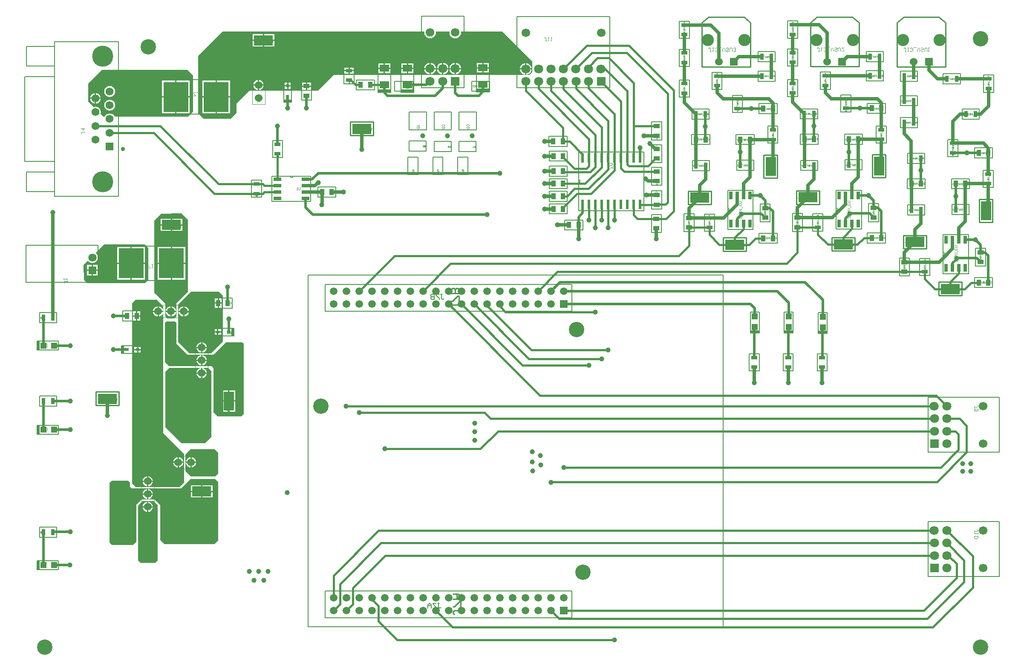
<source format=gtl>
G04*
G04 #@! TF.GenerationSoftware,Altium Limited,Altium Designer,18.0.7 (293)*
G04*
G04 Layer_Physical_Order=1*
G04 Layer_Color=255*
%FSLAX44Y44*%
%MOMM*%
G71*
G01*
G75*
%ADD10C,0.1524*%
%ADD11C,0.2540*%
%ADD13C,0.4000*%
%ADD14C,0.2000*%
%ADD15C,0.1000*%
%ADD16C,0.1270*%
%ADD17C,0.1520*%
%ADD19R,0.5080X1.7780*%
%ADD20R,2.5400X0.6350*%
%ADD21R,1.7780X0.5080*%
%ADD22R,0.5080X1.5240*%
%ADD23R,1.5240X0.5080*%
%ADD24C,0.0800*%
%ADD25C,0.1016*%
%ADD26R,1.3000X0.7000*%
%ADD27R,0.7620X1.5240*%
%ADD28R,0.5080X1.9050*%
%ADD29R,1.5240X0.7620*%
%ADD30R,3.8100X2.0320*%
%ADD31R,2.0320X3.8100*%
%ADD32R,0.7000X1.3000*%
%ADD33R,5.0000X6.0000*%
%ADD34R,1.2000X1.2000*%
%ADD35R,1.9050X1.3970*%
%ADD36R,1.2000X1.2000*%
%ADD37R,0.8000X0.6000*%
%ADD38R,0.6000X0.8000*%
%ADD39R,0.9000X1.3000*%
%ADD40R,1.3000X0.9000*%
%ADD73C,0.5000*%
%ADD74C,0.7000*%
%ADD75C,3.0500*%
%ADD76C,1.5240*%
%ADD77C,2.4130*%
%ADD78C,1.5300*%
%ADD79R,1.5300X1.5300*%
%ADD80R,1.8000X1.8000*%
%ADD81C,1.8000*%
%ADD82C,1.7000*%
%ADD83C,1.8000*%
%ADD84R,1.8000X1.8000*%
%ADD85C,1.5080*%
%ADD86R,1.5080X1.5080*%
%ADD87C,1.5621*%
%ADD88R,1.5621X1.5621*%
%ADD89C,4.1910*%
%ADD90C,1.6350*%
%ADD91R,1.6350X1.6350*%
%ADD92C,1.0000*%
G36*
X130872Y1166000D02*
X130872Y1130000D01*
X141242Y1119630D01*
X142050Y1119964D01*
X144872Y1120336D01*
X147694Y1119964D01*
X150323Y1118875D01*
X152582Y1117142D01*
X154315Y1114884D01*
X155404Y1112254D01*
X155775Y1109432D01*
X155404Y1106610D01*
X155069Y1105802D01*
X160872Y1100000D01*
X163393D01*
X163877Y1101168D01*
X165609Y1103426D01*
X167868Y1105159D01*
X170497Y1106248D01*
X173320Y1106620D01*
X176142Y1106248D01*
X178771Y1105159D01*
X181030Y1103426D01*
X182763Y1101168D01*
X183246Y1100000D01*
X328872Y1100000D01*
X338872Y1110000D01*
X338871Y1182000D01*
X327602Y1193270D01*
X158142Y1193270D01*
X130872Y1166000D01*
D02*
G37*
G36*
X871238Y1269500D02*
X871471Y1267732D01*
X871076Y1264730D01*
X869917Y1261933D01*
X868074Y1259531D01*
X865671Y1257687D01*
X862874Y1256529D01*
X859872Y1256133D01*
X856870Y1256529D01*
X854072Y1257687D01*
X851670Y1259531D01*
X849826Y1261933D01*
X848668Y1264730D01*
X848272Y1267732D01*
X848505Y1269500D01*
X821238D01*
X821471Y1267732D01*
X821076Y1264730D01*
X819917Y1261933D01*
X818074Y1259531D01*
X815671Y1257687D01*
X812874Y1256529D01*
X809872Y1256133D01*
X806870Y1256529D01*
X804072Y1257687D01*
X801670Y1259531D01*
X799826Y1261933D01*
X798668Y1264730D01*
X798272Y1267732D01*
X798505Y1269500D01*
X664872Y1269500D01*
X397371Y1269500D01*
X359872Y1232000D01*
X348872Y1221001D01*
Y1107000D01*
X360155Y1095716D01*
X413420Y1095716D01*
X425373Y1107669D01*
X425373Y1126501D01*
X450872Y1152000D01*
X587372Y1152000D01*
X618261Y1182890D01*
X725761Y1182890D01*
X809447Y1182980D01*
X809872Y1183036D01*
X810290Y1182981D01*
X834653Y1183007D01*
X834872Y1183036D01*
X835087Y1183008D01*
X930983Y1183111D01*
X931237Y1183365D01*
X931491Y1183111D01*
X1006983Y1183111D01*
X1012872Y1189000D01*
X1012872Y1210000D01*
X953372Y1269500D01*
X927372D01*
X871238D01*
D02*
G37*
G36*
X145371Y829499D02*
X146842Y828370D01*
X148633Y826036D01*
X149759Y823317D01*
X150143Y820400D01*
X149759Y817483D01*
X148633Y814764D01*
X146842Y812430D01*
X144507Y810639D01*
X141789Y809513D01*
X138872Y809129D01*
X135954Y809513D01*
X133236Y810639D01*
X130901Y812430D01*
X129773Y813901D01*
X120872Y805000D01*
X121872Y776000D01*
X128872Y769000D01*
X242872D01*
X249872Y776000D01*
Y839000D01*
X242872Y846000D01*
X161872D01*
X145371Y829499D01*
D02*
G37*
G36*
X275795Y906923D02*
X261872Y893000D01*
X261872Y751000D01*
X283872Y729000D01*
X283872Y703000D01*
X287872Y699000D01*
X301872D01*
X305872Y703000D01*
X305872Y729000D01*
X328872Y752000D01*
X328872Y895000D01*
X315945Y907927D01*
X275795Y906923D01*
D02*
G37*
G36*
X334371Y752000D02*
X308930Y726559D01*
X308930Y703000D01*
X308930Y703000D01*
X308872Y702705D01*
X308872Y652400D01*
X331272Y630000D01*
X374872Y630000D01*
X397872Y653000D01*
X397872Y728000D01*
X397872Y745000D01*
Y745000D01*
X390872Y752000D01*
X334371Y752000D01*
D02*
G37*
G36*
X282930Y690559D02*
Y612941D01*
X291872Y603999D01*
X335871Y603999D01*
X375872Y604000D01*
X379674Y600197D01*
Y512000D01*
X387674Y504000D01*
X434872D01*
X439872Y509000D01*
Y649163D01*
X437035Y652000D01*
X404674D01*
X379674Y627000D01*
X375166D01*
X374872Y626941D01*
X374872Y626941D01*
X331272Y626941D01*
X331272Y626941D01*
X331164Y626963D01*
X327919Y626953D01*
X311872Y643000D01*
X305709Y649163D01*
Y690163D01*
X302872Y693000D01*
X285371D01*
X282930Y690559D01*
D02*
G37*
G36*
X283872Y593000D02*
X283871Y483525D01*
X316397Y451000D01*
X363011Y451000D01*
X374952Y462941D01*
X374952Y595000D01*
X369011Y600941D01*
X335871Y600941D01*
X291873Y600940D01*
X291872Y600940D01*
X291822Y600950D01*
X283872Y593000D01*
D02*
G37*
G36*
X323930Y429059D02*
X323930Y395941D01*
X334872Y385000D01*
X382872D01*
X388872Y391000D01*
Y432000D01*
X381872Y439000D01*
X333872D01*
X323930Y429059D01*
D02*
G37*
G36*
X217872Y728898D02*
X217871Y425000D01*
Y371000D01*
X224872Y364000D01*
X311872D01*
X320872Y373000D01*
X320872Y430000D01*
X279872Y471000D01*
X279872Y723000D01*
X266872Y736000D01*
X224973D01*
X217872Y728898D01*
D02*
G37*
G36*
X315515Y361000D02*
X312167D01*
X311872Y360941D01*
X311871Y360941D01*
X224872D01*
X224872Y360941D01*
X224576Y361000D01*
X216872D01*
X213872Y364000D01*
X213872Y372748D01*
X209949Y376670D01*
X177770D01*
X173100Y372000D01*
X172872D01*
X172872Y254000D01*
X177872Y249000D01*
X219872Y249000D01*
X225872Y255000D01*
Y328312D01*
X235560Y338000D01*
X236546D01*
X236709Y338163D01*
X237701Y338826D01*
X238872Y339059D01*
X238872Y339059D01*
X260872Y339059D01*
X262042Y338826D01*
X263034Y338163D01*
X263197Y338000D01*
X263872D01*
X273872Y328000D01*
Y258000D01*
X281872Y250000D01*
X380872D01*
X388872Y258000D01*
X388871Y373670D01*
X382542Y380000D01*
X334515Y380000D01*
X315515Y361000D01*
D02*
G37*
G36*
X238872Y336000D02*
X229997Y327125D01*
X229997Y218000D01*
X234997Y213000D01*
X263997D01*
X268997Y218000D01*
Y327875D01*
X260872Y336000D01*
X238872Y336000D01*
D02*
G37*
%LPC*%
G36*
X277331Y1172106D02*
X303601D01*
Y1140836D01*
X277331D01*
Y1172106D01*
D02*
G37*
G36*
X306141D02*
X332411D01*
Y1140836D01*
X306141D01*
Y1172106D01*
D02*
G37*
G36*
X173320Y1161484D02*
X176142Y1161112D01*
X178771Y1160023D01*
X181030Y1158290D01*
X182763Y1156032D01*
X183852Y1153402D01*
X184223Y1150580D01*
X183852Y1147758D01*
X182763Y1145128D01*
X181030Y1142870D01*
X178771Y1141137D01*
X176142Y1140048D01*
X173320Y1139676D01*
X170497Y1140048D01*
X167868Y1141137D01*
X165609Y1142870D01*
X163877Y1145128D01*
X162787Y1147758D01*
X162416Y1150580D01*
X162787Y1153402D01*
X163877Y1156032D01*
X165609Y1158290D01*
X167868Y1160023D01*
X170497Y1161112D01*
X173320Y1161484D01*
D02*
G37*
G36*
X143602Y1147137D02*
Y1138134D01*
X134599D01*
X134788Y1139566D01*
X135830Y1142084D01*
X137490Y1144246D01*
X139652Y1145905D01*
X142170Y1146948D01*
X143602Y1147137D01*
D02*
G37*
G36*
X146142Y1147137D02*
X147574Y1146948D01*
X150091Y1145905D01*
X152254Y1144246D01*
X153913Y1142084D01*
X154956Y1139566D01*
X155144Y1138134D01*
X146142D01*
Y1147137D01*
D02*
G37*
G36*
X134599Y1135594D02*
X143602D01*
Y1126591D01*
X142170Y1126780D01*
X139652Y1127823D01*
X137490Y1129482D01*
X135830Y1131644D01*
X134788Y1134162D01*
X134599Y1135594D01*
D02*
G37*
G36*
X146142D02*
X155144D01*
X154956Y1134162D01*
X153913Y1131644D01*
X152254Y1129482D01*
X150091Y1127823D01*
X147574Y1126780D01*
X146142Y1126591D01*
Y1135594D01*
D02*
G37*
G36*
X173320Y1134052D02*
X176142Y1133680D01*
X178771Y1132591D01*
X181030Y1130858D01*
X182763Y1128600D01*
X183852Y1125970D01*
X184223Y1123148D01*
X183852Y1120326D01*
X182763Y1117696D01*
X181030Y1115438D01*
X178771Y1113705D01*
X176142Y1112616D01*
X173320Y1112244D01*
X170497Y1112616D01*
X167868Y1113705D01*
X165609Y1115438D01*
X163877Y1117696D01*
X162787Y1120326D01*
X162416Y1123148D01*
X162787Y1125970D01*
X163877Y1128600D01*
X165609Y1130858D01*
X167868Y1132591D01*
X170497Y1133680D01*
X173320Y1134052D01*
D02*
G37*
G36*
X277331Y1138296D02*
X303601D01*
Y1107026D01*
X277331D01*
Y1138296D01*
D02*
G37*
G36*
X306141D02*
X332411D01*
Y1107026D01*
X306141D01*
Y1138296D01*
D02*
G37*
G36*
X457180Y1264700D02*
X477500D01*
Y1253270D01*
X457180D01*
Y1264700D01*
D02*
G37*
G36*
X480040D02*
X500360D01*
Y1253270D01*
X480040D01*
Y1264700D01*
D02*
G37*
G36*
X457180Y1250730D02*
X477500D01*
Y1239300D01*
X457180D01*
Y1250730D01*
D02*
G37*
G36*
X480040D02*
X500360D01*
Y1239300D01*
X480040D01*
Y1250730D01*
D02*
G37*
G36*
X902807Y1207035D02*
X913602D01*
Y1198780D01*
X902807D01*
Y1207035D01*
D02*
G37*
G36*
X916142D02*
X926937D01*
Y1198780D01*
X916142D01*
Y1207035D01*
D02*
G37*
G36*
X706779Y1206079D02*
X717574D01*
Y1197824D01*
X706779D01*
Y1206079D01*
D02*
G37*
G36*
X752807D02*
X763602D01*
Y1197824D01*
X752807D01*
Y1206079D01*
D02*
G37*
G36*
X720114D02*
X730909D01*
Y1197824D01*
X720114D01*
Y1206079D01*
D02*
G37*
G36*
X766142D02*
X776937D01*
Y1197824D01*
X766142D01*
Y1206079D01*
D02*
G37*
G36*
X858602Y1207405D02*
Y1197203D01*
X848399D01*
X848629Y1198945D01*
X849791Y1201752D01*
X851641Y1204163D01*
X854052Y1206013D01*
X856859Y1207176D01*
X858602Y1207405D01*
D02*
G37*
G36*
X808602D02*
Y1197203D01*
X798399D01*
X798629Y1198945D01*
X799791Y1201752D01*
X801641Y1204163D01*
X804052Y1206013D01*
X806859Y1207176D01*
X808602Y1207405D01*
D02*
G37*
G36*
X833602D02*
Y1197203D01*
X823399D01*
X823629Y1198945D01*
X824791Y1201752D01*
X826641Y1204163D01*
X829052Y1206013D01*
X831859Y1207176D01*
X833602Y1207405D01*
D02*
G37*
G36*
X836142Y1207405D02*
X837884Y1207176D01*
X840691Y1206013D01*
X843102Y1204163D01*
X844952Y1201752D01*
X846115Y1198945D01*
X846344Y1197203D01*
X836142D01*
Y1207405D01*
D02*
G37*
G36*
X861142D02*
X862884Y1207176D01*
X865691Y1206013D01*
X868102Y1204163D01*
X869952Y1201752D01*
X871115Y1198945D01*
X871344Y1197203D01*
X861142D01*
Y1207405D01*
D02*
G37*
G36*
X811142D02*
X812884Y1207176D01*
X815691Y1206013D01*
X818102Y1204163D01*
X819952Y1201752D01*
X821115Y1198945D01*
X821344Y1197203D01*
X811142D01*
Y1207405D01*
D02*
G37*
G36*
X998602Y1206672D02*
Y1196470D01*
X988399D01*
X988629Y1198213D01*
X989791Y1201020D01*
X991641Y1203430D01*
X994052Y1205280D01*
X996859Y1206443D01*
X998602Y1206672D01*
D02*
G37*
G36*
X1001142Y1206672D02*
X1002884Y1206443D01*
X1005691Y1205280D01*
X1008102Y1203430D01*
X1009952Y1201020D01*
X1011115Y1198213D01*
X1011344Y1196470D01*
X1001142D01*
Y1206672D01*
D02*
G37*
G36*
X639832Y1198040D02*
X647601D01*
Y1193270D01*
X639832D01*
Y1198040D01*
D02*
G37*
G36*
X650142D02*
X657912D01*
Y1193270D01*
X650142D01*
Y1198040D01*
D02*
G37*
G36*
X902807Y1196240D02*
X913602D01*
Y1187985D01*
X902807D01*
Y1196240D01*
D02*
G37*
G36*
X916142D02*
X926937D01*
Y1187985D01*
X916142D01*
Y1196240D01*
D02*
G37*
G36*
X706779Y1195284D02*
X717574D01*
Y1187029D01*
X706779D01*
Y1195284D01*
D02*
G37*
G36*
X720114D02*
X730909D01*
Y1187029D01*
X720114D01*
Y1195284D01*
D02*
G37*
G36*
X752807D02*
X763602D01*
Y1187029D01*
X752807D01*
Y1195284D01*
D02*
G37*
G36*
X766142D02*
X776937D01*
Y1187029D01*
X766142D01*
Y1195284D01*
D02*
G37*
G36*
X639832Y1190730D02*
X647601D01*
Y1185960D01*
X639832D01*
Y1190730D01*
D02*
G37*
G36*
X650142D02*
X657912D01*
Y1185960D01*
X650142D01*
Y1190730D01*
D02*
G37*
G36*
X811142Y1194662D02*
X821344D01*
X821115Y1192920D01*
X819952Y1190113D01*
X818102Y1187702D01*
X815691Y1185852D01*
X812884Y1184690D01*
X811142Y1184460D01*
Y1194662D01*
D02*
G37*
G36*
X836142D02*
X846344D01*
X846115Y1192920D01*
X844952Y1190113D01*
X843102Y1187702D01*
X840691Y1185852D01*
X837884Y1184690D01*
X836142Y1184460D01*
Y1194662D01*
D02*
G37*
G36*
X861142D02*
X871344D01*
X871115Y1192920D01*
X869952Y1190113D01*
X868102Y1187702D01*
X865691Y1185852D01*
X862884Y1184690D01*
X861142Y1184460D01*
Y1194662D01*
D02*
G37*
G36*
X798399D02*
X808602D01*
Y1184460D01*
X806859Y1184690D01*
X804052Y1185852D01*
X801641Y1187702D01*
X799791Y1190113D01*
X798629Y1192920D01*
X798399Y1194662D01*
D02*
G37*
G36*
X823399D02*
X833602D01*
Y1184460D01*
X831859Y1184690D01*
X829052Y1185852D01*
X826641Y1187702D01*
X824791Y1190113D01*
X823629Y1192920D01*
X823399Y1194662D01*
D02*
G37*
G36*
X848399D02*
X858602D01*
Y1184460D01*
X856859Y1184690D01*
X854052Y1185852D01*
X851641Y1187702D01*
X849791Y1190113D01*
X848629Y1192920D01*
X848399Y1194662D01*
D02*
G37*
G36*
X988399Y1193930D02*
X998602D01*
Y1183728D01*
X996859Y1183957D01*
X994052Y1185120D01*
X991641Y1186970D01*
X989791Y1189380D01*
X988629Y1192188D01*
X988399Y1193930D01*
D02*
G37*
G36*
X1001142D02*
X1011344D01*
X1011115Y1192188D01*
X1009952Y1189380D01*
X1008102Y1186970D01*
X1005691Y1185120D01*
X1002884Y1183957D01*
X1001142Y1183728D01*
Y1193930D01*
D02*
G37*
G36*
X467602Y1173481D02*
Y1164670D01*
X458791D01*
X458973Y1166052D01*
X459997Y1168524D01*
X461625Y1170646D01*
X463748Y1172275D01*
X466219Y1173298D01*
X467602Y1173481D01*
D02*
G37*
G36*
X470141Y1173481D02*
X471524Y1173298D01*
X473995Y1172275D01*
X476118Y1170646D01*
X477746Y1168524D01*
X478770Y1166052D01*
X478952Y1164670D01*
X470141D01*
Y1173481D01*
D02*
G37*
G36*
X521332Y1168540D02*
X525602D01*
Y1163270D01*
X521332D01*
Y1168540D01*
D02*
G37*
G36*
X528142D02*
X532412D01*
Y1163270D01*
X528142D01*
Y1168540D01*
D02*
G37*
G36*
X555332Y1168040D02*
X563102D01*
Y1162270D01*
X555332D01*
Y1168040D01*
D02*
G37*
G36*
X565642D02*
X573412D01*
Y1162270D01*
X565642D01*
Y1168040D01*
D02*
G37*
G36*
X521332Y1160730D02*
X525602D01*
Y1155460D01*
X521332D01*
Y1160730D01*
D02*
G37*
G36*
X528142D02*
X532412D01*
Y1155460D01*
X528142D01*
Y1160730D01*
D02*
G37*
G36*
X555332Y1159730D02*
X563102D01*
Y1153960D01*
X555332D01*
Y1159730D01*
D02*
G37*
G36*
X565642D02*
X573412D01*
Y1153960D01*
X565642D01*
Y1159730D01*
D02*
G37*
G36*
X458791Y1162130D02*
X467602D01*
Y1153319D01*
X466219Y1153502D01*
X463748Y1154525D01*
X461625Y1156154D01*
X459997Y1158276D01*
X458973Y1160748D01*
X458791Y1162130D01*
D02*
G37*
G36*
X470141D02*
X478952D01*
X478770Y1160748D01*
X477746Y1158276D01*
X476118Y1156154D01*
X473995Y1154525D01*
X471524Y1153502D01*
X470141Y1153319D01*
Y1162130D01*
D02*
G37*
G36*
X357331Y1172106D02*
X383601D01*
Y1140836D01*
X357331D01*
Y1172106D01*
D02*
G37*
G36*
X386141D02*
X412411D01*
Y1140836D01*
X386141D01*
Y1172106D01*
D02*
G37*
G36*
X357331Y1138296D02*
X383601D01*
Y1107026D01*
X357331D01*
Y1138296D01*
D02*
G37*
G36*
X386141D02*
X412411D01*
Y1107026D01*
X386141D01*
Y1138296D01*
D02*
G37*
G36*
X188332Y841540D02*
X214601D01*
Y810270D01*
X188332D01*
Y841540D01*
D02*
G37*
G36*
X217141D02*
X243412D01*
Y810270D01*
X217141D01*
Y841540D01*
D02*
G37*
G36*
X128157Y805715D02*
X137602D01*
Y796270D01*
X128157D01*
Y805715D01*
D02*
G37*
G36*
X140142D02*
X149587D01*
Y796270D01*
X140142D01*
Y805715D01*
D02*
G37*
G36*
X128157Y793730D02*
X137602D01*
Y784285D01*
X128157D01*
Y793730D01*
D02*
G37*
G36*
X140142D02*
X149587D01*
Y784285D01*
X140142D01*
Y793730D01*
D02*
G37*
G36*
X188332Y807730D02*
X214601D01*
Y776460D01*
X188332D01*
Y807730D01*
D02*
G37*
G36*
X217141D02*
X243412D01*
Y776460D01*
X217141D01*
Y807730D01*
D02*
G37*
G36*
X274282Y897700D02*
X294602D01*
Y886270D01*
X274282D01*
Y897700D01*
D02*
G37*
G36*
X297142D02*
X317462D01*
Y886270D01*
X297142D01*
Y897700D01*
D02*
G37*
G36*
X274282Y883730D02*
X294602D01*
Y872300D01*
X274282D01*
Y883730D01*
D02*
G37*
G36*
X297142D02*
X317462D01*
Y872300D01*
X297142D01*
Y883730D01*
D02*
G37*
G36*
X268332Y841540D02*
X294601D01*
Y810270D01*
X268332D01*
Y841540D01*
D02*
G37*
G36*
X297141D02*
X323412D01*
Y810270D01*
X297141D01*
Y841540D01*
D02*
G37*
G36*
X268332Y807730D02*
X294601D01*
Y776460D01*
X268332D01*
Y807730D01*
D02*
G37*
G36*
X297141D02*
X323412D01*
Y776460D01*
X297141D01*
Y807730D01*
D02*
G37*
G36*
X293602Y723081D02*
Y714270D01*
X284791D01*
X284973Y715652D01*
X285997Y718124D01*
X287625Y720246D01*
X289748Y721875D01*
X292219Y722898D01*
X293602Y723081D01*
D02*
G37*
G36*
X296142D02*
X297524Y722898D01*
X299995Y721875D01*
X302118Y720246D01*
X303746Y718124D01*
X304770Y715652D01*
X304952Y714270D01*
X296142D01*
Y723081D01*
D02*
G37*
G36*
X284791Y711730D02*
X293602D01*
Y702919D01*
X292219Y703102D01*
X289748Y704125D01*
X287625Y705754D01*
X285997Y707876D01*
X284973Y710348D01*
X284791Y711730D01*
D02*
G37*
G36*
X296142D02*
X304952D01*
X304770Y710348D01*
X303746Y707876D01*
X302118Y705754D01*
X299995Y704125D01*
X297524Y703102D01*
X296142Y702919D01*
Y711730D01*
D02*
G37*
G36*
X381832Y738540D02*
X387602D01*
Y730770D01*
X381832D01*
Y738540D01*
D02*
G37*
G36*
X390142D02*
X395912D01*
Y730770D01*
X390142D01*
Y738540D01*
D02*
G37*
G36*
X381832Y728230D02*
X387602D01*
Y720460D01*
X381832D01*
Y728230D01*
D02*
G37*
G36*
X390142D02*
X395912D01*
Y720460D01*
X390142D01*
Y728230D01*
D02*
G37*
G36*
X319002Y723081D02*
Y714270D01*
X310191D01*
X310373Y715652D01*
X311397Y718124D01*
X313025Y720246D01*
X315148Y721875D01*
X317619Y722898D01*
X319002Y723081D01*
D02*
G37*
G36*
X321542D02*
X322924Y722898D01*
X325395Y721875D01*
X327518Y720246D01*
X329146Y718124D01*
X330170Y715652D01*
X330352Y714270D01*
X321542D01*
Y723081D01*
D02*
G37*
G36*
X310191Y711730D02*
X319002D01*
Y702919D01*
X317619Y703102D01*
X315148Y704125D01*
X313025Y705754D01*
X311397Y707876D01*
X310373Y710348D01*
X310191Y711730D01*
D02*
G37*
G36*
X321542D02*
X330352D01*
X330170Y710348D01*
X329146Y707876D01*
X327518Y705754D01*
X325395Y704125D01*
X322924Y703102D01*
X321542Y702919D01*
Y711730D01*
D02*
G37*
G36*
X381332Y677540D02*
X386602D01*
Y673270D01*
X381332D01*
Y677540D01*
D02*
G37*
G36*
X389142D02*
X394412D01*
Y673270D01*
X389142D01*
Y677540D01*
D02*
G37*
G36*
X381332Y670730D02*
X386602D01*
Y666460D01*
X381332D01*
Y670730D01*
D02*
G37*
G36*
X389142D02*
X394412D01*
Y666460D01*
X389142D01*
Y670730D01*
D02*
G37*
G36*
X354602Y651480D02*
Y642670D01*
X345791D01*
X345973Y644052D01*
X346997Y646524D01*
X348625Y648646D01*
X350748Y650275D01*
X353219Y651299D01*
X354602Y651480D01*
D02*
G37*
G36*
X357142Y651480D02*
X358524Y651299D01*
X360995Y650275D01*
X363118Y648646D01*
X364746Y646524D01*
X365770Y644052D01*
X365952Y642670D01*
X357142D01*
Y651480D01*
D02*
G37*
G36*
Y640130D02*
X365952D01*
X365770Y638748D01*
X364746Y636276D01*
X363118Y634154D01*
X360995Y632525D01*
X358524Y631502D01*
X357142Y631320D01*
Y640130D01*
D02*
G37*
G36*
X345791D02*
X354602D01*
Y631320D01*
X353219Y631502D01*
X350748Y632525D01*
X348625Y634154D01*
X346997Y636276D01*
X345973Y638748D01*
X345791Y640130D01*
D02*
G37*
G36*
X354602Y626081D02*
Y617270D01*
X345791D01*
X345973Y618652D01*
X346997Y621124D01*
X348625Y623246D01*
X350748Y624875D01*
X353219Y625899D01*
X354602Y626081D01*
D02*
G37*
G36*
X357142Y626081D02*
X358524Y625899D01*
X360995Y624875D01*
X363118Y623246D01*
X364746Y621124D01*
X365770Y618652D01*
X365952Y617270D01*
X357142D01*
Y626081D01*
D02*
G37*
G36*
Y614730D02*
X365952D01*
X365770Y613348D01*
X364746Y610876D01*
X363118Y608754D01*
X360995Y607125D01*
X358524Y606101D01*
X357142Y605919D01*
Y614730D01*
D02*
G37*
G36*
X345791D02*
X354602D01*
Y605919D01*
X353219Y606101D01*
X350748Y607125D01*
X348625Y608754D01*
X346997Y610876D01*
X345973Y613348D01*
X345791Y614730D01*
D02*
G37*
G36*
X397172Y556590D02*
X408602D01*
Y536270D01*
X397172D01*
Y556590D01*
D02*
G37*
G36*
X411142D02*
X422572D01*
Y536270D01*
X411142D01*
Y556590D01*
D02*
G37*
G36*
X397172Y533730D02*
X408602D01*
Y513410D01*
X397172D01*
Y533730D01*
D02*
G37*
G36*
X411142D02*
X422572D01*
Y513410D01*
X411142D01*
Y533730D01*
D02*
G37*
G36*
X354602Y600681D02*
Y591870D01*
X345791D01*
X345973Y593252D01*
X346997Y595724D01*
X348625Y597846D01*
X350748Y599475D01*
X353219Y600499D01*
X354602Y600681D01*
D02*
G37*
G36*
X357142Y600681D02*
X358524Y600499D01*
X360995Y599475D01*
X363118Y597846D01*
X364746Y595724D01*
X365770Y593252D01*
X365952Y591870D01*
X357142D01*
Y600681D01*
D02*
G37*
G36*
Y589330D02*
X365952D01*
X365770Y587948D01*
X364746Y585476D01*
X363118Y583354D01*
X360995Y581725D01*
X358524Y580701D01*
X357142Y580519D01*
Y589330D01*
D02*
G37*
G36*
X345791D02*
X354602D01*
Y580519D01*
X353219Y580701D01*
X350748Y581725D01*
X348625Y583354D01*
X346997Y585476D01*
X345973Y587948D01*
X345791Y589330D01*
D02*
G37*
G36*
X333601Y423080D02*
Y414270D01*
X324791D01*
X324973Y415652D01*
X325997Y418124D01*
X327625Y420246D01*
X329748Y421875D01*
X332219Y422898D01*
X333601Y423080D01*
D02*
G37*
G36*
X336141Y423080D02*
X337524Y422898D01*
X339995Y421875D01*
X342118Y420246D01*
X343746Y418124D01*
X344770Y415652D01*
X344952Y414270D01*
X336141D01*
Y423080D01*
D02*
G37*
G36*
X324791Y411730D02*
X333601D01*
Y402920D01*
X332219Y403102D01*
X329748Y404125D01*
X327625Y405754D01*
X325997Y407876D01*
X324973Y410348D01*
X324791Y411730D01*
D02*
G37*
G36*
X336141D02*
X344952D01*
X344770Y410348D01*
X343746Y407876D01*
X342118Y405754D01*
X339995Y404125D01*
X337524Y403102D01*
X336141Y402920D01*
Y411730D01*
D02*
G37*
G36*
X268202Y723081D02*
Y714270D01*
X259391D01*
X259573Y715652D01*
X260597Y718124D01*
X262225Y720246D01*
X264348Y721875D01*
X266819Y722898D01*
X268202Y723081D01*
D02*
G37*
G36*
X270742D02*
X272124Y722898D01*
X274595Y721875D01*
X276718Y720246D01*
X278346Y718124D01*
X279370Y715652D01*
X279552Y714270D01*
X270742D01*
Y723081D01*
D02*
G37*
G36*
X219832Y713040D02*
X225601D01*
Y705270D01*
X219832D01*
Y713040D01*
D02*
G37*
G36*
X228141D02*
X233912D01*
Y705270D01*
X228141D01*
Y713040D01*
D02*
G37*
G36*
X259391Y711730D02*
X268202D01*
Y702919D01*
X266819Y703102D01*
X264348Y704125D01*
X262225Y705754D01*
X260597Y707876D01*
X259573Y710348D01*
X259391Y711730D01*
D02*
G37*
G36*
X270742D02*
X279552D01*
X279370Y710348D01*
X278346Y707876D01*
X276718Y705754D01*
X274595Y704125D01*
X272124Y703102D01*
X270742Y702919D01*
Y711730D01*
D02*
G37*
G36*
X219832Y702730D02*
X225601D01*
Y694960D01*
X219832D01*
Y702730D01*
D02*
G37*
G36*
X228141D02*
X233912D01*
Y694960D01*
X228141D01*
Y702730D01*
D02*
G37*
G36*
X222332Y642540D02*
X227602D01*
Y638270D01*
X222332D01*
Y642540D01*
D02*
G37*
G36*
X230142D02*
X235412D01*
Y638270D01*
X230142D01*
Y642540D01*
D02*
G37*
G36*
X222332Y635730D02*
X227602D01*
Y631460D01*
X222332D01*
Y635730D01*
D02*
G37*
G36*
X230142D02*
X235412D01*
Y631460D01*
X230142D01*
Y635730D01*
D02*
G37*
G36*
X308201Y423080D02*
Y414270D01*
X299391D01*
X299573Y415652D01*
X300597Y418124D01*
X302225Y420246D01*
X304348Y421875D01*
X306819Y422898D01*
X308201Y423080D01*
D02*
G37*
G36*
X310741Y423080D02*
X312124Y422898D01*
X314595Y421875D01*
X316718Y420246D01*
X318346Y418124D01*
X319370Y415652D01*
X319552Y414270D01*
X310741D01*
Y423080D01*
D02*
G37*
G36*
X299391Y411730D02*
X308201D01*
Y402920D01*
X306819Y403102D01*
X304348Y404125D01*
X302225Y405754D01*
X300597Y407876D01*
X299573Y410348D01*
X299391Y411730D01*
D02*
G37*
G36*
X310741D02*
X319552D01*
X319370Y410348D01*
X318346Y407876D01*
X316718Y405754D01*
X314595Y404125D01*
X312124Y403102D01*
X310741Y402920D01*
Y411730D01*
D02*
G37*
G36*
X247602Y385480D02*
Y376670D01*
X238791D01*
X238973Y378052D01*
X239997Y380524D01*
X241625Y382646D01*
X243748Y384275D01*
X246219Y385299D01*
X247602Y385480D01*
D02*
G37*
G36*
X250142Y385480D02*
X251524Y385299D01*
X253995Y384275D01*
X256118Y382646D01*
X257746Y380524D01*
X258770Y378052D01*
X258952Y376670D01*
X250142D01*
Y385480D01*
D02*
G37*
G36*
X238791Y374130D02*
X247602D01*
Y365320D01*
X246219Y365502D01*
X243748Y366525D01*
X241625Y368154D01*
X239997Y370276D01*
X238973Y372748D01*
X238791Y374130D01*
D02*
G37*
G36*
X250142D02*
X258952D01*
X258770Y372748D01*
X257746Y370276D01*
X256118Y368154D01*
X253995Y366525D01*
X251524Y365502D01*
X250142Y365320D01*
Y374130D01*
D02*
G37*
G36*
X334282Y367700D02*
X354602D01*
Y356270D01*
X334282D01*
Y367700D01*
D02*
G37*
G36*
X357142D02*
X377462D01*
Y356270D01*
X357142D01*
Y367700D01*
D02*
G37*
G36*
X247602Y360080D02*
Y351270D01*
X238791D01*
X238973Y352652D01*
X239997Y355124D01*
X241625Y357246D01*
X243748Y358875D01*
X246219Y359898D01*
X247602Y360080D01*
D02*
G37*
G36*
X250142Y360080D02*
X251524Y359898D01*
X253995Y358875D01*
X256118Y357246D01*
X257746Y355124D01*
X258770Y352652D01*
X258952Y351270D01*
X250142D01*
Y360080D01*
D02*
G37*
G36*
X334282Y353730D02*
X354602D01*
Y342300D01*
X334282D01*
Y353730D01*
D02*
G37*
G36*
X357142D02*
X377462D01*
Y342300D01*
X357142D01*
Y353730D01*
D02*
G37*
G36*
X238791Y348730D02*
X247602D01*
Y339920D01*
X246219Y340102D01*
X243748Y341125D01*
X241625Y342754D01*
X239997Y344876D01*
X238973Y347348D01*
X238791Y348730D01*
D02*
G37*
G36*
X250142D02*
X258952D01*
X258770Y347348D01*
X257746Y344876D01*
X256118Y342754D01*
X253995Y341125D01*
X251524Y340102D01*
X250142Y339920D01*
Y348730D01*
D02*
G37*
G36*
X247602Y334680D02*
Y325870D01*
X238791D01*
X238973Y327252D01*
X239997Y329724D01*
X241625Y331846D01*
X243748Y333475D01*
X246219Y334498D01*
X247602Y334680D01*
D02*
G37*
G36*
X250142Y334680D02*
X251524Y334498D01*
X253995Y333475D01*
X256118Y331846D01*
X257746Y329724D01*
X258770Y327252D01*
X258952Y325870D01*
X250142D01*
Y334680D01*
D02*
G37*
G36*
X238791Y323330D02*
X247602D01*
Y314520D01*
X246219Y314701D01*
X243748Y315725D01*
X241625Y317354D01*
X239997Y319476D01*
X238973Y321948D01*
X238791Y323330D01*
D02*
G37*
G36*
X250142D02*
X258952D01*
X258770Y321948D01*
X257746Y319476D01*
X256118Y317354D01*
X253995Y315725D01*
X251524Y314701D01*
X250142Y314520D01*
Y323330D01*
D02*
G37*
%LPD*%
D10*
X1401226Y912452D02*
G03*
X1401226Y918548I0J3048D01*
G01*
X1616577Y912882D02*
G03*
X1616577Y918978I0J3048D01*
G01*
X1829226Y824452D02*
G03*
X1829226Y830548I0J3048D01*
G01*
X1104848Y968952D02*
G03*
X1104848Y975048I0J3048D01*
G01*
X531824Y982146D02*
G03*
X537920Y982146I3048J0D01*
G01*
X1451772Y876130D02*
Y953600D01*
X1401226Y876130D02*
Y912452D01*
Y918548D01*
Y953600D01*
X1667122Y876560D02*
Y954030D01*
X1616577Y876560D02*
Y912882D01*
Y918978D01*
Y954030D01*
X1879772Y788130D02*
Y865600D01*
X1829226Y788130D02*
Y824452D01*
Y830548D01*
Y865600D01*
X1234642Y913580D02*
Y1030420D01*
X1104848Y913580D02*
Y1030420D01*
X572972Y931600D02*
X495502D01*
X531824Y982146D02*
X495502D01*
X537920D02*
X531824D01*
X572972D02*
X537920D01*
D11*
X191732Y526300D02*
Y552970D01*
Y526300D02*
X146012D01*
Y552970D01*
X191732D02*
X146012D01*
X696732Y1063300D02*
Y1089970D01*
Y1063300D02*
X651012D01*
Y1089970D01*
X696732D02*
X651012D01*
X318732Y872300D02*
Y898970D01*
Y872300D02*
X273012D01*
Y898970D01*
X318732D02*
X273012D01*
X378732Y342300D02*
Y368970D01*
Y342300D02*
X333012D01*
Y368970D01*
X378732D02*
X333012D01*
X423842Y512140D02*
X397172D01*
Y557860D01*
X423842D02*
X397172D01*
X423842Y512140D02*
Y557860D01*
X501630Y1239300D02*
Y1265970D01*
Y1239300D02*
X455910D01*
Y1265970D01*
X501630D02*
X455910D01*
X1499572Y1024360D02*
X1472902D01*
X1499572Y978640D02*
Y1024360D01*
Y978640D02*
X1472902D01*
Y1024360D01*
X1714923Y1024790D02*
X1688253D01*
X1714923Y979070D02*
Y1024790D01*
Y979070D02*
X1688253D01*
Y1024790D01*
X1927572Y936360D02*
X1900902D01*
X1927572Y890640D02*
Y936360D01*
Y890640D02*
X1900902D01*
Y936360D01*
X1438232Y832800D02*
Y859470D01*
Y832800D02*
X1392512D01*
Y859470D01*
X1438232D02*
X1392512D01*
X1653582Y833230D02*
Y859900D01*
Y833230D02*
X1607863D01*
Y859900D01*
X1653582D02*
X1607863D01*
X1866232Y744800D02*
Y771470D01*
Y744800D02*
X1820512D01*
Y771470D01*
X1866232D02*
X1820512D01*
X1322512Y925530D02*
Y952200D01*
X1368232D02*
X1322512D01*
X1368232Y925530D02*
Y952200D01*
Y925530D02*
X1322512D01*
X1537863Y925960D02*
Y952630D01*
X1583582D02*
X1537863D01*
X1583582Y925960D02*
Y952630D01*
Y925960D02*
X1537863D01*
X1750512Y837530D02*
Y864200D01*
X1796232D02*
X1750512D01*
X1796232Y837530D02*
Y864200D01*
Y837530D02*
X1750512D01*
X1446521Y1199430D02*
Y1287430D01*
X1433321Y1298430D02*
X1363321D01*
X1350121Y1199430D02*
Y1287430D01*
X1358321Y1199430D02*
X1350121D01*
X1373321D02*
X1363321D01*
X1403321D02*
X1387321D01*
X1433321D02*
X1417321D01*
X1446521D02*
X1438321D01*
X1363321Y1298430D02*
X1350121Y1287430D01*
X1446521D02*
X1433321Y1298430D01*
X1363321Y1199430D02*
X1358321D01*
X1438321D02*
X1433321D01*
X1387321D02*
X1373321D01*
X1417321D02*
X1403321D01*
X1661872Y1199860D02*
Y1287860D01*
X1648672Y1298860D02*
X1578672D01*
X1565471Y1199860D02*
Y1287860D01*
X1573672Y1199860D02*
X1565471D01*
X1588672D02*
X1578672D01*
X1618672D02*
X1602672D01*
X1648672D02*
X1632672D01*
X1661872D02*
X1653672D01*
X1578672Y1298860D02*
X1565471Y1287860D01*
X1661872D02*
X1648672Y1298860D01*
X1578672Y1199860D02*
X1573672D01*
X1653672D02*
X1648672D01*
X1602672D02*
X1588672D01*
X1632672D02*
X1618672D01*
X1834072Y1199500D02*
Y1287500D01*
X1820872Y1298500D02*
X1750872D01*
X1737672Y1199500D02*
Y1287500D01*
X1745872Y1199500D02*
X1737672D01*
X1760872D02*
X1750872D01*
X1790872D02*
X1774872D01*
X1820872D02*
X1804872D01*
X1834072D02*
X1825872D01*
X1750872Y1298500D02*
X1737672Y1287500D01*
X1834072D02*
X1820872Y1298500D01*
X1750872Y1199500D02*
X1745872D01*
X1825872D02*
X1820872D01*
X1774872D02*
X1760872D01*
X1804872D02*
X1790872D01*
X870747Y120737D02*
Y115658D01*
Y118198D01*
X858051D01*
X855512Y115658D01*
Y113119D01*
X858051Y110580D01*
X870747Y125815D02*
Y135972D01*
X868207D01*
X858051Y125815D01*
X855512D01*
Y141050D02*
X865668D01*
X870747Y146129D01*
X865668Y151207D01*
X855512D01*
X863129D01*
Y141050D01*
X866937Y729067D02*
Y723988D01*
Y726528D01*
X854241D01*
X851702Y723988D01*
Y721449D01*
X854241Y718910D01*
X866937Y734145D02*
Y744302D01*
X864398D01*
X854241Y734145D01*
X851702D01*
X866937Y749380D02*
X851702D01*
Y756998D01*
X854241Y759537D01*
X856780D01*
X859319Y756998D01*
Y749380D01*
Y756998D01*
X861858Y759537D01*
X864398D01*
X866937Y756998D01*
Y749380D01*
D13*
X850472Y808000D02*
X795672Y753200D01*
X1517872Y808000D02*
X850472D01*
X1539722Y829851D02*
X1517872Y808000D01*
X1063072Y792000D02*
X1024272Y753200D01*
X1752372Y792000D02*
X1063072D01*
X1539722Y829851D02*
Y880430D01*
X1324372Y844000D02*
X1303872Y823500D01*
X1324372Y844000D02*
Y880000D01*
X1432722Y876850D02*
Y887560D01*
Y876850D02*
X1415372Y859500D01*
Y845500D02*
Y859500D01*
X1471872Y858500D02*
X1456872D01*
X1443872Y845500D01*
X1415372D01*
X1364872Y865500D02*
Y880000D01*
X1384872Y845500D02*
X1364872Y865500D01*
X1415372Y845500D02*
X1384872D01*
X1364872Y880000D02*
X1324372D01*
X1648073Y877280D02*
Y887990D01*
Y877280D02*
X1630723Y859930D01*
Y845930D02*
Y859930D01*
X1687223Y858930D02*
X1672223D01*
X1659223Y845930D01*
X1630723D01*
X1580222Y865930D02*
Y880430D01*
X1600222Y845930D02*
X1580222Y865930D01*
X1630723Y845930D02*
X1600222D01*
X1580222Y880430D02*
X1539722D01*
X1303872Y823500D02*
X738972D01*
X668672Y753200D01*
X1792872Y777500D02*
Y792000D01*
X1812872Y757500D02*
X1792872Y777500D01*
X1843372Y757500D02*
X1812872D01*
X1871872D02*
X1843372D01*
X1884872Y770500D02*
X1871872Y757500D01*
X1899872Y770500D02*
X1884872D01*
X1843372Y757500D02*
Y771500D01*
X1860722Y788850D02*
X1843372Y771500D01*
X1860722Y788850D02*
Y799560D01*
X1792872Y792000D02*
X1752372D01*
X1293872Y912000D02*
Y1153080D01*
X1204952Y1242000D01*
X1293872Y912000D02*
X1278872Y897000D01*
X1281872Y1146000D02*
X1200872Y1227000D01*
X1281872Y930000D02*
Y1146000D01*
Y930000D02*
X1277517Y925645D01*
X1075372Y1051000D02*
X1073372Y1049000D01*
Y1051000D02*
Y1078500D01*
X999872Y1152000D01*
X1188922Y1018355D02*
Y1131070D01*
X1214322Y1167550D02*
X1164872Y1217000D01*
X1201622Y1150880D02*
X1157302Y1195200D01*
X1188922Y1131070D02*
X1154990Y1165001D01*
X1149792D01*
X1176222Y1105650D02*
X1124792Y1157080D01*
X1163522Y1092272D02*
X1099792Y1156002D01*
X1150822Y1079350D02*
X1074792Y1155380D01*
X1138122Y1063750D02*
X1049792Y1152080D01*
X1138122Y1018355D02*
Y1063750D01*
X1125422Y1018355D02*
Y1055870D01*
X1025292Y1156000D01*
X1125422Y606000D02*
X993672D01*
X871872Y727800D01*
X1138122Y712000D02*
X959872Y712000D01*
X948072Y723800D01*
X1010872Y636000D02*
X922672Y724200D01*
X1163872Y636000D02*
X1010872Y636000D01*
X1006072Y619000D02*
X897272Y727800D01*
X1150872Y619000D02*
X1006072D01*
X1815867Y546000D02*
X1028272D01*
X1836867Y525000D02*
X1815867Y546000D01*
X1028272D02*
X846472Y727800D01*
X1075872Y919000D02*
Y921000D01*
X999872Y1152000D02*
Y1170200D01*
X1087062Y1051000D02*
X1075372D01*
X1112722Y1025340D02*
X1087062Y1051000D01*
X1112722Y1018355D02*
Y1025340D01*
X1073372Y1049000D02*
Y1051000D01*
X1257872Y1017000D02*
X1242872Y1002000D01*
X1259872Y1017000D02*
X1257872D01*
X1242872Y1002000D02*
X1204872D01*
X1259872Y991500D02*
X1195372D01*
X1259098Y897000D02*
X1221872D01*
X1259598Y897500D02*
X1259098Y897000D01*
X1221872D02*
X1214322Y904550D01*
Y925645D01*
X1278872Y897000D02*
X1260098D01*
X1259598Y897500D01*
X1227167Y925500D02*
X1227022Y925645D01*
X1259872Y925500D02*
X1227167D01*
X1277517Y925645D02*
X1260017D01*
X1259872Y925500D01*
X1200872Y1227000D02*
X1131092D01*
X1204952Y1242000D02*
X1121092D01*
X1075872Y917000D02*
X1073872Y919000D01*
X630732Y131060D02*
Y170860D01*
X712372Y252500D02*
X630732Y170860D01*
X1811867Y252500D02*
X712372D01*
X656132Y131060D02*
Y163260D01*
X720372Y227500D02*
X656132Y163260D01*
X1811867Y227500D02*
X720372D01*
X656132Y131060D02*
X643272Y118200D01*
X617872Y143600D02*
Y188000D01*
X707372Y277500D02*
X617872Y188000D01*
X1811497Y277500D02*
X707372D01*
X630732Y131060D02*
X617872Y118200D01*
X909872Y440000D02*
X719472D01*
X944872Y475000D02*
X909872Y440000D01*
X1811867Y475000D02*
X944872D01*
X917872Y512000D02*
X668672D01*
X929872Y500000D02*
X917872Y512000D01*
X1811867Y500000D02*
X929872D01*
X1811497Y525000D02*
X643272D01*
X854272Y85000D02*
X821072Y118200D01*
X1808872Y85000D02*
X854272D01*
X1887872Y164000D02*
X1808872Y85000D01*
X1887872Y164000D02*
Y226495D01*
X1836867Y277500D01*
X1065872Y102000D02*
X1049672Y118200D01*
X1797872Y102000D02*
X1065872D01*
X1870872Y175000D02*
X1797872Y102000D01*
X744372Y60000D02*
X706932Y97440D01*
X1176222Y60000D02*
X744372Y60000D01*
X1870872Y175000D02*
Y218495D01*
X1836867Y252500D01*
X1790572Y118200D02*
X1075072D01*
X1855872Y183500D02*
X1790572Y118200D01*
X1855872Y183500D02*
Y211000D01*
X1839372Y227500D01*
X1836867D01*
X1824952Y403000D02*
X1075072D01*
X1859872Y437920D02*
X1824952Y403000D01*
X1859872Y437920D02*
Y469000D01*
X1853872Y475000D01*
X1836867D01*
X1816872Y374000D02*
X1050672D01*
X1049672Y373000D01*
X1875872Y433000D02*
X1816872Y374000D01*
X1875872Y433000D02*
Y486000D01*
X1861872Y500000D02*
X1836867D01*
X1875872Y486000D02*
X1861872Y500000D01*
X706932Y127440D02*
X694072Y140300D01*
X706932Y97440D02*
Y127440D01*
X694072Y140300D02*
Y143600D01*
X948072Y723800D02*
Y727800D01*
X260588Y1068284D02*
X173320D01*
X381372Y947500D02*
X260588Y1068284D01*
X464872Y947500D02*
X381372D01*
X273872Y1082000D02*
X144872D01*
X389372Y966500D02*
X273872Y1082000D01*
X464872Y966500D02*
X389372D01*
X480522Y950650D02*
X477372Y947500D01*
X506932Y950650D02*
X480522D01*
X477372Y947500D02*
X464872D01*
X480522Y963350D02*
X477372Y966500D01*
X506932Y963350D02*
X480522D01*
X477372Y966500D02*
X464872D01*
X506932Y976050D02*
Y1026500D01*
X922672Y724200D02*
Y727800D01*
X1138122Y879500D02*
Y925645D01*
X1176222Y894500D02*
Y925645D01*
X1163522Y879500D02*
Y925645D01*
X1150822Y894500D02*
Y925645D01*
X1125422Y894500D02*
Y925645D01*
X1214322Y1018355D02*
Y1082000D01*
X1121092Y1242000D02*
X1074292Y1195200D01*
X1201622Y1005250D02*
Y1018355D01*
X1204872Y1002000D02*
X1201622Y1005250D01*
X1131092Y1227000D02*
X1099292Y1195200D01*
X1195372Y991500D02*
X1188922Y997950D01*
X1214322Y1082000D02*
Y1167550D01*
X1214822Y1081500D02*
X1214322Y1082000D01*
X1259872Y1081500D02*
X1214822D01*
X1188922Y997950D02*
Y1018355D01*
X1075872Y917000D02*
Y919000D01*
X1142722Y1217000D02*
X1124292Y1198570D01*
X1164872Y1217000D02*
X1142722D01*
X1124292Y1195200D02*
Y1198570D01*
X1157302Y1195200D02*
X1149292D01*
X1201622Y1018355D02*
Y1150880D01*
X1025292Y1156000D02*
Y1170200D01*
X1129872Y947000D02*
X1101872D01*
X1075872Y921000D01*
X1176222Y993350D02*
X1129872Y947000D01*
X1176222Y993350D02*
Y1018355D01*
X1073872Y917000D02*
Y919000D01*
X1124872Y957000D02*
X1096871D01*
X1163522Y995650D02*
X1124872Y957000D01*
X1163522Y995650D02*
Y1018355D01*
X1096871Y957000D02*
X1081871Y942000D01*
X1073872D01*
X1118122Y967000D02*
X1073872D01*
X1150822Y999700D02*
X1118122Y967000D01*
X1150822Y999700D02*
Y1018355D01*
X1127872Y990000D02*
X1075872D01*
X1138122Y1000250D02*
X1127872Y990000D01*
X1138122Y1000250D02*
Y1018355D01*
X1075872Y990000D02*
X1073872Y992000D01*
X1125422Y1002000D02*
Y1018355D01*
Y1002000D02*
X1120422Y997000D01*
X1096871D02*
X1073872Y1020000D01*
X1120422Y997000D02*
X1096871D01*
X1073872Y1020000D02*
Y1022000D01*
X1149792Y1165001D02*
Y1170200D01*
X1124792Y1157080D02*
Y1170200D01*
X1176222Y1018355D02*
Y1105650D01*
X1099792Y1156002D02*
Y1170200D01*
X1163522Y1018355D02*
Y1092272D01*
X1049792Y1152080D02*
Y1170200D01*
X1074792Y1155380D02*
Y1170200D01*
X1150822Y1018355D02*
Y1079350D01*
X718844Y1163534D02*
X690872D01*
X671872D02*
X661338D01*
X651872Y1173000D01*
X648872D01*
X197520Y1036016D02*
G03*
X197520Y1036016I2000J0D01*
G01*
D14*
X1929372Y1183000D02*
X1909372D01*
Y1149000D02*
Y1183000D01*
X1929372Y1149000D02*
X1909372D01*
X1929372D02*
Y1183000D01*
X33872Y690876D02*
Y710876D01*
X67872Y690876D02*
X33872D01*
X67872D02*
Y710876D01*
X33872D01*
Y264000D02*
Y284000D01*
X67872Y264000D02*
X33872D01*
X67872D02*
Y284000D01*
X33872D01*
X67872Y525000D02*
Y545000D01*
X33872D01*
Y525000D02*
Y545000D01*
X67872Y525000D02*
X33872D01*
X785872Y985500D02*
X765872D01*
Y1019500D01*
X785872D02*
X765872D01*
X785872Y985500D02*
Y1019500D01*
X884872Y985500D02*
X864872D01*
Y1019500D01*
X884872D02*
X864872D01*
X884872Y985500D02*
Y1019500D01*
X835372Y985500D02*
X815372D01*
Y1019500D01*
X835372D02*
X815372D01*
X835372Y985500D02*
Y1019500D01*
X926872Y1209000D02*
Y1229000D01*
Y1209000D02*
X892872D01*
Y1229000D01*
X926872D02*
X892872D01*
X658872Y1165500D02*
X638872D01*
X658872D02*
Y1199500D01*
X638872D01*
Y1165500D02*
Y1199500D01*
X740372Y1209000D02*
Y1229000D01*
X774372D02*
X740372D01*
X774372Y1209000D02*
Y1229000D01*
Y1209000D02*
X740372D01*
X474872Y940000D02*
X454872D01*
X474872D02*
Y974000D01*
X454872D01*
Y940000D02*
Y974000D01*
X1430372Y1109000D02*
X1410372D01*
X1430372D02*
Y1143000D01*
X1410372D01*
Y1109000D02*
Y1143000D01*
X1645723Y1109430D02*
X1625723D01*
X1645723D02*
Y1143430D01*
X1625723D01*
Y1109430D02*
Y1143430D01*
X1858372Y1021000D02*
X1838372D01*
X1858372D02*
Y1055000D01*
X1838372D01*
Y1021000D02*
Y1055000D01*
X1418872Y994000D02*
Y1014000D01*
X1452872Y994000D02*
X1418872D01*
X1452872D02*
Y1014000D01*
X1418872D01*
X1634223Y994430D02*
Y1014430D01*
X1668223Y994430D02*
X1634223D01*
X1668223D02*
Y1014430D01*
X1634223D01*
X1846872Y906000D02*
Y926000D01*
X1880872Y906000D02*
X1846872D01*
X1880872D02*
Y926000D01*
X1846872D01*
X1500872Y1081500D02*
X1480872D01*
Y1047500D02*
Y1081500D01*
X1500872Y1047500D02*
X1480872D01*
X1500872D02*
Y1081500D01*
X1716223Y1081930D02*
X1696223D01*
Y1047930D02*
Y1081930D01*
X1716223Y1047930D02*
X1696223D01*
X1716223D02*
Y1081930D01*
X1928872Y993500D02*
X1908872D01*
Y959500D02*
Y993500D01*
X1928872Y959500D02*
X1908872D01*
X1928872D02*
Y993500D01*
X1389935Y1188500D02*
X1369935D01*
Y1154500D02*
Y1188500D01*
X1389935Y1154500D02*
X1369935D01*
X1389935D02*
Y1188500D01*
X1605286Y1188930D02*
X1585286D01*
Y1154930D02*
Y1188930D01*
X1605286Y1154930D02*
X1585286D01*
X1605286D02*
Y1188930D01*
X1900872Y1095367D02*
Y1115367D01*
X1866872D01*
Y1095367D02*
Y1115367D01*
X1900872Y1095367D02*
X1866872D01*
X1495372Y1171000D02*
Y1191000D01*
X1461372D01*
Y1171000D02*
Y1191000D01*
X1495372Y1171000D02*
X1461372D01*
X1710723Y1171430D02*
Y1191430D01*
X1676723D01*
Y1171430D02*
Y1191430D01*
X1710723Y1171430D02*
X1676723D01*
X1461372Y1209500D02*
Y1229500D01*
X1495372Y1209500D02*
X1461372D01*
X1495372D02*
Y1229500D01*
X1461372D01*
X1676723Y1209930D02*
Y1229930D01*
X1710723Y1209930D02*
X1676723D01*
X1710723D02*
Y1229930D01*
X1676723D01*
X1829372Y1165500D02*
Y1185500D01*
X1863372Y1165500D02*
X1829372D01*
X1863372D02*
Y1185500D01*
X1829372D01*
X1364372Y1095500D02*
Y1115500D01*
X1330372D01*
Y1095500D02*
Y1115500D01*
X1364372Y1095500D02*
X1330372D01*
X1579722Y1095930D02*
Y1115930D01*
X1545723D01*
Y1095930D02*
Y1115930D01*
X1579722Y1095930D02*
X1545723D01*
X1792372Y1007500D02*
Y1027500D01*
X1758372D01*
Y1007500D02*
Y1027500D01*
X1792372Y1007500D02*
X1758372D01*
X1374872Y906500D02*
X1354872D01*
Y872500D02*
Y906500D01*
X1374872Y872500D02*
X1354872D01*
X1374872D02*
Y906500D01*
X1590222Y906930D02*
X1570222D01*
Y872930D02*
Y906930D01*
X1590222Y872930D02*
X1570222D01*
X1590222D02*
Y906930D01*
X1802872Y818500D02*
X1782872D01*
Y784500D02*
Y818500D01*
X1802872Y784500D02*
X1782872D01*
X1802872D02*
Y818500D01*
X1330872Y993000D02*
Y1013000D01*
X1364872Y993000D02*
X1330872D01*
X1364872D02*
Y1013000D01*
X1330872D01*
X1546223Y993430D02*
Y1013430D01*
X1580222Y993430D02*
X1546223D01*
X1580222D02*
Y1013430D01*
X1546223D01*
X1758872Y905000D02*
Y925000D01*
X1792872Y905000D02*
X1758872D01*
X1792872D02*
Y925000D01*
X1758872D01*
X1324872Y1173500D02*
X1304872D01*
Y1139500D02*
Y1173500D01*
X1324872Y1139500D02*
X1304872D01*
X1324872D02*
Y1173500D01*
X1540222Y1173930D02*
X1520222D01*
Y1139930D02*
Y1173930D01*
X1540222Y1139930D02*
X1520222D01*
X1540222D02*
Y1173930D01*
X1778372Y1078500D02*
Y1098500D01*
X1744372D01*
Y1078500D02*
Y1098500D01*
X1778372Y1078500D02*
X1744372D01*
X1324872Y1234500D02*
X1304872D01*
Y1200500D02*
Y1234500D01*
X1324872Y1200500D02*
X1304872D01*
X1324872D02*
Y1234500D01*
X1540222Y1234930D02*
X1520222D01*
Y1200930D02*
Y1234930D01*
X1540222Y1200930D02*
X1520222D01*
X1540222D02*
Y1234930D01*
X1744372Y1122000D02*
Y1142000D01*
X1778372Y1122000D02*
X1744372D01*
X1778372D02*
Y1142000D01*
X1744372D01*
X1324872Y1290000D02*
X1304872D01*
Y1256000D02*
Y1290000D01*
X1324872Y1256000D02*
X1304872D01*
X1324872D02*
Y1290000D01*
X1540222Y1290430D02*
X1520222D01*
Y1256430D02*
Y1290430D01*
X1540222Y1256430D02*
X1520222D01*
X1540222D02*
Y1290430D01*
X1778372Y1171000D02*
Y1191000D01*
X1744372D01*
Y1171000D02*
Y1191000D01*
X1778372Y1171000D02*
X1744372D01*
X901372Y1030852D02*
Y1050852D01*
Y1030852D02*
X867372D01*
Y1050852D01*
X901372D02*
X867372D01*
X851872Y1030852D02*
Y1050852D01*
Y1030852D02*
X817872D01*
Y1050852D01*
X851872D02*
X817872D01*
X802372Y1032000D02*
Y1052000D01*
Y1032000D02*
X768372D01*
Y1052000D01*
X802372D02*
X768372D01*
X1598872Y629000D02*
X1578871D01*
Y595000D02*
Y629000D01*
X1598872Y595000D02*
X1578871D01*
X1598872D02*
Y629000D01*
X1531371D02*
X1511371D01*
Y595000D02*
Y629000D01*
X1531371Y595000D02*
X1511371D01*
X1531371D02*
Y629000D01*
X1463871D02*
X1443871D01*
Y595000D02*
Y629000D01*
X1463871Y595000D02*
X1443871D01*
X1463871D02*
Y629000D01*
X516932Y1019000D02*
X496932D01*
X516932D02*
Y1053000D01*
X496932D01*
Y1019000D02*
Y1053000D01*
X901542Y1074380D02*
Y1109940D01*
X867252D01*
Y1074380D02*
Y1109940D01*
X901542Y1074380D02*
X867252D01*
X852042Y1074380D02*
Y1109940D01*
X817752D01*
Y1074380D02*
Y1109940D01*
X852042Y1074380D02*
X817752D01*
X802542Y1074380D02*
Y1109940D01*
X768252D01*
Y1074380D02*
Y1109940D01*
X802542Y1074380D02*
X768252D01*
X150302Y770850D02*
Y844550D01*
Y770850D02*
X8062D01*
X7142Y789275D02*
Y826125D01*
X150302Y844550D02*
X7142D01*
Y770850D02*
Y789275D01*
Y826125D02*
Y844550D01*
X414721Y1156711D02*
Y1173856D01*
Y1105276D02*
Y1122421D01*
X275021Y1105276D02*
Y1173856D01*
X414721D02*
X275021D01*
X414721Y1105276D02*
X275021D01*
X414721Y1122421D02*
Y1156711D01*
X186022Y774710D02*
Y791855D01*
Y826145D02*
Y843290D01*
X325722Y774710D02*
Y843290D01*
Y774710D02*
X186022D01*
X325722Y843290D02*
X186022D01*
Y791855D02*
Y826145D01*
X71062Y653890D02*
X29152D01*
X71062Y636110D02*
Y653890D01*
Y636110D02*
X29152D01*
Y653890D01*
X71062Y217390D02*
X29152D01*
X71062Y199610D02*
Y217390D01*
Y199610D02*
X29152D01*
Y217390D01*
X71062Y486890D02*
X29152D01*
X71062Y469110D02*
Y486890D01*
Y469110D02*
X29152D01*
Y486890D01*
X902172Y1149250D02*
Y1207670D01*
X927572D02*
X902172D01*
X927572Y1149250D02*
Y1207670D01*
Y1149250D02*
X902172D01*
X706144Y1148294D02*
Y1206714D01*
X731544D02*
X706144D01*
X731544Y1148294D02*
Y1206714D01*
Y1148294D02*
X706144D01*
X752172D02*
Y1206714D01*
X777572D02*
X752172D01*
X777572Y1148294D02*
Y1206714D01*
Y1148294D02*
X752172D01*
X1580981Y669140D02*
Y711050D01*
X1598761D02*
X1580981D01*
X1598761Y669140D02*
Y711050D01*
Y669140D02*
X1580981D01*
X1513481Y670140D02*
Y712050D01*
X1531261D02*
X1513481D01*
X1531261Y670140D02*
Y712050D01*
Y670140D02*
X1513481D01*
X1445981D02*
Y712050D01*
X1463761D02*
X1445981D01*
X1463761Y670140D02*
Y712050D01*
Y670140D02*
X1445981D01*
X235652Y629380D02*
Y644620D01*
Y629380D02*
X196282D01*
Y644620D01*
X235652D02*
X196282D01*
X381092Y664380D02*
Y679620D01*
X420462D02*
X381092D01*
X420462Y664380D02*
Y679620D01*
Y664380D02*
X381092D01*
X534492Y1168780D02*
X519252D01*
X534492Y1129410D02*
Y1168780D01*
Y1129410D02*
X519252D01*
Y1168780D01*
X892372Y1151000D02*
Y1171000D01*
X928372D02*
X892372D01*
X928372Y1151000D02*
Y1171000D01*
Y1151000D02*
X892372D01*
X699372Y1153534D02*
Y1173534D01*
X663372D01*
Y1153534D02*
Y1173534D01*
X699372Y1153534D02*
X663372D01*
X775372Y1150865D02*
Y1170865D01*
Y1150865D02*
X739372D01*
Y1170865D01*
X775372D02*
X739372D01*
X1463372Y1106436D02*
Y1126437D01*
X1499372Y1106436D02*
X1463372D01*
X1499372D02*
Y1126437D01*
X1463372D01*
X1678723Y1106867D02*
Y1126867D01*
X1714722Y1106867D02*
X1678723D01*
X1714722D02*
Y1126867D01*
X1678723D01*
X1891372Y1018437D02*
Y1038437D01*
X1927372Y1018437D02*
X1891372D01*
X1927372D02*
Y1038437D01*
X1891372D01*
X1417872Y1045000D02*
Y1065000D01*
X1453872Y1045000D02*
X1417872D01*
X1453872D02*
Y1065000D01*
X1417872D01*
X1633223Y1045430D02*
Y1065430D01*
X1669223Y1045430D02*
X1633223D01*
X1669223D02*
Y1065430D01*
X1633223D01*
X1845872Y957000D02*
Y977000D01*
X1881872Y957000D02*
X1845872D01*
X1881872D02*
Y977000D01*
X1845872D01*
X1499372Y848500D02*
Y868500D01*
X1463372D01*
Y848500D02*
Y868500D01*
X1499372Y848500D02*
X1463372D01*
X1714723Y848930D02*
Y868930D01*
X1678723D01*
Y848930D02*
Y868930D01*
X1714723Y848930D02*
X1678723D01*
X1927372Y760500D02*
Y780500D01*
X1891372D01*
Y760500D02*
Y780500D01*
X1927372Y760500D02*
X1891372D01*
X1485682Y927000D02*
X1465682D01*
Y891000D02*
Y927000D01*
X1485682Y891000D02*
X1465682D01*
X1485682D02*
Y927000D01*
X1701033Y927430D02*
X1681033D01*
Y891430D02*
Y927430D01*
X1701033Y891430D02*
X1681033D01*
X1701033D02*
Y927430D01*
X1913682Y839000D02*
X1893682D01*
Y803000D02*
Y839000D01*
X1913682Y803000D02*
X1893682D01*
X1913682D02*
Y839000D01*
X1365872Y1045000D02*
Y1065000D01*
X1329872D01*
Y1045000D02*
Y1065000D01*
X1365872Y1045000D02*
X1329872D01*
X1581223Y1045430D02*
Y1065430D01*
X1545223D01*
Y1045430D02*
Y1065430D01*
X1581223Y1045430D02*
X1545223D01*
X1793872Y957000D02*
Y977000D01*
X1757872D01*
Y957000D02*
Y977000D01*
X1793872Y957000D02*
X1757872D01*
X1334372Y907500D02*
X1314372D01*
Y871500D02*
Y907500D01*
X1334372Y871500D02*
X1314372D01*
X1334372D02*
Y907500D01*
X1549723Y907930D02*
X1529722D01*
Y871930D02*
Y907930D01*
X1549723Y871930D02*
X1529722D01*
X1549723D02*
Y907930D01*
X1762372Y819500D02*
X1742372D01*
Y783500D02*
Y819500D01*
X1762372Y783500D02*
X1742372D01*
X1762372D02*
Y819500D01*
X1269598Y870000D02*
X1249598D01*
X1269598D02*
Y906000D01*
X1249598D01*
Y870000D02*
Y906000D01*
X1269872Y953000D02*
X1249872D01*
Y917000D02*
Y953000D01*
X1269872Y917000D02*
X1249872D01*
X1269872D02*
Y953000D01*
Y1054000D02*
X1249872D01*
X1269872D02*
Y1090000D01*
X1249872D01*
Y1054000D02*
Y1090000D01*
X1269872Y1044500D02*
X1249872D01*
Y1008500D02*
Y1044500D01*
X1269872Y1008500D02*
X1249872D01*
X1269872D02*
Y1044500D01*
Y964000D02*
X1249872D01*
X1269872D02*
Y1000000D01*
X1249872D01*
Y964000D02*
Y1000000D01*
X1046372Y907000D02*
Y927000D01*
X1082372Y907000D02*
X1046372D01*
X1082372D02*
Y927000D01*
X1046372D01*
Y932000D02*
Y952000D01*
X1082372Y932000D02*
X1046372D01*
X1082372D02*
Y952000D01*
X1046372D01*
Y957000D02*
Y977000D01*
X1082372Y957000D02*
X1046372D01*
X1082372D02*
Y977000D01*
X1046372D01*
Y982000D02*
Y1002000D01*
X1082372Y982000D02*
X1046372D01*
X1082372D02*
Y1002000D01*
X1046372D01*
Y1012000D02*
Y1032000D01*
X1082372Y1012000D02*
X1046372D01*
X1082372D02*
Y1032000D01*
X1046372D01*
X1045872Y1041000D02*
Y1061000D01*
X1081872Y1041000D02*
X1045872D01*
X1081872D02*
Y1061000D01*
X1045872D01*
X1077372Y875000D02*
Y895000D01*
X1113372Y875000D02*
X1077372D01*
X1113372D02*
Y895000D01*
X1077372D01*
X622872Y940650D02*
Y960650D01*
X586872D01*
Y940650D02*
Y960650D01*
X622872Y940650D02*
X586872D01*
X199372Y694000D02*
Y714000D01*
X235372Y694000D02*
X199372D01*
X235372D02*
Y714000D01*
X199372D01*
X416372Y719500D02*
Y739500D01*
X380372D01*
Y719500D02*
Y739500D01*
X416372Y719500D02*
X380372D01*
X574372Y1133500D02*
X554372D01*
X574372D02*
Y1169500D01*
X554372D01*
Y1133500D02*
Y1169500D01*
X825207Y132997D02*
X828539D01*
X826873D01*
Y124666D01*
X828539Y123000D01*
X830206D01*
X831872Y124666D01*
X821875Y132997D02*
X815210D01*
Y131331D01*
X821875Y124666D01*
Y123000D01*
X811878D02*
Y129664D01*
X808546Y132997D01*
X805213Y129664D01*
Y123000D01*
Y127998D01*
X811878D01*
X831207Y746997D02*
X834539D01*
X832873D01*
Y738666D01*
X834539Y737000D01*
X836206D01*
X837872Y738666D01*
X827875Y746997D02*
X821210D01*
Y745331D01*
X827875Y738666D01*
Y737000D01*
X817878Y746997D02*
Y737000D01*
X812880D01*
X811214Y738666D01*
Y740332D01*
X812880Y741998D01*
X817878D01*
X812880D01*
X811214Y743664D01*
Y745331D01*
X812880Y746997D01*
X817878D01*
D15*
X481572Y1125300D02*
Y1150700D01*
Y1176100D02*
X456172D01*
X481572Y1149430D02*
Y1176100D01*
Y1125300D02*
X456172D01*
Y1176100D01*
X261572Y311900D02*
Y388100D01*
X236172D01*
Y311900D02*
Y363970D01*
X261572Y311900D02*
X236172D01*
Y362700D02*
Y388100D01*
X322172Y400300D02*
X296772D01*
X347572D02*
Y425700D01*
Y400300D02*
X320902D01*
X296772D02*
Y425700D01*
X347572D02*
X296772D01*
X368572Y577900D02*
Y654100D01*
X343172D01*
Y577900D02*
Y629970D01*
X368572Y577900D02*
X343172D01*
Y628700D02*
Y654100D01*
X332972Y700300D02*
X256772D01*
X332972D02*
Y725700D01*
X308842D02*
X256772D01*
Y700300D02*
Y725700D01*
X332972D02*
X307572D01*
X1164652Y1008322D02*
X1170483D01*
X1171650Y1007156D01*
Y1004823D01*
X1170483Y1003657D01*
X1164652D01*
X1171650Y996659D02*
Y1001324D01*
X1166984Y996659D01*
X1165818D01*
X1164652Y997825D01*
Y1000158D01*
X1165818Y1001324D01*
X886739Y1080252D02*
X883406D01*
X882573Y1079419D01*
Y1077753D01*
X883406Y1076920D01*
X886739D01*
X887572Y1077753D01*
Y1079419D01*
X885906Y1078586D02*
X887572Y1080252D01*
Y1079419D02*
X886739Y1080252D01*
X883406Y1081918D02*
X882573Y1082751D01*
Y1084417D01*
X883406Y1085251D01*
X884239D01*
X885072Y1084417D01*
Y1083585D01*
Y1084417D01*
X885906Y1085251D01*
X886739D01*
X887572Y1084417D01*
Y1082751D01*
X886739Y1081918D01*
X837238Y1080252D02*
X833906D01*
X833073Y1079419D01*
Y1077753D01*
X833906Y1076920D01*
X837238D01*
X838072Y1077753D01*
Y1079419D01*
X836405Y1078586D02*
X838072Y1080252D01*
Y1079419D02*
X837238Y1080252D01*
X838072Y1085251D02*
Y1081918D01*
X834739Y1085251D01*
X833906D01*
X833073Y1084417D01*
Y1082751D01*
X833906Y1081918D01*
X787739Y1080252D02*
X784406D01*
X783573Y1079419D01*
Y1077753D01*
X784406Y1076920D01*
X787739D01*
X788572Y1077753D01*
Y1079419D01*
X786906Y1078586D02*
X788572Y1080252D01*
Y1079419D02*
X787739Y1080252D01*
X788572Y1081918D02*
Y1083585D01*
Y1082751D01*
X783573D01*
X784406Y1081918D01*
X88719Y774265D02*
Y771933D01*
Y773099D01*
X82888D01*
X81722Y771933D01*
Y770766D01*
X82888Y769600D01*
X81722Y776598D02*
Y778930D01*
Y777764D01*
X88719D01*
X87553Y776598D01*
X346651Y1148962D02*
X351221D01*
Y1145534D01*
X348936D01*
X351221D01*
Y1142106D01*
X339795D02*
X344365D01*
X339795Y1146676D01*
Y1147819D01*
X340937Y1148962D01*
X343223D01*
X344365Y1147819D01*
X254092Y799604D02*
X249522D01*
Y803032D01*
X251807D01*
X249522D01*
Y806460D01*
X256377D02*
X258663D01*
X257520D01*
Y799604D01*
X256377Y800747D01*
X36772Y643050D02*
Y648048D01*
X39271D01*
X40104Y647215D01*
Y643883D01*
X39271Y643050D01*
X36772D01*
X41770Y648048D02*
X43436D01*
X42603D01*
Y643050D01*
X41770Y643883D01*
X49268Y648048D02*
X45935D01*
X49268Y644716D01*
Y643883D01*
X48435Y643050D01*
X46768D01*
X45935Y643883D01*
X36772Y206550D02*
Y211548D01*
X39271D01*
X40104Y210715D01*
Y207383D01*
X39271Y206550D01*
X36772D01*
X41770Y211548D02*
X43436D01*
X42603D01*
Y206550D01*
X41770Y207383D01*
X45935Y211548D02*
X47601D01*
X46768D01*
Y206550D01*
X45935Y207383D01*
X36772Y476050D02*
Y481048D01*
X39271D01*
X40104Y480215D01*
Y476883D01*
X39271Y476050D01*
X36772D01*
X41770Y481048D02*
X43436D01*
X42603D01*
Y476050D01*
X41770Y476883D01*
X45935D02*
X46768Y476050D01*
X48435D01*
X49268Y476883D01*
Y480215D01*
X48435Y481048D01*
X46768D01*
X45935Y480215D01*
Y476883D01*
X1591822Y676760D02*
X1586823D01*
Y679259D01*
X1587657Y680092D01*
X1590989D01*
X1591822Y679259D01*
Y676760D01*
Y685091D02*
X1590989Y683425D01*
X1589323Y681758D01*
X1587657D01*
X1586823Y682591D01*
Y684258D01*
X1587657Y685091D01*
X1588490D01*
X1589323Y684258D01*
Y681758D01*
X1524322Y677760D02*
X1519323D01*
Y680259D01*
X1520157Y681092D01*
X1523489D01*
X1524322Y680259D01*
Y677760D01*
Y686091D02*
Y682758D01*
X1521823D01*
X1522656Y684425D01*
Y685258D01*
X1521823Y686091D01*
X1520157D01*
X1519323Y685258D01*
Y683591D01*
X1520157Y682758D01*
X1456822Y677760D02*
X1451823D01*
Y680259D01*
X1452657Y681092D01*
X1455989D01*
X1456822Y680259D01*
Y677760D01*
X1451823Y685258D02*
X1456822D01*
X1454323Y682758D01*
Y686091D01*
X202632Y635812D02*
Y640810D01*
X205131D01*
X205964Y639977D01*
Y636645D01*
X205131Y635812D01*
X202632D01*
X207630Y636645D02*
X208463Y635812D01*
X210129D01*
X210962Y636645D01*
Y637478D01*
X210129Y638311D01*
X209296D01*
X210129D01*
X210962Y639144D01*
Y639977D01*
X210129Y640810D01*
X208463D01*
X207630Y639977D01*
X414112Y673188D02*
Y668190D01*
X411612D01*
X410779Y669023D01*
Y672355D01*
X411612Y673188D01*
X414112D01*
X405781Y668190D02*
X409113D01*
X405781Y671522D01*
Y672355D01*
X406614Y673188D01*
X408280D01*
X409113Y672355D01*
X528060Y1135760D02*
X523062D01*
Y1138259D01*
X523895Y1139092D01*
X527227D01*
X528060Y1138259D01*
Y1135760D01*
X523062Y1140758D02*
Y1142424D01*
Y1141591D01*
X528060D01*
X527227Y1140758D01*
D16*
X792672Y1157862D02*
Y1299763D01*
X877072D02*
X792672D01*
X877072Y1157862D02*
Y1299763D01*
Y1157862D02*
X792672D01*
X1166992Y1298978D02*
X982672Y1298978D01*
X1166992Y1157500D02*
Y1298978D01*
Y1157500D02*
X1051752D01*
X982672D02*
Y1298978D01*
X1051752Y1157500D02*
X982672D01*
X1940600Y294810D02*
X1799122D01*
X1940600Y185590D02*
Y294810D01*
Y185590D02*
X1799122D01*
Y294810D01*
X1940600Y542310D02*
X1799122D01*
X1940600Y433090D02*
Y542310D01*
Y433090D02*
X1799122D01*
Y542310D01*
X1392472Y85700D02*
X567472D01*
Y785700D01*
X1392472D02*
X567472D01*
X1392472Y85700D02*
Y785700D01*
X64120Y1239861D02*
X8220D01*
Y1201507D02*
Y1239861D01*
X64120Y1201507D02*
X8220D01*
X64120Y989925D02*
X8220D01*
Y951571D02*
Y989925D01*
X64120Y951571D02*
X8220D01*
X64120Y1011116D02*
X4420D01*
Y1180316D01*
X64120D02*
X4420D01*
X190620Y941666D02*
X64120D01*
Y951571D01*
Y989925D01*
Y1011116D01*
Y1180316D01*
Y1201507D01*
Y1239861D01*
Y1249766D01*
X190620D02*
X64120D01*
X190620Y941666D02*
Y1249766D01*
D17*
X1451772Y953600D02*
X1401226D01*
X1451772Y876130D02*
X1401226D01*
X1667122Y954030D02*
X1616577D01*
X1667122Y876560D02*
X1616577D01*
X1879772Y865600D02*
X1829226D01*
X1879772Y788130D02*
X1829226D01*
X1234642Y1030420D02*
X1104848D01*
X1234642Y913580D02*
X1104848D01*
X572972Y931600D02*
Y982146D01*
X495502Y931600D02*
Y982146D01*
X1091732Y104230D02*
Y157570D01*
X601512D01*
Y104230D02*
Y157570D01*
X1091732Y104230D02*
X601512D01*
X1091732Y713830D02*
X601512D01*
Y767170D01*
X1091732D02*
X601512D01*
X1091732Y713830D02*
Y767170D01*
D19*
X31692Y645000D02*
D03*
Y208500D02*
D03*
Y478000D02*
D03*
D20*
X914872Y1152425D02*
D03*
X718844Y1151469D02*
D03*
X764872D02*
D03*
D21*
X1589872Y671680D02*
D03*
X1522372Y672680D02*
D03*
X1454871D02*
D03*
D22*
X198822Y637000D02*
D03*
X417922Y672000D02*
D03*
D23*
X526872Y1131950D02*
D03*
D24*
X1920642Y1180986D02*
X1917643D01*
Y1179486D01*
X1918142Y1178987D01*
X1919142D01*
X1919642Y1179486D01*
Y1180986D01*
Y1179986D02*
X1920642Y1178987D01*
Y1177987D02*
Y1176987D01*
Y1177487D01*
X1917643D01*
X1918142Y1177987D01*
X1917643Y1173488D02*
Y1175488D01*
X1919142D01*
X1918642Y1174488D01*
Y1173988D01*
X1919142Y1173488D01*
X1920142D01*
X1920642Y1173988D01*
Y1174988D01*
X1920142Y1175488D01*
X1921141Y1172489D02*
Y1170489D01*
X1917643Y1169490D02*
X1919642D01*
X1920642Y1168490D01*
X1919642Y1167490D01*
X1917643D01*
X1918142Y1164491D02*
X1917643Y1164991D01*
Y1165991D01*
X1918142Y1166491D01*
X1918642D01*
X1919142Y1165991D01*
Y1164991D01*
X1919642Y1164491D01*
X1920142D01*
X1920642Y1164991D01*
Y1165991D01*
X1920142Y1166491D01*
X1917643Y1163492D02*
X1920142D01*
X1920642Y1162992D01*
Y1161992D01*
X1920142Y1161492D01*
X1917643D01*
X1920642Y1160493D02*
Y1159493D01*
Y1159993D01*
X1917643D01*
X1918142Y1160493D01*
X35886Y702146D02*
Y699147D01*
X37385D01*
X37885Y699647D01*
Y700647D01*
X37385Y701146D01*
X35886D01*
X36885D02*
X37885Y702146D01*
X40884D02*
X38885D01*
X40884Y700147D01*
Y699647D01*
X40384Y699147D01*
X39385D01*
X38885Y699647D01*
X41884Y701646D02*
X42383Y702146D01*
X43383D01*
X43883Y701646D01*
Y699647D01*
X43383Y699147D01*
X42383D01*
X41884Y699647D01*
Y700147D01*
X42383Y700647D01*
X43883D01*
X35886Y275270D02*
Y272271D01*
X37385D01*
X37885Y272771D01*
Y273771D01*
X37385Y274270D01*
X35886D01*
X36885D02*
X37885Y275270D01*
X40884D02*
X38885D01*
X40884Y273271D01*
Y272771D01*
X40384Y272271D01*
X39385D01*
X38885Y272771D01*
X41884D02*
X42383Y272271D01*
X43383D01*
X43883Y272771D01*
Y273271D01*
X43383Y273771D01*
X43883Y274270D01*
Y274770D01*
X43383Y275270D01*
X42383D01*
X41884Y274770D01*
Y274270D01*
X42383Y273771D01*
X41884Y273271D01*
Y272771D01*
X42383Y273771D02*
X43383D01*
X65858Y533730D02*
Y536729D01*
X64358D01*
X63858Y536229D01*
Y535229D01*
X64358Y534730D01*
X65858D01*
X64858D02*
X63858Y533730D01*
X60859D02*
X62859D01*
X60859Y535729D01*
Y536229D01*
X61359Y536729D01*
X62359D01*
X62859Y536229D01*
X59859Y536729D02*
X57860D01*
Y536229D01*
X59859Y534230D01*
Y533730D01*
X777142Y987514D02*
X774143D01*
Y989014D01*
X774642Y989513D01*
X775642D01*
X776142Y989014D01*
Y987514D01*
Y988514D02*
X777142Y989513D01*
Y992512D02*
Y990513D01*
X775142Y992512D01*
X774642D01*
X774143Y992012D01*
Y991013D01*
X774642Y990513D01*
X774143Y995511D02*
X774642Y994512D01*
X775642Y993512D01*
X776642D01*
X777142Y994012D01*
Y995012D01*
X776642Y995511D01*
X776142D01*
X775642Y995012D01*
Y993512D01*
X876142Y987514D02*
X873143D01*
Y989014D01*
X873642Y989513D01*
X874642D01*
X875142Y989014D01*
Y987514D01*
Y988514D02*
X876142Y989513D01*
Y992512D02*
Y990513D01*
X874142Y992512D01*
X873642D01*
X873143Y992012D01*
Y991013D01*
X873642Y990513D01*
X873143Y995511D02*
Y993512D01*
X874642D01*
X874142Y994512D01*
Y995012D01*
X874642Y995511D01*
X875642D01*
X876142Y995012D01*
Y994012D01*
X875642Y993512D01*
X826642Y987514D02*
X823643D01*
Y989014D01*
X824142Y989513D01*
X825142D01*
X825642Y989014D01*
Y987514D01*
Y988514D02*
X826642Y989513D01*
Y992512D02*
Y990513D01*
X824642Y992512D01*
X824142D01*
X823643Y992012D01*
Y991013D01*
X824142Y990513D01*
X826642Y995012D02*
X823643D01*
X825142Y993512D01*
Y995511D01*
X924858Y1220270D02*
Y1217271D01*
X923358D01*
X922858Y1217771D01*
Y1218771D01*
X923358Y1219270D01*
X924858D01*
X923858D02*
X922858Y1220270D01*
X919859D02*
X921859D01*
X919859Y1218271D01*
Y1217771D01*
X920359Y1217271D01*
X921359D01*
X921859Y1217771D01*
X918859D02*
X918360Y1217271D01*
X917360D01*
X916860Y1217771D01*
Y1218271D01*
X917360Y1218771D01*
X917860D01*
X917360D01*
X916860Y1219270D01*
Y1219770D01*
X917360Y1220270D01*
X918360D01*
X918859Y1219770D01*
X647602Y1167514D02*
X650601D01*
Y1169014D01*
X650101Y1169513D01*
X649101D01*
X648601Y1169014D01*
Y1167514D01*
Y1168514D02*
X647602Y1169513D01*
Y1172512D02*
Y1170513D01*
X649601Y1172512D01*
X650101D01*
X650601Y1172012D01*
Y1171013D01*
X650101Y1170513D01*
X647602Y1175511D02*
Y1173512D01*
X649601Y1175511D01*
X650101D01*
X650601Y1175012D01*
Y1174012D01*
X650101Y1173512D01*
X742386Y1217730D02*
Y1220729D01*
X743885D01*
X744385Y1220229D01*
Y1219230D01*
X743885Y1218730D01*
X742386D01*
X743385D02*
X744385Y1217730D01*
X747384D02*
X745385D01*
X747384Y1219729D01*
Y1220229D01*
X746884Y1220729D01*
X745884D01*
X745385Y1220229D01*
X748384Y1217730D02*
X749383D01*
X748884D01*
Y1220729D01*
X748384Y1220229D01*
X463602Y942014D02*
X466601D01*
Y943513D01*
X466101Y944013D01*
X465101D01*
X464601Y943513D01*
Y942014D01*
Y943014D02*
X463602Y944013D01*
Y947012D02*
Y945013D01*
X465601Y947012D01*
X466101D01*
X466601Y946513D01*
Y945513D01*
X466101Y945013D01*
Y948012D02*
X466601Y948512D01*
Y949512D01*
X466101Y950011D01*
X464101D01*
X463602Y949512D01*
Y948512D01*
X464101Y948012D01*
X466101D01*
X1419102Y1111014D02*
X1422101D01*
Y1112514D01*
X1421601Y1113013D01*
X1420601D01*
X1420101Y1112514D01*
Y1111014D01*
Y1112014D02*
X1419102Y1113013D01*
Y1114013D02*
Y1115013D01*
Y1114513D01*
X1422101D01*
X1421601Y1114013D01*
X1419601Y1116512D02*
X1419102Y1117012D01*
Y1118012D01*
X1419601Y1118512D01*
X1421601D01*
X1422101Y1118012D01*
Y1117012D01*
X1421601Y1116512D01*
X1421101D01*
X1420601Y1117012D01*
Y1118512D01*
X1418602Y1119511D02*
Y1121511D01*
X1422101Y1122510D02*
X1420101D01*
X1419102Y1123510D01*
X1420101Y1124510D01*
X1422101D01*
X1421601Y1127509D02*
X1422101Y1127009D01*
Y1126009D01*
X1421601Y1125509D01*
X1421101D01*
X1420601Y1126009D01*
Y1127009D01*
X1420101Y1127509D01*
X1419601D01*
X1419102Y1127009D01*
Y1126009D01*
X1419601Y1125509D01*
X1422101Y1128508D02*
X1419601D01*
X1419102Y1129008D01*
Y1130008D01*
X1419601Y1130508D01*
X1422101D01*
X1421601Y1131507D02*
X1422101Y1132007D01*
Y1133007D01*
X1421601Y1133507D01*
X1421101D01*
X1420601Y1133007D01*
Y1132507D01*
Y1133007D01*
X1420101Y1133507D01*
X1419601D01*
X1419102Y1133007D01*
Y1132007D01*
X1419601Y1131507D01*
X1634453Y1111444D02*
X1637452D01*
Y1112944D01*
X1636952Y1113443D01*
X1635952D01*
X1635452Y1112944D01*
Y1111444D01*
Y1112444D02*
X1634453Y1113443D01*
Y1114443D02*
Y1115443D01*
Y1114943D01*
X1637452D01*
X1636952Y1114443D01*
X1634952Y1116942D02*
X1634453Y1117442D01*
Y1118442D01*
X1634952Y1118942D01*
X1636952D01*
X1637452Y1118442D01*
Y1117442D01*
X1636952Y1116942D01*
X1636452D01*
X1635952Y1117442D01*
Y1118942D01*
X1633953Y1119941D02*
Y1121941D01*
X1637452Y1122940D02*
X1635452D01*
X1634453Y1123940D01*
X1635452Y1124940D01*
X1637452D01*
X1636952Y1127939D02*
X1637452Y1127439D01*
Y1126439D01*
X1636952Y1125939D01*
X1636452D01*
X1635952Y1126439D01*
Y1127439D01*
X1635452Y1127939D01*
X1634952D01*
X1634453Y1127439D01*
Y1126439D01*
X1634952Y1125939D01*
X1637452Y1128938D02*
X1634952D01*
X1634453Y1129438D01*
Y1130438D01*
X1634952Y1130938D01*
X1637452D01*
X1634453Y1133937D02*
Y1131937D01*
X1636452Y1133937D01*
X1636952D01*
X1637452Y1133437D01*
Y1132437D01*
X1636952Y1131937D01*
X1847102Y1023014D02*
X1850101D01*
Y1024513D01*
X1849601Y1025013D01*
X1848601D01*
X1848101Y1024513D01*
Y1023014D01*
Y1024014D02*
X1847102Y1025013D01*
Y1026013D02*
Y1027013D01*
Y1026513D01*
X1850101D01*
X1849601Y1026013D01*
X1847601Y1028512D02*
X1847102Y1029012D01*
Y1030012D01*
X1847601Y1030512D01*
X1849601D01*
X1850101Y1030012D01*
Y1029012D01*
X1849601Y1028512D01*
X1849101D01*
X1848601Y1029012D01*
Y1030512D01*
X1846602Y1031511D02*
Y1033511D01*
X1850101Y1034510D02*
X1848101D01*
X1847102Y1035510D01*
X1848101Y1036510D01*
X1850101D01*
X1849601Y1039509D02*
X1850101Y1039009D01*
Y1038009D01*
X1849601Y1037509D01*
X1849101D01*
X1848601Y1038009D01*
Y1039009D01*
X1848101Y1039509D01*
X1847601D01*
X1847102Y1039009D01*
Y1038009D01*
X1847601Y1037509D01*
X1850101Y1040508D02*
X1847601D01*
X1847102Y1041008D01*
Y1042008D01*
X1847601Y1042508D01*
X1850101D01*
X1847102Y1043507D02*
Y1044507D01*
Y1044007D01*
X1850101D01*
X1849601Y1043507D01*
X1420886Y1005270D02*
Y1002271D01*
X1422385D01*
X1422885Y1002771D01*
Y1003771D01*
X1422385Y1004270D01*
X1420886D01*
X1421885D02*
X1422885Y1005270D01*
X1423885D02*
X1424884D01*
X1424384D01*
Y1002271D01*
X1423885Y1002771D01*
X1426384D02*
X1426884Y1002271D01*
X1427883D01*
X1428383Y1002771D01*
Y1003271D01*
X1427883Y1003771D01*
X1428383Y1004270D01*
Y1004770D01*
X1427883Y1005270D01*
X1426884D01*
X1426384Y1004770D01*
Y1004270D01*
X1426884Y1003771D01*
X1426384Y1003271D01*
Y1002771D01*
X1426884Y1003771D02*
X1427883D01*
X1429383Y1005770D02*
X1431382D01*
X1432382Y1002271D02*
Y1004270D01*
X1433382Y1005270D01*
X1434381Y1004270D01*
Y1002271D01*
X1437380Y1002771D02*
X1436880Y1002271D01*
X1435881D01*
X1435381Y1002771D01*
Y1003271D01*
X1435881Y1003771D01*
X1436880D01*
X1437380Y1004270D01*
Y1004770D01*
X1436880Y1005270D01*
X1435881D01*
X1435381Y1004770D01*
X1438380Y1002271D02*
Y1004770D01*
X1438880Y1005270D01*
X1439879D01*
X1440379Y1004770D01*
Y1002271D01*
X1441379Y1002771D02*
X1441879Y1002271D01*
X1442879D01*
X1443378Y1002771D01*
Y1003271D01*
X1442879Y1003771D01*
X1442379D01*
X1442879D01*
X1443378Y1004270D01*
Y1004770D01*
X1442879Y1005270D01*
X1441879D01*
X1441379Y1004770D01*
X1636237Y1005700D02*
Y1002701D01*
X1637736D01*
X1638236Y1003201D01*
Y1004201D01*
X1637736Y1004700D01*
X1636237D01*
X1637236D02*
X1638236Y1005700D01*
X1639236D02*
X1640235D01*
X1639735D01*
Y1002701D01*
X1639236Y1003201D01*
X1641735D02*
X1642235Y1002701D01*
X1643234D01*
X1643734Y1003201D01*
Y1003701D01*
X1643234Y1004201D01*
X1643734Y1004700D01*
Y1005200D01*
X1643234Y1005700D01*
X1642235D01*
X1641735Y1005200D01*
Y1004700D01*
X1642235Y1004201D01*
X1641735Y1003701D01*
Y1003201D01*
X1642235Y1004201D02*
X1643234D01*
X1644734Y1006200D02*
X1646733D01*
X1647733Y1002701D02*
Y1004700D01*
X1648732Y1005700D01*
X1649732Y1004700D01*
Y1002701D01*
X1652731Y1003201D02*
X1652231Y1002701D01*
X1651232D01*
X1650732Y1003201D01*
Y1003701D01*
X1651232Y1004201D01*
X1652231D01*
X1652731Y1004700D01*
Y1005200D01*
X1652231Y1005700D01*
X1651232D01*
X1650732Y1005200D01*
X1653731Y1002701D02*
Y1005200D01*
X1654231Y1005700D01*
X1655230D01*
X1655730Y1005200D01*
Y1002701D01*
X1658729Y1005700D02*
X1656730D01*
X1658729Y1003701D01*
Y1003201D01*
X1658229Y1002701D01*
X1657230D01*
X1656730Y1003201D01*
X1848886Y917270D02*
Y914271D01*
X1850385D01*
X1850885Y914771D01*
Y915770D01*
X1850385Y916270D01*
X1848886D01*
X1849885D02*
X1850885Y917270D01*
X1851885D02*
X1852884D01*
X1852384D01*
Y914271D01*
X1851885Y914771D01*
X1854384D02*
X1854884Y914271D01*
X1855883D01*
X1856383Y914771D01*
Y915271D01*
X1855883Y915770D01*
X1856383Y916270D01*
Y916770D01*
X1855883Y917270D01*
X1854884D01*
X1854384Y916770D01*
Y916270D01*
X1854884Y915770D01*
X1854384Y915271D01*
Y914771D01*
X1854884Y915770D02*
X1855883D01*
X1857383Y917770D02*
X1859382D01*
X1860382Y914271D02*
Y916270D01*
X1861382Y917270D01*
X1862381Y916270D01*
Y914271D01*
X1865380Y914771D02*
X1864880Y914271D01*
X1863881D01*
X1863381Y914771D01*
Y915271D01*
X1863881Y915770D01*
X1864880D01*
X1865380Y916270D01*
Y916770D01*
X1864880Y917270D01*
X1863881D01*
X1863381Y916770D01*
X1866380Y914271D02*
Y916770D01*
X1866880Y917270D01*
X1867879D01*
X1868379Y916770D01*
Y914271D01*
X1869379Y917270D02*
X1870379D01*
X1869879D01*
Y914271D01*
X1869379Y914771D01*
X1492142Y1079486D02*
X1489143D01*
Y1077987D01*
X1489642Y1077487D01*
X1490642D01*
X1491142Y1077987D01*
Y1079486D01*
Y1078486D02*
X1492142Y1077487D01*
Y1076487D02*
Y1075487D01*
Y1075987D01*
X1489143D01*
X1489642Y1076487D01*
X1489143Y1073988D02*
Y1071989D01*
X1489642D01*
X1491642Y1073988D01*
X1492142D01*
X1492641Y1070989D02*
Y1068989D01*
X1489143Y1067990D02*
X1491142D01*
X1492142Y1066990D01*
X1491142Y1065990D01*
X1489143D01*
X1489642Y1062991D02*
X1489143Y1063491D01*
Y1064491D01*
X1489642Y1064991D01*
X1490142D01*
X1490642Y1064491D01*
Y1063491D01*
X1491142Y1062991D01*
X1491642D01*
X1492142Y1063491D01*
Y1064491D01*
X1491642Y1064991D01*
X1489143Y1061992D02*
X1491642D01*
X1492142Y1061492D01*
Y1060492D01*
X1491642Y1059992D01*
X1489143D01*
X1489642Y1058993D02*
X1489143Y1058493D01*
Y1057493D01*
X1489642Y1056993D01*
X1490142D01*
X1490642Y1057493D01*
Y1057993D01*
Y1057493D01*
X1491142Y1056993D01*
X1491642D01*
X1492142Y1057493D01*
Y1058493D01*
X1491642Y1058993D01*
X1707493Y1079916D02*
X1704494D01*
Y1078417D01*
X1704993Y1077917D01*
X1705993D01*
X1706493Y1078417D01*
Y1079916D01*
Y1078916D02*
X1707493Y1077917D01*
Y1076917D02*
Y1075917D01*
Y1076417D01*
X1704494D01*
X1704993Y1076917D01*
X1704494Y1074418D02*
Y1072419D01*
X1704993D01*
X1706993Y1074418D01*
X1707493D01*
X1707992Y1071419D02*
Y1069419D01*
X1704494Y1068420D02*
X1706493D01*
X1707493Y1067420D01*
X1706493Y1066420D01*
X1704494D01*
X1704993Y1063421D02*
X1704494Y1063921D01*
Y1064921D01*
X1704993Y1065421D01*
X1705493D01*
X1705993Y1064921D01*
Y1063921D01*
X1706493Y1063421D01*
X1706993D01*
X1707493Y1063921D01*
Y1064921D01*
X1706993Y1065421D01*
X1704494Y1062422D02*
X1706993D01*
X1707493Y1061922D01*
Y1060922D01*
X1706993Y1060422D01*
X1704494D01*
X1707493Y1057423D02*
Y1059423D01*
X1705493Y1057423D01*
X1704993D01*
X1704494Y1057923D01*
Y1058923D01*
X1704993Y1059423D01*
X1920142Y991486D02*
X1917143D01*
Y989986D01*
X1917642Y989487D01*
X1918642D01*
X1919142Y989986D01*
Y991486D01*
Y990486D02*
X1920142Y989487D01*
Y988487D02*
Y987487D01*
Y987987D01*
X1917143D01*
X1917642Y988487D01*
X1917143Y985988D02*
Y983988D01*
X1917642D01*
X1919642Y985988D01*
X1920142D01*
X1920641Y982989D02*
Y980989D01*
X1917143Y979990D02*
X1919142D01*
X1920142Y978990D01*
X1919142Y977990D01*
X1917143D01*
X1917642Y974991D02*
X1917143Y975491D01*
Y976491D01*
X1917642Y976991D01*
X1918142D01*
X1918642Y976491D01*
Y975491D01*
X1919142Y974991D01*
X1919642D01*
X1920142Y975491D01*
Y976491D01*
X1919642Y976991D01*
X1917143Y973992D02*
X1919642D01*
X1920142Y973492D01*
Y972492D01*
X1919642Y971992D01*
X1917143D01*
X1920142Y970993D02*
Y969993D01*
Y970493D01*
X1917143D01*
X1917642Y970993D01*
X1381205Y1186486D02*
X1378206D01*
Y1184986D01*
X1378706Y1184487D01*
X1379706D01*
X1380206Y1184986D01*
Y1186486D01*
Y1185486D02*
X1381205Y1184487D01*
Y1183487D02*
Y1182487D01*
Y1182987D01*
X1378206D01*
X1378706Y1183487D01*
X1378206Y1178988D02*
X1378706Y1179988D01*
X1379706Y1180988D01*
X1380705D01*
X1381205Y1180488D01*
Y1179488D01*
X1380705Y1178988D01*
X1380206D01*
X1379706Y1179488D01*
Y1180988D01*
X1381705Y1177989D02*
Y1175989D01*
X1378206Y1174990D02*
X1380206D01*
X1381205Y1173990D01*
X1380206Y1172990D01*
X1378206D01*
X1378706Y1169991D02*
X1378206Y1170491D01*
Y1171491D01*
X1378706Y1171991D01*
X1379206D01*
X1379706Y1171491D01*
Y1170491D01*
X1380206Y1169991D01*
X1380705D01*
X1381205Y1170491D01*
Y1171491D01*
X1380705Y1171991D01*
X1378206Y1168992D02*
X1380705D01*
X1381205Y1168492D01*
Y1167492D01*
X1380705Y1166992D01*
X1378206D01*
X1378706Y1165993D02*
X1378206Y1165493D01*
Y1164493D01*
X1378706Y1163993D01*
X1379206D01*
X1379706Y1164493D01*
Y1164993D01*
Y1164493D01*
X1380206Y1163993D01*
X1380705D01*
X1381205Y1164493D01*
Y1165493D01*
X1380705Y1165993D01*
X1596556Y1186916D02*
X1593557D01*
Y1185417D01*
X1594057Y1184917D01*
X1595057D01*
X1595556Y1185417D01*
Y1186916D01*
Y1185916D02*
X1596556Y1184917D01*
Y1183917D02*
Y1182917D01*
Y1183417D01*
X1593557D01*
X1594057Y1183917D01*
X1593557Y1179418D02*
X1594057Y1180418D01*
X1595057Y1181418D01*
X1596056D01*
X1596556Y1180918D01*
Y1179918D01*
X1596056Y1179418D01*
X1595556D01*
X1595057Y1179918D01*
Y1181418D01*
X1597056Y1178419D02*
Y1176420D01*
X1593557Y1175420D02*
X1595556D01*
X1596556Y1174420D01*
X1595556Y1173420D01*
X1593557D01*
X1594057Y1170421D02*
X1593557Y1170921D01*
Y1171921D01*
X1594057Y1172421D01*
X1594557D01*
X1595057Y1171921D01*
Y1170921D01*
X1595556Y1170421D01*
X1596056D01*
X1596556Y1170921D01*
Y1171921D01*
X1596056Y1172421D01*
X1593557Y1169422D02*
X1596056D01*
X1596556Y1168922D01*
Y1167922D01*
X1596056Y1167422D01*
X1593557D01*
X1596556Y1164423D02*
Y1166423D01*
X1594557Y1164423D01*
X1594057D01*
X1593557Y1164923D01*
Y1165923D01*
X1594057Y1166423D01*
X1898858Y1104097D02*
Y1107096D01*
X1897358D01*
X1896858Y1106596D01*
Y1105596D01*
X1897358Y1105096D01*
X1898858D01*
X1897858D02*
X1896858Y1104097D01*
X1895859D02*
X1894859D01*
X1895359D01*
Y1107096D01*
X1895859Y1106596D01*
X1891360Y1107096D02*
X1892360Y1106596D01*
X1893359Y1105596D01*
Y1104596D01*
X1892859Y1104097D01*
X1891860D01*
X1891360Y1104596D01*
Y1105096D01*
X1891860Y1105596D01*
X1893359D01*
X1890360Y1103597D02*
X1888361D01*
X1887361Y1107096D02*
Y1105096D01*
X1886362Y1104097D01*
X1885362Y1105096D01*
Y1107096D01*
X1882363Y1106596D02*
X1882863Y1107096D01*
X1883862D01*
X1884362Y1106596D01*
Y1106096D01*
X1883862Y1105596D01*
X1882863D01*
X1882363Y1105096D01*
Y1104596D01*
X1882863Y1104097D01*
X1883862D01*
X1884362Y1104596D01*
X1881363Y1107096D02*
Y1104596D01*
X1880863Y1104097D01*
X1879864D01*
X1879364Y1104596D01*
Y1107096D01*
X1878364Y1104097D02*
X1877365D01*
X1877864D01*
Y1107096D01*
X1878364Y1106596D01*
X1493358Y1179730D02*
Y1182729D01*
X1491858D01*
X1491358Y1182229D01*
Y1181229D01*
X1491858Y1180730D01*
X1493358D01*
X1492358D02*
X1491358Y1179730D01*
X1490359D02*
X1489359D01*
X1489859D01*
Y1182729D01*
X1490359Y1182229D01*
X1485860Y1182729D02*
X1487859D01*
Y1181229D01*
X1486860Y1181729D01*
X1486360D01*
X1485860Y1181229D01*
Y1180230D01*
X1486360Y1179730D01*
X1487360D01*
X1487859Y1180230D01*
X1484860Y1179230D02*
X1482861D01*
X1481861Y1182729D02*
Y1180730D01*
X1480862Y1179730D01*
X1479862Y1180730D01*
Y1182729D01*
X1476863Y1182229D02*
X1477363Y1182729D01*
X1478362D01*
X1478862Y1182229D01*
Y1181729D01*
X1478362Y1181229D01*
X1477363D01*
X1476863Y1180730D01*
Y1180230D01*
X1477363Y1179730D01*
X1478362D01*
X1478862Y1180230D01*
X1475863Y1182729D02*
Y1180230D01*
X1475363Y1179730D01*
X1474364D01*
X1473864Y1180230D01*
Y1182729D01*
X1472864Y1182229D02*
X1472364Y1182729D01*
X1471365D01*
X1470865Y1182229D01*
Y1181729D01*
X1471365Y1181229D01*
X1471865D01*
X1471365D01*
X1470865Y1180730D01*
Y1180230D01*
X1471365Y1179730D01*
X1472364D01*
X1472864Y1180230D01*
X1708708Y1180160D02*
Y1183159D01*
X1707209D01*
X1706709Y1182659D01*
Y1181660D01*
X1707209Y1181160D01*
X1708708D01*
X1707709D02*
X1706709Y1180160D01*
X1705710D02*
X1704710D01*
X1705210D01*
Y1183159D01*
X1705710Y1182659D01*
X1701211Y1183159D02*
X1703210D01*
Y1181660D01*
X1702211Y1182159D01*
X1701711D01*
X1701211Y1181660D01*
Y1180660D01*
X1701711Y1180160D01*
X1702711D01*
X1703210Y1180660D01*
X1700211Y1179660D02*
X1698212D01*
X1697212Y1183159D02*
Y1181160D01*
X1696213Y1180160D01*
X1695213Y1181160D01*
Y1183159D01*
X1692214Y1182659D02*
X1692714Y1183159D01*
X1693713D01*
X1694213Y1182659D01*
Y1182159D01*
X1693713Y1181660D01*
X1692714D01*
X1692214Y1181160D01*
Y1180660D01*
X1692714Y1180160D01*
X1693713D01*
X1694213Y1180660D01*
X1691214Y1183159D02*
Y1180660D01*
X1690714Y1180160D01*
X1689715D01*
X1689215Y1180660D01*
Y1183159D01*
X1686216Y1180160D02*
X1688215D01*
X1686216Y1182159D01*
Y1182659D01*
X1686716Y1183159D01*
X1687715D01*
X1688215Y1182659D01*
X1463386Y1220770D02*
Y1217771D01*
X1464885D01*
X1465385Y1218271D01*
Y1219270D01*
X1464885Y1219770D01*
X1463386D01*
X1464385D02*
X1465385Y1220770D01*
X1466385D02*
X1467384D01*
X1466884D01*
Y1217771D01*
X1466385Y1218271D01*
X1470383Y1220770D02*
Y1217771D01*
X1468884Y1219270D01*
X1470883D01*
X1471883Y1221270D02*
X1473882D01*
X1474882Y1217771D02*
Y1219770D01*
X1475882Y1220770D01*
X1476881Y1219770D01*
Y1217771D01*
X1479880Y1218271D02*
X1479380Y1217771D01*
X1478381D01*
X1477881Y1218271D01*
Y1218771D01*
X1478381Y1219270D01*
X1479380D01*
X1479880Y1219770D01*
Y1220270D01*
X1479380Y1220770D01*
X1478381D01*
X1477881Y1220270D01*
X1480880Y1217771D02*
Y1220270D01*
X1481380Y1220770D01*
X1482379D01*
X1482879Y1220270D01*
Y1217771D01*
X1483879Y1218271D02*
X1484379Y1217771D01*
X1485379D01*
X1485878Y1218271D01*
Y1218771D01*
X1485379Y1219270D01*
X1484879D01*
X1485379D01*
X1485878Y1219770D01*
Y1220270D01*
X1485379Y1220770D01*
X1484379D01*
X1483879Y1220270D01*
X1678737Y1221200D02*
Y1218201D01*
X1680236D01*
X1680736Y1218701D01*
Y1219700D01*
X1680236Y1220200D01*
X1678737D01*
X1679736D02*
X1680736Y1221200D01*
X1681736D02*
X1682735D01*
X1682235D01*
Y1218201D01*
X1681736Y1218701D01*
X1685734Y1221200D02*
Y1218201D01*
X1684235Y1219700D01*
X1686234D01*
X1687234Y1221700D02*
X1689233D01*
X1690233Y1218201D02*
Y1220200D01*
X1691232Y1221200D01*
X1692232Y1220200D01*
Y1218201D01*
X1695231Y1218701D02*
X1694731Y1218201D01*
X1693732D01*
X1693232Y1218701D01*
Y1219201D01*
X1693732Y1219700D01*
X1694731D01*
X1695231Y1220200D01*
Y1220700D01*
X1694731Y1221200D01*
X1693732D01*
X1693232Y1220700D01*
X1696231Y1218201D02*
Y1220700D01*
X1696731Y1221200D01*
X1697730D01*
X1698230Y1220700D01*
Y1218201D01*
X1701229Y1221200D02*
X1699230D01*
X1701229Y1219201D01*
Y1218701D01*
X1700729Y1218201D01*
X1699730D01*
X1699230Y1218701D01*
X1831386Y1176770D02*
Y1173771D01*
X1832885D01*
X1833385Y1174271D01*
Y1175270D01*
X1832885Y1175770D01*
X1831386D01*
X1832385D02*
X1833385Y1176770D01*
X1834385D02*
X1835384D01*
X1834884D01*
Y1173771D01*
X1834385Y1174271D01*
X1838383Y1176770D02*
Y1173771D01*
X1836884Y1175270D01*
X1838883D01*
X1839883Y1177270D02*
X1841882D01*
X1842882Y1173771D02*
Y1175770D01*
X1843882Y1176770D01*
X1844881Y1175770D01*
Y1173771D01*
X1847880Y1174271D02*
X1847380Y1173771D01*
X1846381D01*
X1845881Y1174271D01*
Y1174771D01*
X1846381Y1175270D01*
X1847380D01*
X1847880Y1175770D01*
Y1176270D01*
X1847380Y1176770D01*
X1846381D01*
X1845881Y1176270D01*
X1848880Y1173771D02*
Y1176270D01*
X1849380Y1176770D01*
X1850379D01*
X1850879Y1176270D01*
Y1173771D01*
X1851879Y1176770D02*
X1852879D01*
X1852379D01*
Y1173771D01*
X1851879Y1174271D01*
X1362358Y1104230D02*
Y1107229D01*
X1360858D01*
X1360358Y1106729D01*
Y1105730D01*
X1360858Y1105230D01*
X1362358D01*
X1361358D02*
X1360358Y1104230D01*
X1359359D02*
X1358359D01*
X1358859D01*
Y1107229D01*
X1359359Y1106729D01*
X1356859D02*
X1356360Y1107229D01*
X1355360D01*
X1354860Y1106729D01*
Y1106229D01*
X1355360Y1105730D01*
X1355860D01*
X1355360D01*
X1354860Y1105230D01*
Y1104730D01*
X1355360Y1104230D01*
X1356360D01*
X1356859Y1104730D01*
X1353860Y1103730D02*
X1351861D01*
X1350861Y1107229D02*
Y1105230D01*
X1349862Y1104230D01*
X1348862Y1105230D01*
Y1107229D01*
X1345863Y1106729D02*
X1346363Y1107229D01*
X1347363D01*
X1347862Y1106729D01*
Y1106229D01*
X1347363Y1105730D01*
X1346363D01*
X1345863Y1105230D01*
Y1104730D01*
X1346363Y1104230D01*
X1347363D01*
X1347862Y1104730D01*
X1344863Y1107229D02*
Y1104730D01*
X1344364Y1104230D01*
X1343364D01*
X1342864Y1104730D01*
Y1107229D01*
X1341864Y1106729D02*
X1341364Y1107229D01*
X1340365D01*
X1339865Y1106729D01*
Y1106229D01*
X1340365Y1105730D01*
X1340865D01*
X1340365D01*
X1339865Y1105230D01*
Y1104730D01*
X1340365Y1104230D01*
X1341364D01*
X1341864Y1104730D01*
X1577709Y1104660D02*
Y1107659D01*
X1576209D01*
X1575709Y1107159D01*
Y1106160D01*
X1576209Y1105660D01*
X1577709D01*
X1576709D02*
X1575709Y1104660D01*
X1574709D02*
X1573710D01*
X1574210D01*
Y1107659D01*
X1574709Y1107159D01*
X1572210D02*
X1571711Y1107659D01*
X1570711D01*
X1570211Y1107159D01*
Y1106659D01*
X1570711Y1106160D01*
X1571211D01*
X1570711D01*
X1570211Y1105660D01*
Y1105160D01*
X1570711Y1104660D01*
X1571711D01*
X1572210Y1105160D01*
X1569211Y1104160D02*
X1567212D01*
X1566212Y1107659D02*
Y1105660D01*
X1565213Y1104660D01*
X1564213Y1105660D01*
Y1107659D01*
X1561214Y1107159D02*
X1561714Y1107659D01*
X1562713D01*
X1563213Y1107159D01*
Y1106659D01*
X1562713Y1106160D01*
X1561714D01*
X1561214Y1105660D01*
Y1105160D01*
X1561714Y1104660D01*
X1562713D01*
X1563213Y1105160D01*
X1560214Y1107659D02*
Y1105160D01*
X1559714Y1104660D01*
X1558715D01*
X1558215Y1105160D01*
Y1107659D01*
X1555216Y1104660D02*
X1557215D01*
X1555216Y1106659D01*
Y1107159D01*
X1555716Y1107659D01*
X1556715D01*
X1557215Y1107159D01*
X1790358Y1016230D02*
Y1019229D01*
X1788858D01*
X1788358Y1018729D01*
Y1017729D01*
X1788858Y1017230D01*
X1790358D01*
X1789358D02*
X1788358Y1016230D01*
X1787359D02*
X1786359D01*
X1786859D01*
Y1019229D01*
X1787359Y1018729D01*
X1784859D02*
X1784360Y1019229D01*
X1783360D01*
X1782860Y1018729D01*
Y1018229D01*
X1783360Y1017729D01*
X1783860D01*
X1783360D01*
X1782860Y1017230D01*
Y1016730D01*
X1783360Y1016230D01*
X1784360D01*
X1784859Y1016730D01*
X1781860Y1015730D02*
X1779861D01*
X1778861Y1019229D02*
Y1017230D01*
X1777862Y1016230D01*
X1776862Y1017230D01*
Y1019229D01*
X1773863Y1018729D02*
X1774363Y1019229D01*
X1775363D01*
X1775862Y1018729D01*
Y1018229D01*
X1775363Y1017729D01*
X1774363D01*
X1773863Y1017230D01*
Y1016730D01*
X1774363Y1016230D01*
X1775363D01*
X1775862Y1016730D01*
X1772863Y1019229D02*
Y1016730D01*
X1772363Y1016230D01*
X1771364D01*
X1770864Y1016730D01*
Y1019229D01*
X1769864Y1016230D02*
X1768865D01*
X1769364D01*
Y1019229D01*
X1769864Y1018729D01*
X1366142Y904486D02*
X1363143D01*
Y902987D01*
X1363642Y902487D01*
X1364642D01*
X1365142Y902987D01*
Y904486D01*
Y903486D02*
X1366142Y902487D01*
Y901487D02*
Y900487D01*
Y900987D01*
X1363143D01*
X1363642Y901487D01*
X1366142Y896989D02*
Y898988D01*
X1364142Y896989D01*
X1363642D01*
X1363143Y897488D01*
Y898488D01*
X1363642Y898988D01*
X1366642Y895989D02*
Y893989D01*
X1363143Y892990D02*
X1365142D01*
X1366142Y891990D01*
X1365142Y890990D01*
X1363143D01*
X1363642Y887991D02*
X1363143Y888491D01*
Y889491D01*
X1363642Y889991D01*
X1364142D01*
X1364642Y889491D01*
Y888491D01*
X1365142Y887991D01*
X1365642D01*
X1366142Y888491D01*
Y889491D01*
X1365642Y889991D01*
X1363143Y886992D02*
X1365642D01*
X1366142Y886492D01*
Y885492D01*
X1365642Y884992D01*
X1363143D01*
X1363642Y883993D02*
X1363143Y883493D01*
Y882493D01*
X1363642Y881993D01*
X1364142D01*
X1364642Y882493D01*
Y882993D01*
Y882493D01*
X1365142Y881993D01*
X1365642D01*
X1366142Y882493D01*
Y883493D01*
X1365642Y883993D01*
X1581492Y904916D02*
X1578493D01*
Y903417D01*
X1578993Y902917D01*
X1579993D01*
X1580493Y903417D01*
Y904916D01*
Y903916D02*
X1581492Y902917D01*
Y901917D02*
Y900917D01*
Y901417D01*
X1578493D01*
X1578993Y901917D01*
X1581492Y897419D02*
Y899418D01*
X1579493Y897419D01*
X1578993D01*
X1578493Y897918D01*
Y898918D01*
X1578993Y899418D01*
X1581992Y896419D02*
Y894419D01*
X1578493Y893420D02*
X1580493D01*
X1581492Y892420D01*
X1580493Y891420D01*
X1578493D01*
X1578993Y888421D02*
X1578493Y888921D01*
Y889921D01*
X1578993Y890421D01*
X1579493D01*
X1579993Y889921D01*
Y888921D01*
X1580493Y888421D01*
X1580993D01*
X1581492Y888921D01*
Y889921D01*
X1580993Y890421D01*
X1578493Y887422D02*
X1580993D01*
X1581492Y886922D01*
Y885922D01*
X1580993Y885422D01*
X1578493D01*
X1581492Y882423D02*
Y884423D01*
X1579493Y882423D01*
X1578993D01*
X1578493Y882923D01*
Y883923D01*
X1578993Y884423D01*
X1794142Y816486D02*
X1791143D01*
Y814986D01*
X1791642Y814487D01*
X1792642D01*
X1793142Y814986D01*
Y816486D01*
Y815486D02*
X1794142Y814487D01*
Y813487D02*
Y812487D01*
Y812987D01*
X1791143D01*
X1791642Y813487D01*
X1794142Y808988D02*
Y810988D01*
X1792142Y808988D01*
X1791642D01*
X1791143Y809488D01*
Y810488D01*
X1791642Y810988D01*
X1794641Y807989D02*
Y805989D01*
X1791143Y804990D02*
X1793142D01*
X1794142Y803990D01*
X1793142Y802990D01*
X1791143D01*
X1791642Y799991D02*
X1791143Y800491D01*
Y801491D01*
X1791642Y801991D01*
X1792142D01*
X1792642Y801491D01*
Y800491D01*
X1793142Y799991D01*
X1793642D01*
X1794142Y800491D01*
Y801491D01*
X1793642Y801991D01*
X1791143Y798992D02*
X1793642D01*
X1794142Y798492D01*
Y797492D01*
X1793642Y796992D01*
X1791143D01*
X1794142Y795993D02*
Y794993D01*
Y795493D01*
X1791143D01*
X1791642Y795993D01*
X1332886Y1004270D02*
Y1001271D01*
X1334385D01*
X1334885Y1001771D01*
Y1002770D01*
X1334385Y1003270D01*
X1332886D01*
X1333885D02*
X1334885Y1004270D01*
X1335885D02*
X1336884D01*
X1336384D01*
Y1001271D01*
X1335885Y1001771D01*
X1338384Y1004270D02*
X1339384D01*
X1338884D01*
Y1001271D01*
X1338384Y1001771D01*
X1340883Y1004770D02*
X1342882D01*
X1343882Y1001271D02*
Y1003270D01*
X1344882Y1004270D01*
X1345881Y1003270D01*
Y1001271D01*
X1348880Y1001771D02*
X1348381Y1001271D01*
X1347381D01*
X1346881Y1001771D01*
Y1002271D01*
X1347381Y1002770D01*
X1348381D01*
X1348880Y1003270D01*
Y1003770D01*
X1348381Y1004270D01*
X1347381D01*
X1346881Y1003770D01*
X1349880Y1001271D02*
Y1003770D01*
X1350380Y1004270D01*
X1351380D01*
X1351879Y1003770D01*
Y1001271D01*
X1352879Y1001771D02*
X1353379Y1001271D01*
X1354379D01*
X1354879Y1001771D01*
Y1002271D01*
X1354379Y1002770D01*
X1353879D01*
X1354379D01*
X1354879Y1003270D01*
Y1003770D01*
X1354379Y1004270D01*
X1353379D01*
X1352879Y1003770D01*
X1548237Y1004700D02*
Y1001701D01*
X1549736D01*
X1550236Y1002201D01*
Y1003201D01*
X1549736Y1003700D01*
X1548237D01*
X1549236D02*
X1550236Y1004700D01*
X1551236D02*
X1552235D01*
X1551735D01*
Y1001701D01*
X1551236Y1002201D01*
X1553735Y1004700D02*
X1554734D01*
X1554235D01*
Y1001701D01*
X1553735Y1002201D01*
X1556234Y1005200D02*
X1558233D01*
X1559233Y1001701D02*
Y1003700D01*
X1560233Y1004700D01*
X1561232Y1003700D01*
Y1001701D01*
X1564231Y1002201D02*
X1563732Y1001701D01*
X1562732D01*
X1562232Y1002201D01*
Y1002701D01*
X1562732Y1003201D01*
X1563732D01*
X1564231Y1003700D01*
Y1004200D01*
X1563732Y1004700D01*
X1562732D01*
X1562232Y1004200D01*
X1565231Y1001701D02*
Y1004200D01*
X1565731Y1004700D01*
X1566730D01*
X1567230Y1004200D01*
Y1001701D01*
X1570229Y1004700D02*
X1568230D01*
X1570229Y1002701D01*
Y1002201D01*
X1569730Y1001701D01*
X1568730D01*
X1568230Y1002201D01*
X1760886Y916270D02*
Y913271D01*
X1762385D01*
X1762885Y913771D01*
Y914771D01*
X1762385Y915270D01*
X1760886D01*
X1761885D02*
X1762885Y916270D01*
X1763885D02*
X1764884D01*
X1764384D01*
Y913271D01*
X1763885Y913771D01*
X1766384Y916270D02*
X1767384D01*
X1766884D01*
Y913271D01*
X1766384Y913771D01*
X1768883Y916770D02*
X1770882D01*
X1771882Y913271D02*
Y915270D01*
X1772882Y916270D01*
X1773881Y915270D01*
Y913271D01*
X1776880Y913771D02*
X1776381Y913271D01*
X1775381D01*
X1774881Y913771D01*
Y914271D01*
X1775381Y914771D01*
X1776381D01*
X1776880Y915270D01*
Y915770D01*
X1776381Y916270D01*
X1775381D01*
X1774881Y915770D01*
X1777880Y913271D02*
Y915770D01*
X1778380Y916270D01*
X1779380D01*
X1779879Y915770D01*
Y913271D01*
X1780879Y916270D02*
X1781879D01*
X1781379D01*
Y913271D01*
X1780879Y913771D01*
X1316142Y1171486D02*
X1313143D01*
Y1169986D01*
X1313642Y1169487D01*
X1314642D01*
X1315142Y1169986D01*
Y1171486D01*
Y1170486D02*
X1316142Y1169487D01*
Y1168487D02*
Y1167487D01*
Y1167987D01*
X1313143D01*
X1313642Y1168487D01*
Y1165988D02*
X1313143Y1165488D01*
Y1164488D01*
X1313642Y1163988D01*
X1315642D01*
X1316142Y1164488D01*
Y1165488D01*
X1315642Y1165988D01*
X1313642D01*
X1316642Y1162989D02*
Y1160989D01*
X1313143Y1159990D02*
X1315142D01*
X1316142Y1158990D01*
X1315142Y1157990D01*
X1313143D01*
X1313642Y1154991D02*
X1313143Y1155491D01*
Y1156491D01*
X1313642Y1156991D01*
X1314142D01*
X1314642Y1156491D01*
Y1155491D01*
X1315142Y1154991D01*
X1315642D01*
X1316142Y1155491D01*
Y1156491D01*
X1315642Y1156991D01*
X1313143Y1153992D02*
X1315642D01*
X1316142Y1153492D01*
Y1152492D01*
X1315642Y1151992D01*
X1313143D01*
X1313642Y1150993D02*
X1313143Y1150493D01*
Y1149493D01*
X1313642Y1148993D01*
X1314142D01*
X1314642Y1149493D01*
Y1149993D01*
Y1149493D01*
X1315142Y1148993D01*
X1315642D01*
X1316142Y1149493D01*
Y1150493D01*
X1315642Y1150993D01*
X1531492Y1171916D02*
X1528493D01*
Y1170417D01*
X1528993Y1169917D01*
X1529993D01*
X1530493Y1170417D01*
Y1171916D01*
Y1170916D02*
X1531492Y1169917D01*
Y1168917D02*
Y1167917D01*
Y1168417D01*
X1528493D01*
X1528993Y1168917D01*
Y1166418D02*
X1528493Y1165918D01*
Y1164918D01*
X1528993Y1164418D01*
X1530993D01*
X1531492Y1164918D01*
Y1165918D01*
X1530993Y1166418D01*
X1528993D01*
X1531992Y1163419D02*
Y1161420D01*
X1528493Y1160420D02*
X1530493D01*
X1531492Y1159420D01*
X1530493Y1158420D01*
X1528493D01*
X1528993Y1155421D02*
X1528493Y1155921D01*
Y1156921D01*
X1528993Y1157421D01*
X1529493D01*
X1529993Y1156921D01*
Y1155921D01*
X1530493Y1155421D01*
X1530993D01*
X1531492Y1155921D01*
Y1156921D01*
X1530993Y1157421D01*
X1528493Y1154422D02*
X1530993D01*
X1531492Y1153922D01*
Y1152922D01*
X1530993Y1152422D01*
X1528493D01*
X1531492Y1149423D02*
Y1151423D01*
X1529493Y1149423D01*
X1528993D01*
X1528493Y1149923D01*
Y1150923D01*
X1528993Y1151423D01*
X1776358Y1087230D02*
Y1090229D01*
X1774858D01*
X1774358Y1089729D01*
Y1088729D01*
X1774858Y1088230D01*
X1776358D01*
X1775358D02*
X1774358Y1087230D01*
X1773359D02*
X1772359D01*
X1772859D01*
Y1090229D01*
X1773359Y1089729D01*
X1770859D02*
X1770359Y1090229D01*
X1769360D01*
X1768860Y1089729D01*
Y1087730D01*
X1769360Y1087230D01*
X1770359D01*
X1770859Y1087730D01*
Y1089729D01*
X1767860Y1086730D02*
X1765861D01*
X1764861Y1090229D02*
Y1088230D01*
X1763862Y1087230D01*
X1762862Y1088230D01*
Y1090229D01*
X1759863Y1089729D02*
X1760363Y1090229D01*
X1761362D01*
X1761862Y1089729D01*
Y1089229D01*
X1761362Y1088729D01*
X1760363D01*
X1759863Y1088230D01*
Y1087730D01*
X1760363Y1087230D01*
X1761362D01*
X1761862Y1087730D01*
X1758863Y1090229D02*
Y1087730D01*
X1758363Y1087230D01*
X1757364D01*
X1756864Y1087730D01*
Y1090229D01*
X1755864Y1087230D02*
X1754865D01*
X1755364D01*
Y1090229D01*
X1755864Y1089729D01*
X1316142Y1232486D02*
X1313143D01*
Y1230986D01*
X1313642Y1230487D01*
X1314642D01*
X1315142Y1230986D01*
Y1232486D01*
Y1231486D02*
X1316142Y1230487D01*
X1315642Y1229487D02*
X1316142Y1228987D01*
Y1227988D01*
X1315642Y1227488D01*
X1313642D01*
X1313143Y1227988D01*
Y1228987D01*
X1313642Y1229487D01*
X1314142D01*
X1314642Y1228987D01*
Y1227488D01*
X1316642Y1226488D02*
Y1224489D01*
X1313143Y1223489D02*
X1315142D01*
X1316142Y1222489D01*
X1315142Y1221490D01*
X1313143D01*
X1313642Y1218491D02*
X1313143Y1218990D01*
Y1219990D01*
X1313642Y1220490D01*
X1314142D01*
X1314642Y1219990D01*
Y1218990D01*
X1315142Y1218491D01*
X1315642D01*
X1316142Y1218990D01*
Y1219990D01*
X1315642Y1220490D01*
X1313143Y1217491D02*
X1315642D01*
X1316142Y1216991D01*
Y1215991D01*
X1315642Y1215491D01*
X1313143D01*
X1313642Y1214492D02*
X1313143Y1213992D01*
Y1212992D01*
X1313642Y1212493D01*
X1314142D01*
X1314642Y1212992D01*
Y1213492D01*
Y1212992D01*
X1315142Y1212493D01*
X1315642D01*
X1316142Y1212992D01*
Y1213992D01*
X1315642Y1214492D01*
X1531492Y1232916D02*
X1528493D01*
Y1231417D01*
X1528993Y1230917D01*
X1529993D01*
X1530493Y1231417D01*
Y1232916D01*
Y1231916D02*
X1531492Y1230917D01*
X1530993Y1229917D02*
X1531492Y1229417D01*
Y1228418D01*
X1530993Y1227918D01*
X1528993D01*
X1528493Y1228418D01*
Y1229417D01*
X1528993Y1229917D01*
X1529493D01*
X1529993Y1229417D01*
Y1227918D01*
X1531992Y1226918D02*
Y1224919D01*
X1528493Y1223919D02*
X1530493D01*
X1531492Y1222919D01*
X1530493Y1221920D01*
X1528493D01*
X1528993Y1218921D02*
X1528493Y1219420D01*
Y1220420D01*
X1528993Y1220920D01*
X1529493D01*
X1529993Y1220420D01*
Y1219420D01*
X1530493Y1218921D01*
X1530993D01*
X1531492Y1219420D01*
Y1220420D01*
X1530993Y1220920D01*
X1528493Y1217921D02*
X1530993D01*
X1531492Y1217421D01*
Y1216421D01*
X1530993Y1215922D01*
X1528493D01*
X1531492Y1212923D02*
Y1214922D01*
X1529493Y1212923D01*
X1528993D01*
X1528493Y1213422D01*
Y1214422D01*
X1528993Y1214922D01*
X1746386Y1133270D02*
Y1130271D01*
X1747885D01*
X1748385Y1130771D01*
Y1131770D01*
X1747885Y1132270D01*
X1746386D01*
X1747385D02*
X1748385Y1133270D01*
X1749385Y1132770D02*
X1749884Y1133270D01*
X1750884D01*
X1751384Y1132770D01*
Y1130771D01*
X1750884Y1130271D01*
X1749884D01*
X1749385Y1130771D01*
Y1131271D01*
X1749884Y1131770D01*
X1751384D01*
X1752384Y1133770D02*
X1754383D01*
X1755383Y1130271D02*
Y1132270D01*
X1756382Y1133270D01*
X1757382Y1132270D01*
Y1130271D01*
X1760381Y1130771D02*
X1759881Y1130271D01*
X1758882D01*
X1758382Y1130771D01*
Y1131271D01*
X1758882Y1131770D01*
X1759881D01*
X1760381Y1132270D01*
Y1132770D01*
X1759881Y1133270D01*
X1758882D01*
X1758382Y1132770D01*
X1761381Y1130271D02*
Y1132770D01*
X1761881Y1133270D01*
X1762880D01*
X1763380Y1132770D01*
Y1130271D01*
X1764380Y1133270D02*
X1765379D01*
X1764880D01*
Y1130271D01*
X1764380Y1130771D01*
X1316142Y1287986D02*
X1313143D01*
Y1286487D01*
X1313642Y1285987D01*
X1314642D01*
X1315142Y1286487D01*
Y1287986D01*
Y1286986D02*
X1316142Y1285987D01*
X1313642Y1284987D02*
X1313143Y1284487D01*
Y1283488D01*
X1313642Y1282988D01*
X1314142D01*
X1314642Y1283488D01*
X1315142Y1282988D01*
X1315642D01*
X1316142Y1283488D01*
Y1284487D01*
X1315642Y1284987D01*
X1315142D01*
X1314642Y1284487D01*
X1314142Y1284987D01*
X1313642D01*
X1314642Y1284487D02*
Y1283488D01*
X1316642Y1281988D02*
Y1279989D01*
X1313143Y1278989D02*
X1315142D01*
X1316142Y1277989D01*
X1315142Y1276990D01*
X1313143D01*
X1313642Y1273990D02*
X1313143Y1274490D01*
Y1275490D01*
X1313642Y1275990D01*
X1314142D01*
X1314642Y1275490D01*
Y1274490D01*
X1315142Y1273990D01*
X1315642D01*
X1316142Y1274490D01*
Y1275490D01*
X1315642Y1275990D01*
X1313143Y1272991D02*
X1315642D01*
X1316142Y1272491D01*
Y1271491D01*
X1315642Y1270992D01*
X1313143D01*
X1313642Y1269992D02*
X1313143Y1269492D01*
Y1268492D01*
X1313642Y1267992D01*
X1314142D01*
X1314642Y1268492D01*
Y1268992D01*
Y1268492D01*
X1315142Y1267992D01*
X1315642D01*
X1316142Y1268492D01*
Y1269492D01*
X1315642Y1269992D01*
X1531492Y1288416D02*
X1528493D01*
Y1286917D01*
X1528993Y1286417D01*
X1529993D01*
X1530493Y1286917D01*
Y1288416D01*
Y1287416D02*
X1531492Y1286417D01*
X1528993Y1285417D02*
X1528493Y1284917D01*
Y1283918D01*
X1528993Y1283418D01*
X1529493D01*
X1529993Y1283918D01*
X1530493Y1283418D01*
X1530993D01*
X1531492Y1283918D01*
Y1284917D01*
X1530993Y1285417D01*
X1530493D01*
X1529993Y1284917D01*
X1529493Y1285417D01*
X1528993D01*
X1529993Y1284917D02*
Y1283918D01*
X1531992Y1282418D02*
Y1280419D01*
X1528493Y1279419D02*
X1530493D01*
X1531492Y1278419D01*
X1530493Y1277420D01*
X1528493D01*
X1528993Y1274421D02*
X1528493Y1274920D01*
Y1275920D01*
X1528993Y1276420D01*
X1529493D01*
X1529993Y1275920D01*
Y1274920D01*
X1530493Y1274421D01*
X1530993D01*
X1531492Y1274920D01*
Y1275920D01*
X1530993Y1276420D01*
X1528493Y1273421D02*
X1530993D01*
X1531492Y1272921D01*
Y1271921D01*
X1530993Y1271422D01*
X1528493D01*
X1531492Y1268422D02*
Y1270422D01*
X1529493Y1268422D01*
X1528993D01*
X1528493Y1268922D01*
Y1269922D01*
X1528993Y1270422D01*
X1776358Y1179730D02*
Y1182729D01*
X1774858D01*
X1774358Y1182229D01*
Y1181229D01*
X1774858Y1180730D01*
X1776358D01*
X1775358D02*
X1774358Y1179730D01*
X1773359Y1182229D02*
X1772859Y1182729D01*
X1771859D01*
X1771359Y1182229D01*
Y1181729D01*
X1771859Y1181229D01*
X1771359Y1180730D01*
Y1180230D01*
X1771859Y1179730D01*
X1772859D01*
X1773359Y1180230D01*
Y1180730D01*
X1772859Y1181229D01*
X1773359Y1181729D01*
Y1182229D01*
X1772859Y1181229D02*
X1771859D01*
X1770359Y1179230D02*
X1768360D01*
X1767361Y1182729D02*
Y1180730D01*
X1766361Y1179730D01*
X1765361Y1180730D01*
Y1182729D01*
X1762362Y1182229D02*
X1762862Y1182729D01*
X1763862D01*
X1764362Y1182229D01*
Y1181729D01*
X1763862Y1181229D01*
X1762862D01*
X1762362Y1180730D01*
Y1180230D01*
X1762862Y1179730D01*
X1763862D01*
X1764362Y1180230D01*
X1761362Y1182729D02*
Y1180230D01*
X1760863Y1179730D01*
X1759863D01*
X1759363Y1180230D01*
Y1182729D01*
X1758363Y1179730D02*
X1757364D01*
X1757864D01*
Y1182729D01*
X1758363Y1182229D01*
X899358Y1042122D02*
Y1039123D01*
X897858D01*
X897358Y1039623D01*
Y1040622D01*
X897858Y1041122D01*
X899358D01*
X898358D02*
X897358Y1042122D01*
X896359Y1039123D02*
X894359D01*
Y1039623D01*
X896359Y1041622D01*
Y1042122D01*
X849858D02*
Y1039123D01*
X848358D01*
X847858Y1039623D01*
Y1040622D01*
X848358Y1041122D01*
X849858D01*
X848858D02*
X847858Y1042122D01*
X844859Y1039123D02*
X845859Y1039623D01*
X846859Y1040622D01*
Y1041622D01*
X846359Y1042122D01*
X845359D01*
X844859Y1041622D01*
Y1041122D01*
X845359Y1040622D01*
X846859D01*
X800358Y1043270D02*
Y1040271D01*
X798858D01*
X798358Y1040771D01*
Y1041770D01*
X798858Y1042270D01*
X800358D01*
X799358D02*
X798358Y1043270D01*
X795359Y1040271D02*
X797359D01*
Y1041770D01*
X796359Y1041271D01*
X795859D01*
X795359Y1041770D01*
Y1042770D01*
X795859Y1043270D01*
X796859D01*
X797359Y1042770D01*
X1590141Y626986D02*
X1587142D01*
Y625486D01*
X1587642Y624987D01*
X1588642D01*
X1589142Y625486D01*
Y626986D01*
Y625986D02*
X1590141Y624987D01*
Y622487D02*
X1587142D01*
X1588642Y623987D01*
Y621988D01*
X1522641Y626986D02*
X1519642D01*
Y625486D01*
X1520142Y624987D01*
X1521142D01*
X1521642Y625486D01*
Y626986D01*
Y625986D02*
X1522641Y624987D01*
X1520142Y623987D02*
X1519642Y623487D01*
Y622487D01*
X1520142Y621988D01*
X1520642D01*
X1521142Y622487D01*
Y622987D01*
Y622487D01*
X1521642Y621988D01*
X1522142D01*
X1522641Y622487D01*
Y623487D01*
X1522142Y623987D01*
X1455141Y626986D02*
X1452142D01*
Y625486D01*
X1452642Y624987D01*
X1453642D01*
X1454142Y625486D01*
Y626986D01*
Y625986D02*
X1455141Y624987D01*
Y621988D02*
Y623987D01*
X1453142Y621988D01*
X1452642D01*
X1452142Y622487D01*
Y623487D01*
X1452642Y623987D01*
X505662Y1021014D02*
X508661D01*
Y1022514D01*
X508161Y1023013D01*
X507161D01*
X506661Y1022514D01*
Y1021014D01*
Y1022014D02*
X505662Y1023013D01*
Y1024013D02*
Y1025013D01*
Y1024513D01*
X508661D01*
X508161Y1024013D01*
D25*
X1423913Y932010D02*
X1428079D01*
X1428912Y931177D01*
Y929511D01*
X1428079Y928678D01*
X1423913D01*
X1424746Y927012D02*
X1423913Y926179D01*
Y924512D01*
X1424746Y923679D01*
X1425579D01*
X1426412Y924512D01*
Y925346D01*
Y924512D01*
X1427245Y923679D01*
X1428079D01*
X1428912Y924512D01*
Y926179D01*
X1428079Y927012D01*
X1429745Y922013D02*
Y918681D01*
X1423913Y917015D02*
X1427245D01*
X1428912Y915349D01*
X1427245Y913683D01*
X1423913D01*
X1424746Y908684D02*
X1423913Y909517D01*
Y911183D01*
X1424746Y912017D01*
X1425579D01*
X1426412Y911183D01*
Y909517D01*
X1427245Y908684D01*
X1428079D01*
X1428912Y909517D01*
Y911183D01*
X1428079Y912017D01*
X1423913Y907018D02*
X1428079D01*
X1428912Y906185D01*
Y904519D01*
X1428079Y903686D01*
X1423913D01*
X1424746Y902020D02*
X1423913Y901187D01*
Y899521D01*
X1424746Y898688D01*
X1425579D01*
X1426412Y899521D01*
Y900354D01*
Y899521D01*
X1427245Y898688D01*
X1428079D01*
X1428912Y899521D01*
Y901187D01*
X1428079Y902020D01*
X1639264Y932440D02*
X1643430D01*
X1644263Y931607D01*
Y929941D01*
X1643430Y929108D01*
X1639264D01*
X1640097Y927442D02*
X1639264Y926609D01*
Y924942D01*
X1640097Y924109D01*
X1640930D01*
X1641763Y924942D01*
Y925776D01*
Y924942D01*
X1642596Y924109D01*
X1643430D01*
X1644263Y924942D01*
Y926609D01*
X1643430Y927442D01*
X1645096Y922443D02*
Y919111D01*
X1639264Y917445D02*
X1642596D01*
X1644263Y915779D01*
X1642596Y914113D01*
X1639264D01*
X1640097Y909114D02*
X1639264Y909947D01*
Y911613D01*
X1640097Y912447D01*
X1640930D01*
X1641763Y911613D01*
Y909947D01*
X1642596Y909114D01*
X1643430D01*
X1644263Y909947D01*
Y911613D01*
X1643430Y912447D01*
X1639264Y907448D02*
X1643430D01*
X1644263Y906615D01*
Y904949D01*
X1643430Y904116D01*
X1639264D01*
X1644263Y899118D02*
Y902450D01*
X1640930Y899118D01*
X1640097D01*
X1639264Y899951D01*
Y901617D01*
X1640097Y902450D01*
X1851913Y844010D02*
X1856078D01*
X1856912Y843177D01*
Y841511D01*
X1856078Y840678D01*
X1851913D01*
X1852746Y839012D02*
X1851913Y838179D01*
Y836512D01*
X1852746Y835679D01*
X1853579D01*
X1854412Y836512D01*
Y837346D01*
Y836512D01*
X1855246Y835679D01*
X1856078D01*
X1856912Y836512D01*
Y838179D01*
X1856078Y839012D01*
X1857745Y834013D02*
Y830681D01*
X1851913Y829015D02*
X1855246D01*
X1856912Y827349D01*
X1855246Y825683D01*
X1851913D01*
X1852746Y820684D02*
X1851913Y821517D01*
Y823184D01*
X1852746Y824016D01*
X1853579D01*
X1854412Y823184D01*
Y821517D01*
X1855246Y820684D01*
X1856078D01*
X1856912Y821517D01*
Y823184D01*
X1856078Y824016D01*
X1851913Y819018D02*
X1856078D01*
X1856912Y818185D01*
Y816519D01*
X1856078Y815686D01*
X1851913D01*
X1856912Y814020D02*
Y812354D01*
Y813187D01*
X1851913D01*
X1852746Y814020D01*
X551382Y959458D02*
Y955293D01*
X550549Y954460D01*
X548882D01*
X548049Y955293D01*
Y959458D01*
X546383Y954460D02*
X544717D01*
X545550D01*
Y959458D01*
X546383Y958625D01*
X189192Y540188D02*
X185859D01*
X187526D01*
Y535190D01*
X184193D02*
Y540188D01*
X181694D01*
X180861Y539355D01*
Y537689D01*
X181694Y536856D01*
X184193D01*
X179195Y536023D02*
X178362Y535190D01*
X176696D01*
X175863Y536023D01*
Y539355D01*
X176696Y540188D01*
X178362D01*
X179195Y539355D01*
Y538522D01*
X178362Y537689D01*
X175863D01*
X694192Y1077188D02*
X690859D01*
X692525D01*
Y1072190D01*
X689193D02*
Y1077188D01*
X686694D01*
X685861Y1076355D01*
Y1074689D01*
X686694Y1073856D01*
X689193D01*
X684195Y1076355D02*
X683362Y1077188D01*
X681696D01*
X680863Y1076355D01*
Y1075522D01*
X681696Y1074689D01*
X680863Y1073856D01*
Y1073023D01*
X681696Y1072190D01*
X683362D01*
X684195Y1073023D01*
Y1073856D01*
X683362Y1074689D01*
X684195Y1075522D01*
Y1076355D01*
X683362Y1074689D02*
X681696D01*
X316192Y886188D02*
X312859D01*
X314526D01*
Y881190D01*
X311193D02*
Y886188D01*
X308694D01*
X307861Y885355D01*
Y883689D01*
X308694Y882856D01*
X311193D01*
X306195Y886188D02*
X302863D01*
Y885355D01*
X306195Y882023D01*
Y881190D01*
X376192Y356188D02*
X372859D01*
X374525D01*
Y351190D01*
X371193D02*
Y356188D01*
X368694D01*
X367861Y355355D01*
Y353689D01*
X368694Y352856D01*
X371193D01*
X362863Y356188D02*
X364529Y355355D01*
X366195Y353689D01*
Y352023D01*
X365362Y351190D01*
X363696D01*
X362863Y352023D01*
Y352856D01*
X363696Y353689D01*
X366195D01*
X411060Y514680D02*
Y518012D01*
Y516346D01*
X406062D01*
Y519678D02*
X411060D01*
Y522178D01*
X410227Y523011D01*
X408561D01*
X407728Y522178D01*
Y519678D01*
X411060Y528009D02*
Y524677D01*
X408561D01*
X409394Y526343D01*
Y527176D01*
X408561Y528009D01*
X406895D01*
X406062Y527176D01*
Y525510D01*
X406895Y524677D01*
X499090Y1253188D02*
X495758D01*
X497424D01*
Y1248190D01*
X494092D02*
Y1253188D01*
X491592D01*
X490760Y1252355D01*
Y1250689D01*
X491592Y1249856D01*
X494092D01*
X486594Y1248190D02*
Y1253188D01*
X489093Y1250689D01*
X485761D01*
X1485683Y1021820D02*
Y1018488D01*
Y1020154D01*
X1490682D01*
Y1016822D02*
X1485683D01*
Y1014323D01*
X1486516Y1013489D01*
X1488182D01*
X1489016Y1014323D01*
Y1016822D01*
X1486516Y1011823D02*
X1485683Y1010990D01*
Y1009324D01*
X1486516Y1008491D01*
X1487349D01*
X1488182Y1009324D01*
Y1010157D01*
Y1009324D01*
X1489016Y1008491D01*
X1489849D01*
X1490682Y1009324D01*
Y1010990D01*
X1489849Y1011823D01*
X1491515Y1006825D02*
Y1003493D01*
X1485683Y1001827D02*
X1489016D01*
X1490682Y1000161D01*
X1489016Y998494D01*
X1485683D01*
X1486516Y993496D02*
X1485683Y994329D01*
Y995995D01*
X1486516Y996828D01*
X1487349D01*
X1488182Y995995D01*
Y994329D01*
X1489016Y993496D01*
X1489849D01*
X1490682Y994329D01*
Y995995D01*
X1489849Y996828D01*
X1485683Y991830D02*
X1489849D01*
X1490682Y990997D01*
Y989331D01*
X1489849Y988498D01*
X1485683D01*
X1486516Y986832D02*
X1485683Y985998D01*
Y984332D01*
X1486516Y983499D01*
X1487349D01*
X1488182Y984332D01*
Y985165D01*
Y984332D01*
X1489016Y983499D01*
X1489849D01*
X1490682Y984332D01*
Y985998D01*
X1489849Y986832D01*
X1701034Y1022250D02*
Y1018918D01*
Y1020584D01*
X1706033D01*
Y1017252D02*
X1701034D01*
Y1014753D01*
X1701867Y1013919D01*
X1703533D01*
X1704366Y1014753D01*
Y1017252D01*
X1701867Y1012253D02*
X1701034Y1011420D01*
Y1009754D01*
X1701867Y1008921D01*
X1702700D01*
X1703533Y1009754D01*
Y1010587D01*
Y1009754D01*
X1704366Y1008921D01*
X1705199D01*
X1706033Y1009754D01*
Y1011420D01*
X1705199Y1012253D01*
X1706866Y1007255D02*
Y1003923D01*
X1701034Y1002257D02*
X1704366D01*
X1706033Y1000591D01*
X1704366Y998924D01*
X1701034D01*
X1701867Y993926D02*
X1701034Y994759D01*
Y996425D01*
X1701867Y997258D01*
X1702700D01*
X1703533Y996425D01*
Y994759D01*
X1704366Y993926D01*
X1705199D01*
X1706033Y994759D01*
Y996425D01*
X1705199Y997258D01*
X1701034Y992260D02*
X1705199D01*
X1706033Y991427D01*
Y989761D01*
X1705199Y988928D01*
X1701034D01*
X1706033Y983929D02*
Y987262D01*
X1702700Y983929D01*
X1701867D01*
X1701034Y984762D01*
Y986428D01*
X1701867Y987262D01*
X1913683Y933820D02*
Y930488D01*
Y932154D01*
X1918682D01*
Y928822D02*
X1913683D01*
Y926322D01*
X1914516Y925489D01*
X1916182D01*
X1917016Y926322D01*
Y928822D01*
X1914516Y923823D02*
X1913683Y922990D01*
Y921324D01*
X1914516Y920491D01*
X1915349D01*
X1916182Y921324D01*
Y922157D01*
Y921324D01*
X1917016Y920491D01*
X1917849D01*
X1918682Y921324D01*
Y922990D01*
X1917849Y923823D01*
X1919515Y918825D02*
Y915493D01*
X1913683Y913827D02*
X1917016D01*
X1918682Y912160D01*
X1917016Y910494D01*
X1913683D01*
X1914516Y905496D02*
X1913683Y906329D01*
Y907995D01*
X1914516Y908828D01*
X1915349D01*
X1916182Y907995D01*
Y906329D01*
X1917016Y905496D01*
X1917849D01*
X1918682Y906329D01*
Y907995D01*
X1917849Y908828D01*
X1913683Y903830D02*
X1917849D01*
X1918682Y902997D01*
Y901331D01*
X1917849Y900498D01*
X1913683D01*
X1918682Y898831D02*
Y897165D01*
Y897998D01*
X1913683D01*
X1914516Y898831D01*
X1435692Y846688D02*
X1432359D01*
X1434026D01*
Y841690D01*
X1430693D02*
Y846688D01*
X1428194D01*
X1427361Y845855D01*
Y844189D01*
X1428194Y843356D01*
X1430693D01*
X1422363Y841690D02*
X1425695D01*
X1422363Y845022D01*
Y845855D01*
X1423196Y846688D01*
X1424862D01*
X1425695Y845855D01*
X1420697Y840857D02*
X1417364D01*
X1415698Y846688D02*
Y843356D01*
X1414032Y841690D01*
X1412366Y843356D01*
Y846688D01*
X1407368Y845855D02*
X1408201Y846688D01*
X1409867D01*
X1410700Y845855D01*
Y845022D01*
X1409867Y844189D01*
X1408201D01*
X1407368Y843356D01*
Y842523D01*
X1408201Y841690D01*
X1409867D01*
X1410700Y842523D01*
X1405701Y846688D02*
Y842523D01*
X1404868Y841690D01*
X1403202D01*
X1402369Y842523D01*
Y846688D01*
X1400703Y845855D02*
X1399870Y846688D01*
X1398204D01*
X1397371Y845855D01*
Y845022D01*
X1398204Y844189D01*
X1399037D01*
X1398204D01*
X1397371Y843356D01*
Y842523D01*
X1398204Y841690D01*
X1399870D01*
X1400703Y842523D01*
X1651042Y847118D02*
X1647710D01*
X1649376D01*
Y842120D01*
X1646044D02*
Y847118D01*
X1643545D01*
X1642712Y846285D01*
Y844619D01*
X1643545Y843786D01*
X1646044D01*
X1637714Y842120D02*
X1641046D01*
X1637714Y845452D01*
Y846285D01*
X1638547Y847118D01*
X1640213D01*
X1641046Y846285D01*
X1636048Y841287D02*
X1632715D01*
X1631049Y847118D02*
Y843786D01*
X1629383Y842120D01*
X1627717Y843786D01*
Y847118D01*
X1622719Y846285D02*
X1623551Y847118D01*
X1625218D01*
X1626051Y846285D01*
Y845452D01*
X1625218Y844619D01*
X1623551D01*
X1622719Y843786D01*
Y842953D01*
X1623551Y842120D01*
X1625218D01*
X1626051Y842953D01*
X1621052Y847118D02*
Y842953D01*
X1620219Y842120D01*
X1618553D01*
X1617720Y842953D01*
Y847118D01*
X1612722Y842120D02*
X1616054D01*
X1612722Y845452D01*
Y846285D01*
X1613555Y847118D01*
X1615221D01*
X1616054Y846285D01*
X1863692Y758688D02*
X1860359D01*
X1862025D01*
Y753690D01*
X1858693D02*
Y758688D01*
X1856194D01*
X1855361Y757855D01*
Y756189D01*
X1856194Y755356D01*
X1858693D01*
X1850363Y753690D02*
X1853695D01*
X1850363Y757022D01*
Y757855D01*
X1851196Y758688D01*
X1852862D01*
X1853695Y757855D01*
X1848696Y752857D02*
X1845364D01*
X1843698Y758688D02*
Y755356D01*
X1842032Y753690D01*
X1840366Y755356D01*
Y758688D01*
X1835367Y757855D02*
X1836201Y758688D01*
X1837867D01*
X1838700Y757855D01*
Y757022D01*
X1837867Y756189D01*
X1836201D01*
X1835367Y755356D01*
Y754523D01*
X1836201Y753690D01*
X1837867D01*
X1838700Y754523D01*
X1833701Y758688D02*
Y754523D01*
X1832868Y753690D01*
X1831202D01*
X1830369Y754523D01*
Y758688D01*
X1828703Y753690D02*
X1827037D01*
X1827870D01*
Y758688D01*
X1828703Y757855D01*
X1325052Y938312D02*
X1328384D01*
X1326718D01*
Y943310D01*
X1330050D02*
Y938312D01*
X1332549D01*
X1333382Y939145D01*
Y940811D01*
X1332549Y941644D01*
X1330050D01*
X1335048Y943310D02*
X1336714D01*
X1335881D01*
Y938312D01*
X1335048Y939145D01*
X1339214Y944143D02*
X1342546D01*
X1344212Y938312D02*
Y941644D01*
X1345878Y943310D01*
X1347544Y941644D01*
Y938312D01*
X1352543Y939145D02*
X1351710Y938312D01*
X1350043D01*
X1349210Y939145D01*
Y939978D01*
X1350043Y940811D01*
X1351710D01*
X1352543Y941644D01*
Y942477D01*
X1351710Y943310D01*
X1350043D01*
X1349210Y942477D01*
X1354209Y938312D02*
Y942477D01*
X1355042Y943310D01*
X1356708D01*
X1357541Y942477D01*
Y938312D01*
X1359207Y939145D02*
X1360040Y938312D01*
X1361706D01*
X1362539Y939145D01*
Y939978D01*
X1361706Y940811D01*
X1360873D01*
X1361706D01*
X1362539Y941644D01*
Y942477D01*
X1361706Y943310D01*
X1360040D01*
X1359207Y942477D01*
X1540403Y938742D02*
X1543735D01*
X1542069D01*
Y943740D01*
X1545401D02*
Y938742D01*
X1547900D01*
X1548733Y939575D01*
Y941241D01*
X1547900Y942074D01*
X1545401D01*
X1550399Y943740D02*
X1552065D01*
X1551232D01*
Y938742D01*
X1550399Y939575D01*
X1554565Y944573D02*
X1557897D01*
X1559563Y938742D02*
Y942074D01*
X1561229Y943740D01*
X1562895Y942074D01*
Y938742D01*
X1567894Y939575D02*
X1567061Y938742D01*
X1565394D01*
X1564561Y939575D01*
Y940408D01*
X1565394Y941241D01*
X1567061D01*
X1567894Y942074D01*
Y942907D01*
X1567061Y943740D01*
X1565394D01*
X1564561Y942907D01*
X1569560Y938742D02*
Y942907D01*
X1570393Y943740D01*
X1572059D01*
X1572892Y942907D01*
Y938742D01*
X1577890Y943740D02*
X1574558D01*
X1577890Y940408D01*
Y939575D01*
X1577057Y938742D01*
X1575391D01*
X1574558Y939575D01*
X1753052Y850312D02*
X1756384D01*
X1754718D01*
Y855310D01*
X1758050D02*
Y850312D01*
X1760549D01*
X1761382Y851145D01*
Y852811D01*
X1760549Y853644D01*
X1758050D01*
X1763048Y855310D02*
X1764714D01*
X1763881D01*
Y850312D01*
X1763048Y851145D01*
X1767214Y856143D02*
X1770546D01*
X1772212Y850312D02*
Y853644D01*
X1773878Y855310D01*
X1775544Y853644D01*
Y850312D01*
X1780543Y851145D02*
X1779709Y850312D01*
X1778043D01*
X1777210Y851145D01*
Y851978D01*
X1778043Y852811D01*
X1779709D01*
X1780543Y853644D01*
Y854477D01*
X1779709Y855310D01*
X1778043D01*
X1777210Y854477D01*
X1782209Y850312D02*
Y854477D01*
X1783042Y855310D01*
X1784708D01*
X1785541Y854477D01*
Y850312D01*
X1787207Y855310D02*
X1788873D01*
X1788040D01*
Y850312D01*
X1787207Y851145D01*
X471330Y1131426D02*
Y1129760D01*
Y1130593D01*
X467165D01*
X466332Y1129760D01*
Y1128927D01*
X467165Y1128094D01*
X466332Y1133092D02*
Y1134759D01*
Y1133925D01*
X471330D01*
X470497Y1133092D01*
X466332Y1139757D02*
X471330D01*
X468831Y1137258D01*
Y1140590D01*
X1368060Y1230080D02*
X1365690D01*
X1366875D01*
Y1236005D01*
X1365690Y1237190D01*
X1364506D01*
X1363321Y1236005D01*
X1370430Y1237190D02*
X1372800D01*
X1371615D01*
Y1230080D01*
X1370430Y1231265D01*
X1376355D02*
X1377540Y1230080D01*
X1379910D01*
X1381095Y1231265D01*
Y1232450D01*
X1379910Y1233635D01*
X1378725D01*
X1379910D01*
X1381095Y1234820D01*
Y1236005D01*
X1379910Y1237190D01*
X1377540D01*
X1376355Y1236005D01*
X1383465Y1238375D02*
X1388204D01*
X1390574Y1230080D02*
Y1234820D01*
X1392944Y1237190D01*
X1395314Y1234820D01*
Y1230080D01*
X1402424Y1231265D02*
X1401239Y1230080D01*
X1398869D01*
X1397684Y1231265D01*
Y1232450D01*
X1398869Y1233635D01*
X1401239D01*
X1402424Y1234820D01*
Y1236005D01*
X1401239Y1237190D01*
X1398869D01*
X1397684Y1236005D01*
X1404794Y1230080D02*
Y1236005D01*
X1405979Y1237190D01*
X1408349D01*
X1409534Y1236005D01*
Y1230080D01*
X1411904Y1231265D02*
X1413089Y1230080D01*
X1415458D01*
X1416643Y1231265D01*
Y1232450D01*
X1415458Y1233635D01*
X1414273D01*
X1415458D01*
X1416643Y1234820D01*
Y1236005D01*
X1415458Y1237190D01*
X1413089D01*
X1411904Y1236005D01*
X1583411Y1230510D02*
X1581041D01*
X1582226D01*
Y1236435D01*
X1581041Y1237620D01*
X1579857D01*
X1578672Y1236435D01*
X1585781Y1237620D02*
X1588151D01*
X1586966D01*
Y1230510D01*
X1585781Y1231695D01*
X1591706D02*
X1592891Y1230510D01*
X1595261D01*
X1596446Y1231695D01*
Y1232880D01*
X1595261Y1234065D01*
X1594076D01*
X1595261D01*
X1596446Y1235250D01*
Y1236435D01*
X1595261Y1237620D01*
X1592891D01*
X1591706Y1236435D01*
X1598816Y1238805D02*
X1603555D01*
X1605925Y1230510D02*
Y1235250D01*
X1608295Y1237620D01*
X1610665Y1235250D01*
Y1230510D01*
X1617775Y1231695D02*
X1616590Y1230510D01*
X1614220D01*
X1613035Y1231695D01*
Y1232880D01*
X1614220Y1234065D01*
X1616590D01*
X1617775Y1235250D01*
Y1236435D01*
X1616590Y1237620D01*
X1614220D01*
X1613035Y1236435D01*
X1620145Y1230510D02*
Y1236435D01*
X1621330Y1237620D01*
X1623700D01*
X1624884Y1236435D01*
Y1230510D01*
X1631994Y1237620D02*
X1627254D01*
X1631994Y1232880D01*
Y1231695D01*
X1630809Y1230510D01*
X1628439D01*
X1627254Y1231695D01*
X1755611Y1230150D02*
X1753241D01*
X1754426D01*
Y1236075D01*
X1753241Y1237260D01*
X1752056D01*
X1750872Y1236075D01*
X1757981Y1237260D02*
X1760351D01*
X1759166D01*
Y1230150D01*
X1757981Y1231335D01*
X1763906D02*
X1765091Y1230150D01*
X1767461D01*
X1768646Y1231335D01*
Y1232520D01*
X1767461Y1233705D01*
X1766276D01*
X1767461D01*
X1768646Y1234890D01*
Y1236075D01*
X1767461Y1237260D01*
X1765091D01*
X1763906Y1236075D01*
X1771016Y1238445D02*
X1775755D01*
X1778125Y1230150D02*
Y1234890D01*
X1780495Y1237260D01*
X1782865Y1234890D01*
Y1230150D01*
X1789975Y1231335D02*
X1788790Y1230150D01*
X1786420D01*
X1785235Y1231335D01*
Y1232520D01*
X1786420Y1233705D01*
X1788790D01*
X1789975Y1234890D01*
Y1236075D01*
X1788790Y1237260D01*
X1786420D01*
X1785235Y1236075D01*
X1792345Y1230150D02*
Y1236075D01*
X1793530Y1237260D01*
X1795900D01*
X1797085Y1236075D01*
Y1230150D01*
X1799454Y1237260D02*
X1801824D01*
X1800639D01*
Y1230150D01*
X1799454Y1231335D01*
X801511Y1256163D02*
X799141D01*
X800326D01*
Y1262088D01*
X799141Y1263272D01*
X797956D01*
X796772Y1262088D01*
X803881Y1263272D02*
X806251D01*
X805066D01*
Y1256163D01*
X803881Y1257348D01*
X814546Y1263272D02*
X809806D01*
X814546Y1258533D01*
Y1257348D01*
X813361Y1256163D01*
X810991D01*
X809806Y1257348D01*
X1041501Y1250720D02*
X1039131D01*
X1040316D01*
Y1256645D01*
X1039131Y1257830D01*
X1037946D01*
X1036762Y1256645D01*
X1043871Y1257830D02*
X1046241D01*
X1045056D01*
Y1250720D01*
X1043871Y1251905D01*
X1049796Y1257830D02*
X1052166D01*
X1050981D01*
Y1250720D01*
X1049796Y1251905D01*
X1891072Y274630D02*
Y277000D01*
Y275815D01*
X1896997D01*
X1898182Y277000D01*
Y278185D01*
X1896997Y279370D01*
X1898182Y272260D02*
Y269890D01*
Y271075D01*
X1891072D01*
X1892257Y272260D01*
Y266336D02*
X1891072Y265151D01*
Y262781D01*
X1892257Y261596D01*
X1896997D01*
X1898182Y262781D01*
Y265151D01*
X1896997Y266336D01*
X1892257D01*
X1891072Y522130D02*
Y524500D01*
Y523315D01*
X1896997D01*
X1898182Y524500D01*
Y525685D01*
X1896997Y526870D01*
Y519760D02*
X1898182Y518575D01*
Y516205D01*
X1896997Y515020D01*
X1892257D01*
X1891072Y516205D01*
Y518575D01*
X1892257Y519760D01*
X1893442D01*
X1894627Y518575D01*
Y515020D01*
X244302Y379550D02*
Y381920D01*
Y380735D01*
X250227D01*
X251412Y381920D01*
Y383105D01*
X250227Y384290D01*
X244302Y372440D02*
X245487Y374810D01*
X247857Y377180D01*
X250227D01*
X251412Y375995D01*
Y373625D01*
X250227Y372440D01*
X249042D01*
X247857Y373625D01*
Y377180D01*
X302898Y410542D02*
X301232D01*
X302065D01*
Y414707D01*
X301232Y415540D01*
X300399D01*
X299566Y414707D01*
X307896Y410542D02*
X304564D01*
Y413041D01*
X306230Y412208D01*
X307063D01*
X307896Y413041D01*
Y414707D01*
X307063Y415540D01*
X305397D01*
X304564Y414707D01*
X123279Y1070992D02*
Y1068622D01*
Y1069807D01*
X117355D01*
X116170Y1068622D01*
Y1067437D01*
X117355Y1066252D01*
X116170Y1076917D02*
X123279D01*
X119724Y1073362D01*
Y1078102D01*
X351302Y645550D02*
Y647920D01*
Y646735D01*
X357227D01*
X358412Y647920D01*
Y649105D01*
X357227Y650290D01*
X352487Y643180D02*
X351302Y641995D01*
Y639626D01*
X352487Y638441D01*
X353672D01*
X354857Y639626D01*
Y640810D01*
Y639626D01*
X356042Y638441D01*
X357227D01*
X358412Y639626D01*
Y641995D01*
X357227Y643180D01*
X324422Y717570D02*
X326792D01*
X325607D01*
Y711645D01*
X326792Y710460D01*
X327977D01*
X329162Y711645D01*
X317312Y710460D02*
X322052D01*
X317312Y715200D01*
Y716385D01*
X318497Y717570D01*
X320867D01*
X322052Y716385D01*
X917076Y1157632D02*
X912078D01*
Y1160131D01*
X912911Y1160964D01*
X916243D01*
X917076Y1160131D01*
Y1157632D01*
X912911Y1162630D02*
X912078Y1163464D01*
Y1165130D01*
X912911Y1165963D01*
X916243D01*
X917076Y1165130D01*
Y1163464D01*
X916243Y1162630D01*
X915410D01*
X914577Y1163464D01*
Y1165963D01*
X721048Y1156676D02*
X716050D01*
Y1159175D01*
X716883Y1160008D01*
X720215D01*
X721048Y1159175D01*
Y1156676D01*
X720215Y1161674D02*
X721048Y1162507D01*
Y1164174D01*
X720215Y1165007D01*
X719382D01*
X718549Y1164174D01*
X717716Y1165007D01*
X716883D01*
X716050Y1164174D01*
Y1162507D01*
X716883Y1161674D01*
X717716D01*
X718549Y1162507D01*
X719382Y1161674D01*
X720215D01*
X718549Y1162507D02*
Y1164174D01*
X767076Y1156676D02*
X762078D01*
Y1159175D01*
X762911Y1160008D01*
X766243D01*
X767076Y1159175D01*
Y1156676D01*
Y1161674D02*
Y1165007D01*
X766243D01*
X762911Y1161674D01*
X762078D01*
X896369Y1162483D02*
X895869Y1162983D01*
X894869D01*
X894370Y1162483D01*
Y1160484D01*
X894869Y1159984D01*
X895869D01*
X896369Y1160484D01*
X899368Y1159984D02*
X897369D01*
X899368Y1161983D01*
Y1162483D01*
X898868Y1162983D01*
X897868D01*
X897369Y1162483D01*
X902367Y1162983D02*
X900368D01*
Y1161484D01*
X901367Y1161983D01*
X901867D01*
X902367Y1161484D01*
Y1160484D01*
X901867Y1159984D01*
X900867D01*
X900368Y1160484D01*
X695374Y1165017D02*
X695874Y1165517D01*
X696874D01*
X697374Y1165017D01*
Y1163018D01*
X696874Y1162518D01*
X695874D01*
X695374Y1163018D01*
X692375Y1162518D02*
X694375D01*
X692375Y1164517D01*
Y1165017D01*
X692875Y1165517D01*
X693875D01*
X694375Y1165017D01*
X689876Y1162518D02*
Y1165517D01*
X691376Y1164017D01*
X689376D01*
X771374Y1159382D02*
X771874Y1158882D01*
X772874D01*
X773374Y1159382D01*
Y1161381D01*
X772874Y1161881D01*
X771874D01*
X771374Y1161381D01*
X768375Y1161881D02*
X770375D01*
X768375Y1159882D01*
Y1159382D01*
X768875Y1158882D01*
X769875D01*
X770375Y1159382D01*
X767375D02*
X766876Y1158882D01*
X765876D01*
X765376Y1159382D01*
Y1159882D01*
X765876Y1160382D01*
X766376D01*
X765876D01*
X765376Y1160881D01*
Y1161381D01*
X765876Y1161881D01*
X766876D01*
X767375Y1161381D01*
X1467369Y1114953D02*
X1466869Y1114454D01*
X1465869D01*
X1465370Y1114953D01*
Y1116953D01*
X1465869Y1117453D01*
X1466869D01*
X1467369Y1116953D01*
X1470368Y1117453D02*
X1468369D01*
X1470368Y1115453D01*
Y1114953D01*
X1469868Y1114454D01*
X1468869D01*
X1468369Y1114953D01*
X1473367Y1117453D02*
X1471368D01*
X1473367Y1115453D01*
Y1114953D01*
X1472867Y1114454D01*
X1471868D01*
X1471368Y1114953D01*
X1474367Y1117952D02*
X1476366D01*
X1477366Y1114454D02*
Y1116453D01*
X1478365Y1117453D01*
X1479365Y1116453D01*
Y1114454D01*
X1482364Y1114953D02*
X1481864Y1114454D01*
X1480865D01*
X1480365Y1114953D01*
Y1115453D01*
X1480865Y1115953D01*
X1481864D01*
X1482364Y1116453D01*
Y1116953D01*
X1481864Y1117453D01*
X1480865D01*
X1480365Y1116953D01*
X1483364Y1114454D02*
Y1116953D01*
X1483864Y1117453D01*
X1484863D01*
X1485363Y1116953D01*
Y1114454D01*
X1486363Y1114953D02*
X1486863Y1114454D01*
X1487862D01*
X1488362Y1114953D01*
Y1115453D01*
X1487862Y1115953D01*
X1487363D01*
X1487862D01*
X1488362Y1116453D01*
Y1116953D01*
X1487862Y1117453D01*
X1486863D01*
X1486363Y1116953D01*
X1682720Y1115383D02*
X1682220Y1114883D01*
X1681220D01*
X1680721Y1115383D01*
Y1117383D01*
X1681220Y1117883D01*
X1682220D01*
X1682720Y1117383D01*
X1685719Y1117883D02*
X1683720D01*
X1685719Y1115883D01*
Y1115383D01*
X1685219Y1114883D01*
X1684219D01*
X1683720Y1115383D01*
X1688718Y1117883D02*
X1686719D01*
X1688718Y1115883D01*
Y1115383D01*
X1688218Y1114883D01*
X1687218D01*
X1686719Y1115383D01*
X1689718Y1118382D02*
X1691717D01*
X1692717Y1114883D02*
Y1116883D01*
X1693716Y1117883D01*
X1694716Y1116883D01*
Y1114883D01*
X1697715Y1115383D02*
X1697215Y1114883D01*
X1696216D01*
X1695716Y1115383D01*
Y1115883D01*
X1696216Y1116383D01*
X1697215D01*
X1697715Y1116883D01*
Y1117383D01*
X1697215Y1117883D01*
X1696216D01*
X1695716Y1117383D01*
X1698715Y1114883D02*
Y1117383D01*
X1699215Y1117883D01*
X1700214D01*
X1700714Y1117383D01*
Y1114883D01*
X1703713Y1117883D02*
X1701714D01*
X1703713Y1115883D01*
Y1115383D01*
X1703213Y1114883D01*
X1702214D01*
X1701714Y1115383D01*
X1895369Y1026953D02*
X1894869Y1026453D01*
X1893869D01*
X1893370Y1026953D01*
Y1028953D01*
X1893869Y1029453D01*
X1894869D01*
X1895369Y1028953D01*
X1898368Y1029453D02*
X1896369D01*
X1898368Y1027453D01*
Y1026953D01*
X1897868Y1026453D01*
X1896868D01*
X1896369Y1026953D01*
X1901367Y1029453D02*
X1899368D01*
X1901367Y1027453D01*
Y1026953D01*
X1900867Y1026453D01*
X1899868D01*
X1899368Y1026953D01*
X1902367Y1029952D02*
X1904366D01*
X1905366Y1026453D02*
Y1028453D01*
X1906365Y1029453D01*
X1907365Y1028453D01*
Y1026453D01*
X1910364Y1026953D02*
X1909864Y1026453D01*
X1908865D01*
X1908365Y1026953D01*
Y1027453D01*
X1908865Y1027953D01*
X1909864D01*
X1910364Y1028453D01*
Y1028953D01*
X1909864Y1029453D01*
X1908865D01*
X1908365Y1028953D01*
X1911364Y1026453D02*
Y1028953D01*
X1911864Y1029453D01*
X1912863D01*
X1913363Y1028953D01*
Y1026453D01*
X1914363Y1029453D02*
X1915363D01*
X1914863D01*
Y1026453D01*
X1914363Y1026953D01*
X1421869Y1053517D02*
X1421369Y1053017D01*
X1420369D01*
X1419870Y1053517D01*
Y1055516D01*
X1420369Y1056016D01*
X1421369D01*
X1421869Y1055516D01*
X1424868Y1056016D02*
X1422869D01*
X1424868Y1054017D01*
Y1053517D01*
X1424368Y1053017D01*
X1423369D01*
X1422869Y1053517D01*
X1425868Y1056016D02*
X1426867D01*
X1426367D01*
Y1053017D01*
X1425868Y1053517D01*
X1428367Y1056516D02*
X1430366D01*
X1431366Y1053017D02*
Y1055016D01*
X1432366Y1056016D01*
X1433365Y1055016D01*
Y1053017D01*
X1436364Y1053517D02*
X1435864Y1053017D01*
X1434865D01*
X1434365Y1053517D01*
Y1054017D01*
X1434865Y1054517D01*
X1435864D01*
X1436364Y1055016D01*
Y1055516D01*
X1435864Y1056016D01*
X1434865D01*
X1434365Y1055516D01*
X1437364Y1053017D02*
Y1055516D01*
X1437864Y1056016D01*
X1438863D01*
X1439363Y1055516D01*
Y1053017D01*
X1440363Y1053517D02*
X1440863Y1053017D01*
X1441862D01*
X1442362Y1053517D01*
Y1054017D01*
X1441862Y1054517D01*
X1441363D01*
X1441862D01*
X1442362Y1055016D01*
Y1055516D01*
X1441862Y1056016D01*
X1440863D01*
X1440363Y1055516D01*
X1637220Y1053947D02*
X1636720Y1053447D01*
X1635720D01*
X1635220Y1053947D01*
Y1055946D01*
X1635720Y1056446D01*
X1636720D01*
X1637220Y1055946D01*
X1640219Y1056446D02*
X1638220D01*
X1640219Y1054447D01*
Y1053947D01*
X1639719Y1053447D01*
X1638719D01*
X1638220Y1053947D01*
X1641219Y1056446D02*
X1642218D01*
X1641718D01*
Y1053447D01*
X1641219Y1053947D01*
X1643718Y1056946D02*
X1645717D01*
X1646717Y1053447D02*
Y1055446D01*
X1647717Y1056446D01*
X1648716Y1055446D01*
Y1053447D01*
X1651715Y1053947D02*
X1651215Y1053447D01*
X1650216D01*
X1649716Y1053947D01*
Y1054447D01*
X1650216Y1054947D01*
X1651215D01*
X1651715Y1055446D01*
Y1055946D01*
X1651215Y1056446D01*
X1650216D01*
X1649716Y1055946D01*
X1652715Y1053447D02*
Y1055946D01*
X1653215Y1056446D01*
X1654214D01*
X1654714Y1055946D01*
Y1053447D01*
X1657713Y1056446D02*
X1655714D01*
X1657713Y1054447D01*
Y1053947D01*
X1657213Y1053447D01*
X1656214D01*
X1655714Y1053947D01*
X1849869Y965517D02*
X1849369Y965017D01*
X1848369D01*
X1847870Y965517D01*
Y967516D01*
X1848369Y968016D01*
X1849369D01*
X1849869Y967516D01*
X1852868Y968016D02*
X1850869D01*
X1852868Y966017D01*
Y965517D01*
X1852368Y965017D01*
X1851369D01*
X1850869Y965517D01*
X1853868Y968016D02*
X1854867D01*
X1854368D01*
Y965017D01*
X1853868Y965517D01*
X1856367Y968516D02*
X1858366D01*
X1859366Y965017D02*
Y967016D01*
X1860365Y968016D01*
X1861365Y967016D01*
Y965017D01*
X1864364Y965517D02*
X1863864Y965017D01*
X1862865D01*
X1862365Y965517D01*
Y966017D01*
X1862865Y966516D01*
X1863864D01*
X1864364Y967016D01*
Y967516D01*
X1863864Y968016D01*
X1862865D01*
X1862365Y967516D01*
X1865364Y965017D02*
Y967516D01*
X1865864Y968016D01*
X1866863D01*
X1867363Y967516D01*
Y965017D01*
X1868363Y968016D02*
X1869363D01*
X1868863D01*
Y965017D01*
X1868363Y965517D01*
X1495374Y859983D02*
X1495874Y860483D01*
X1496874D01*
X1497374Y859983D01*
Y857984D01*
X1496874Y857484D01*
X1495874D01*
X1495374Y857984D01*
X1492375Y857484D02*
X1494375D01*
X1492375Y859483D01*
Y859983D01*
X1492875Y860483D01*
X1493875D01*
X1494375Y859983D01*
X1491376D02*
X1490876Y860483D01*
X1489876D01*
X1489376Y859983D01*
Y857984D01*
X1489876Y857484D01*
X1490876D01*
X1491376Y857984D01*
Y859983D01*
X1488377Y856984D02*
X1486377D01*
X1485378Y860483D02*
Y858484D01*
X1484378Y857484D01*
X1483378Y858484D01*
Y860483D01*
X1480379Y859983D02*
X1480879Y860483D01*
X1481879D01*
X1482379Y859983D01*
Y859483D01*
X1481879Y858984D01*
X1480879D01*
X1480379Y858484D01*
Y857984D01*
X1480879Y857484D01*
X1481879D01*
X1482379Y857984D01*
X1479379Y860483D02*
Y857984D01*
X1478880Y857484D01*
X1477880D01*
X1477380Y857984D01*
Y860483D01*
X1476380Y859983D02*
X1475881Y860483D01*
X1474881D01*
X1474381Y859983D01*
Y859483D01*
X1474881Y858984D01*
X1475381D01*
X1474881D01*
X1474381Y858484D01*
Y857984D01*
X1474881Y857484D01*
X1475881D01*
X1476380Y857984D01*
X1710725Y860413D02*
X1711225Y860913D01*
X1712225D01*
X1712725Y860413D01*
Y858414D01*
X1712225Y857914D01*
X1711225D01*
X1710725Y858414D01*
X1707726Y857914D02*
X1709725D01*
X1707726Y859913D01*
Y860413D01*
X1708226Y860913D01*
X1709226D01*
X1709725Y860413D01*
X1706727D02*
X1706227Y860913D01*
X1705227D01*
X1704727Y860413D01*
Y858414D01*
X1705227Y857914D01*
X1706227D01*
X1706727Y858414D01*
Y860413D01*
X1703728Y857414D02*
X1701728D01*
X1700728Y860913D02*
Y858914D01*
X1699729Y857914D01*
X1698729Y858914D01*
Y860913D01*
X1695730Y860413D02*
X1696230Y860913D01*
X1697230D01*
X1697729Y860413D01*
Y859913D01*
X1697230Y859414D01*
X1696230D01*
X1695730Y858914D01*
Y858414D01*
X1696230Y857914D01*
X1697230D01*
X1697729Y858414D01*
X1694730Y860913D02*
Y858414D01*
X1694230Y857914D01*
X1693231D01*
X1692731Y858414D01*
Y860913D01*
X1689732Y857914D02*
X1691731D01*
X1689732Y859913D01*
Y860413D01*
X1690232Y860913D01*
X1691232D01*
X1691731Y860413D01*
X1923374Y771983D02*
X1923874Y772483D01*
X1924874D01*
X1925374Y771983D01*
Y769984D01*
X1924874Y769484D01*
X1923874D01*
X1923374Y769984D01*
X1920375Y769484D02*
X1922375D01*
X1920375Y771483D01*
Y771983D01*
X1920875Y772483D01*
X1921875D01*
X1922375Y771983D01*
X1919376D02*
X1918876Y772483D01*
X1917876D01*
X1917376Y771983D01*
Y769984D01*
X1917876Y769484D01*
X1918876D01*
X1919376Y769984D01*
Y771983D01*
X1916376Y768984D02*
X1914377D01*
X1913378Y772483D02*
Y770484D01*
X1912378Y769484D01*
X1911378Y770484D01*
Y772483D01*
X1908379Y771983D02*
X1908879Y772483D01*
X1909879D01*
X1910379Y771983D01*
Y771483D01*
X1909879Y770984D01*
X1908879D01*
X1908379Y770484D01*
Y769984D01*
X1908879Y769484D01*
X1909879D01*
X1910379Y769984D01*
X1907379Y772483D02*
Y769984D01*
X1906880Y769484D01*
X1905880D01*
X1905380Y769984D01*
Y772483D01*
X1904380Y769484D02*
X1903381D01*
X1903881D01*
Y772483D01*
X1904380Y771983D01*
X1474198Y923003D02*
X1473699Y923503D01*
Y924502D01*
X1474198Y925002D01*
X1476198D01*
X1476698Y924502D01*
Y923503D01*
X1476198Y923003D01*
X1476698Y922003D02*
Y921003D01*
Y921503D01*
X1473699D01*
X1474198Y922003D01*
X1476198Y919504D02*
X1476698Y919004D01*
Y918004D01*
X1476198Y917505D01*
X1474198D01*
X1473699Y918004D01*
Y919004D01*
X1474198Y919504D01*
X1474698D01*
X1475198Y919004D01*
Y917505D01*
X1477198Y916505D02*
Y914505D01*
X1473699Y913506D02*
X1475698D01*
X1476698Y912506D01*
X1475698Y911506D01*
X1473699D01*
X1474198Y908507D02*
X1473699Y909007D01*
Y910007D01*
X1474198Y910507D01*
X1474698D01*
X1475198Y910007D01*
Y909007D01*
X1475698Y908507D01*
X1476198D01*
X1476698Y909007D01*
Y910007D01*
X1476198Y910507D01*
X1473699Y907508D02*
X1476198D01*
X1476698Y907008D01*
Y906008D01*
X1476198Y905508D01*
X1473699D01*
X1474198Y904509D02*
X1473699Y904009D01*
Y903009D01*
X1474198Y902509D01*
X1474698D01*
X1475198Y903009D01*
Y903509D01*
Y903009D01*
X1475698Y902509D01*
X1476198D01*
X1476698Y903009D01*
Y904009D01*
X1476198Y904509D01*
X1689549Y923433D02*
X1689050Y923932D01*
Y924932D01*
X1689549Y925432D01*
X1691549D01*
X1692049Y924932D01*
Y923932D01*
X1691549Y923433D01*
X1692049Y922433D02*
Y921433D01*
Y921933D01*
X1689050D01*
X1689549Y922433D01*
X1691549Y919934D02*
X1692049Y919434D01*
Y918434D01*
X1691549Y917934D01*
X1689549D01*
X1689050Y918434D01*
Y919434D01*
X1689549Y919934D01*
X1690049D01*
X1690549Y919434D01*
Y917934D01*
X1692549Y916935D02*
Y914936D01*
X1689050Y913936D02*
X1691049D01*
X1692049Y912936D01*
X1691049Y911936D01*
X1689050D01*
X1689549Y908937D02*
X1689050Y909437D01*
Y910437D01*
X1689549Y910937D01*
X1690049D01*
X1690549Y910437D01*
Y909437D01*
X1691049Y908937D01*
X1691549D01*
X1692049Y909437D01*
Y910437D01*
X1691549Y910937D01*
X1689050Y907938D02*
X1691549D01*
X1692049Y907438D01*
Y906438D01*
X1691549Y905938D01*
X1689050D01*
X1692049Y902939D02*
Y904939D01*
X1690049Y902939D01*
X1689549D01*
X1689050Y903439D01*
Y904439D01*
X1689549Y904939D01*
X1902198Y835003D02*
X1901699Y835502D01*
Y836502D01*
X1902198Y837002D01*
X1904198D01*
X1904698Y836502D01*
Y835502D01*
X1904198Y835003D01*
X1904698Y834003D02*
Y833003D01*
Y833503D01*
X1901699D01*
X1902198Y834003D01*
X1904198Y831504D02*
X1904698Y831004D01*
Y830004D01*
X1904198Y829504D01*
X1902198D01*
X1901699Y830004D01*
Y831004D01*
X1902198Y831504D01*
X1902698D01*
X1903198Y831004D01*
Y829504D01*
X1905197Y828505D02*
Y826505D01*
X1901699Y825506D02*
X1903698D01*
X1904698Y824506D01*
X1903698Y823506D01*
X1901699D01*
X1902198Y820507D02*
X1901699Y821007D01*
Y822007D01*
X1902198Y822507D01*
X1902698D01*
X1903198Y822007D01*
Y821007D01*
X1903698Y820507D01*
X1904198D01*
X1904698Y821007D01*
Y822007D01*
X1904198Y822507D01*
X1901699Y819508D02*
X1904198D01*
X1904698Y819008D01*
Y818008D01*
X1904198Y817508D01*
X1901699D01*
X1904698Y816509D02*
Y815509D01*
Y816009D01*
X1901699D01*
X1902198Y816509D01*
X1361874Y1056483D02*
X1362374Y1056983D01*
X1363374D01*
X1363874Y1056483D01*
Y1054484D01*
X1363374Y1053984D01*
X1362374D01*
X1361874Y1054484D01*
X1360875Y1053984D02*
X1359875D01*
X1360375D01*
Y1056983D01*
X1360875Y1056483D01*
X1358375D02*
X1357876Y1056983D01*
X1356876D01*
X1356376Y1056483D01*
Y1055983D01*
X1356876Y1055484D01*
X1356376Y1054984D01*
Y1054484D01*
X1356876Y1053984D01*
X1357876D01*
X1358375Y1054484D01*
Y1054984D01*
X1357876Y1055484D01*
X1358375Y1055983D01*
Y1056483D01*
X1357876Y1055484D02*
X1356876D01*
X1355376Y1053484D02*
X1353377D01*
X1352377Y1056983D02*
Y1054984D01*
X1351378Y1053984D01*
X1350378Y1054984D01*
Y1056983D01*
X1347379Y1056483D02*
X1347879Y1056983D01*
X1348878D01*
X1349378Y1056483D01*
Y1055983D01*
X1348878Y1055484D01*
X1347879D01*
X1347379Y1054984D01*
Y1054484D01*
X1347879Y1053984D01*
X1348878D01*
X1349378Y1054484D01*
X1346379Y1056983D02*
Y1054484D01*
X1345880Y1053984D01*
X1344880D01*
X1344380Y1054484D01*
Y1056983D01*
X1343380Y1056483D02*
X1342880Y1056983D01*
X1341881D01*
X1341381Y1056483D01*
Y1055983D01*
X1341881Y1055484D01*
X1342381D01*
X1341881D01*
X1341381Y1054984D01*
Y1054484D01*
X1341881Y1053984D01*
X1342880D01*
X1343380Y1054484D01*
X1577225Y1056913D02*
X1577725Y1057413D01*
X1578725D01*
X1579225Y1056913D01*
Y1054914D01*
X1578725Y1054414D01*
X1577725D01*
X1577225Y1054914D01*
X1576225Y1054414D02*
X1575226D01*
X1575726D01*
Y1057413D01*
X1576225Y1056913D01*
X1573726D02*
X1573226Y1057413D01*
X1572227D01*
X1571727Y1056913D01*
Y1056413D01*
X1572227Y1055914D01*
X1571727Y1055414D01*
Y1054914D01*
X1572227Y1054414D01*
X1573226D01*
X1573726Y1054914D01*
Y1055414D01*
X1573226Y1055914D01*
X1573726Y1056413D01*
Y1056913D01*
X1573226Y1055914D02*
X1572227D01*
X1570727Y1053914D02*
X1568728D01*
X1567728Y1057413D02*
Y1055414D01*
X1566729Y1054414D01*
X1565729Y1055414D01*
Y1057413D01*
X1562730Y1056913D02*
X1563230Y1057413D01*
X1564229D01*
X1564729Y1056913D01*
Y1056413D01*
X1564229Y1055914D01*
X1563230D01*
X1562730Y1055414D01*
Y1054914D01*
X1563230Y1054414D01*
X1564229D01*
X1564729Y1054914D01*
X1561730Y1057413D02*
Y1054914D01*
X1561230Y1054414D01*
X1560231D01*
X1559731Y1054914D01*
Y1057413D01*
X1556732Y1054414D02*
X1558731D01*
X1556732Y1056413D01*
Y1056913D01*
X1557232Y1057413D01*
X1558231D01*
X1558731Y1056913D01*
X1789874Y968483D02*
X1790374Y968983D01*
X1791374D01*
X1791874Y968483D01*
Y966484D01*
X1791374Y965984D01*
X1790374D01*
X1789874Y966484D01*
X1788875Y965984D02*
X1787875D01*
X1788375D01*
Y968983D01*
X1788875Y968483D01*
X1786375D02*
X1785876Y968983D01*
X1784876D01*
X1784376Y968483D01*
Y967983D01*
X1784876Y967484D01*
X1784376Y966984D01*
Y966484D01*
X1784876Y965984D01*
X1785876D01*
X1786375Y966484D01*
Y966984D01*
X1785876Y967484D01*
X1786375Y967983D01*
Y968483D01*
X1785876Y967484D02*
X1784876D01*
X1783376Y965484D02*
X1781377D01*
X1780377Y968983D02*
Y966984D01*
X1779378Y965984D01*
X1778378Y966984D01*
Y968983D01*
X1775379Y968483D02*
X1775879Y968983D01*
X1776879D01*
X1777378Y968483D01*
Y967983D01*
X1776879Y967484D01*
X1775879D01*
X1775379Y966984D01*
Y966484D01*
X1775879Y965984D01*
X1776879D01*
X1777378Y966484D01*
X1774379Y968983D02*
Y966484D01*
X1773879Y965984D01*
X1772880D01*
X1772380Y966484D01*
Y968983D01*
X1771380Y965984D02*
X1770381D01*
X1770880D01*
Y968983D01*
X1771380Y968483D01*
X1322888Y903503D02*
X1322389Y904003D01*
Y905002D01*
X1322888Y905502D01*
X1324888D01*
X1325388Y905002D01*
Y904003D01*
X1324888Y903503D01*
X1325388Y902503D02*
Y901503D01*
Y902003D01*
X1322389D01*
X1322888Y902503D01*
X1322389Y900004D02*
Y898005D01*
X1322888D01*
X1324888Y900004D01*
X1325388D01*
X1325887Y897005D02*
Y895005D01*
X1322389Y894006D02*
X1324388D01*
X1325388Y893006D01*
X1324388Y892006D01*
X1322389D01*
X1322888Y889007D02*
X1322389Y889507D01*
Y890507D01*
X1322888Y891007D01*
X1323388D01*
X1323888Y890507D01*
Y889507D01*
X1324388Y889007D01*
X1324888D01*
X1325388Y889507D01*
Y890507D01*
X1324888Y891007D01*
X1322389Y888008D02*
X1324888D01*
X1325388Y887508D01*
Y886508D01*
X1324888Y886008D01*
X1322389D01*
X1322888Y885009D02*
X1322389Y884509D01*
Y883509D01*
X1322888Y883009D01*
X1323388D01*
X1323888Y883509D01*
Y884009D01*
Y883509D01*
X1324388Y883009D01*
X1324888D01*
X1325388Y883509D01*
Y884509D01*
X1324888Y885009D01*
X1538239Y903933D02*
X1537740Y904433D01*
Y905432D01*
X1538239Y905932D01*
X1540239D01*
X1540739Y905432D01*
Y904433D01*
X1540239Y903933D01*
X1540739Y902933D02*
Y901933D01*
Y902433D01*
X1537740D01*
X1538239Y902933D01*
X1537740Y900434D02*
Y898435D01*
X1538239D01*
X1540239Y900434D01*
X1540739D01*
X1541238Y897435D02*
Y895435D01*
X1537740Y894436D02*
X1539739D01*
X1540739Y893436D01*
X1539739Y892436D01*
X1537740D01*
X1538239Y889437D02*
X1537740Y889937D01*
Y890937D01*
X1538239Y891437D01*
X1538739D01*
X1539239Y890937D01*
Y889937D01*
X1539739Y889437D01*
X1540239D01*
X1540739Y889937D01*
Y890937D01*
X1540239Y891437D01*
X1537740Y888438D02*
X1540239D01*
X1540739Y887938D01*
Y886938D01*
X1540239Y886438D01*
X1537740D01*
X1540739Y883439D02*
Y885439D01*
X1538739Y883439D01*
X1538239D01*
X1537740Y883939D01*
Y884939D01*
X1538239Y885439D01*
X1750888Y815503D02*
X1750389Y816003D01*
Y817002D01*
X1750888Y817502D01*
X1752888D01*
X1753388Y817002D01*
Y816003D01*
X1752888Y815503D01*
X1753388Y814503D02*
Y813503D01*
Y814003D01*
X1750389D01*
X1750888Y814503D01*
X1750389Y812004D02*
Y810004D01*
X1750888D01*
X1752888Y812004D01*
X1753388D01*
X1753887Y809005D02*
Y807005D01*
X1750389Y806006D02*
X1752388D01*
X1753388Y805006D01*
X1752388Y804006D01*
X1750389D01*
X1750888Y801007D02*
X1750389Y801507D01*
Y802507D01*
X1750888Y803007D01*
X1751388D01*
X1751888Y802507D01*
Y801507D01*
X1752388Y801007D01*
X1752888D01*
X1753388Y801507D01*
Y802507D01*
X1752888Y803007D01*
X1750389Y800008D02*
X1752888D01*
X1753388Y799508D01*
Y798508D01*
X1752888Y798008D01*
X1750389D01*
X1753388Y797009D02*
Y796009D01*
Y796509D01*
X1750389D01*
X1750888Y797009D01*
X1261081Y873997D02*
X1261581Y873497D01*
Y872498D01*
X1261081Y871998D01*
X1259082D01*
X1258582Y872498D01*
Y873497D01*
X1259082Y873997D01*
X1258582Y874997D02*
Y875997D01*
Y875497D01*
X1261581D01*
X1261081Y874997D01*
X1261581Y879496D02*
X1261081Y878496D01*
X1260081Y877496D01*
X1259082D01*
X1258582Y877996D01*
Y878996D01*
X1259082Y879496D01*
X1259582D01*
X1260081Y878996D01*
Y877496D01*
X1258388Y949003D02*
X1257888Y949502D01*
Y950502D01*
X1258388Y951002D01*
X1260388D01*
X1260888Y950502D01*
Y949502D01*
X1260388Y949003D01*
X1260888Y948003D02*
Y947003D01*
Y947503D01*
X1257888D01*
X1258388Y948003D01*
X1257888Y943504D02*
Y945504D01*
X1259388D01*
X1258888Y944504D01*
Y944004D01*
X1259388Y943504D01*
X1260388D01*
X1260888Y944004D01*
Y945004D01*
X1260388Y945504D01*
X1261355Y1057997D02*
X1261855Y1057497D01*
Y1056498D01*
X1261355Y1055998D01*
X1259355D01*
X1258856Y1056498D01*
Y1057497D01*
X1259355Y1057997D01*
X1258856Y1058997D02*
Y1059997D01*
Y1059497D01*
X1261855D01*
X1261355Y1058997D01*
X1258856Y1062996D02*
X1261855D01*
X1260355Y1061496D01*
Y1063496D01*
X1258388Y1040503D02*
X1257888Y1041003D01*
Y1042002D01*
X1258388Y1042502D01*
X1260388D01*
X1260888Y1042002D01*
Y1041003D01*
X1260388Y1040503D01*
X1260888Y1039503D02*
Y1038503D01*
Y1039003D01*
X1257888D01*
X1258388Y1039503D01*
Y1037004D02*
X1257888Y1036504D01*
Y1035504D01*
X1258388Y1035004D01*
X1258888D01*
X1259388Y1035504D01*
Y1036004D01*
Y1035504D01*
X1259888Y1035004D01*
X1260388D01*
X1260888Y1035504D01*
Y1036504D01*
X1260388Y1037004D01*
X1261355Y967997D02*
X1261855Y967497D01*
Y966498D01*
X1261355Y965998D01*
X1259355D01*
X1258856Y966498D01*
Y967497D01*
X1259355Y967997D01*
X1258856Y968997D02*
Y969997D01*
Y969497D01*
X1261855D01*
X1261355Y968997D01*
X1258856Y973496D02*
Y971496D01*
X1260855Y973496D01*
X1261355D01*
X1261855Y972996D01*
Y971996D01*
X1261355Y971496D01*
X1050369Y915517D02*
X1049869Y915017D01*
X1048869D01*
X1048370Y915517D01*
Y917516D01*
X1048869Y918016D01*
X1049869D01*
X1050369Y917516D01*
X1051369Y918016D02*
X1052368D01*
X1051868D01*
Y915017D01*
X1051369Y915517D01*
X1053868Y918016D02*
X1054867D01*
X1054368D01*
Y915017D01*
X1053868Y915517D01*
X1050369Y940517D02*
X1049869Y940017D01*
X1048869D01*
X1048370Y940517D01*
Y942516D01*
X1048869Y943016D01*
X1049869D01*
X1050369Y942516D01*
X1051369Y943016D02*
X1052368D01*
X1051868D01*
Y940017D01*
X1051369Y940517D01*
X1053868D02*
X1054368Y940017D01*
X1055367D01*
X1055867Y940517D01*
Y942516D01*
X1055367Y943016D01*
X1054368D01*
X1053868Y942516D01*
Y940517D01*
X1050369Y965517D02*
X1049869Y965017D01*
X1048869D01*
X1048370Y965517D01*
Y967516D01*
X1048869Y968016D01*
X1049869D01*
X1050369Y967516D01*
X1051369D02*
X1051868Y968016D01*
X1052868D01*
X1053368Y967516D01*
Y965517D01*
X1052868Y965017D01*
X1051868D01*
X1051369Y965517D01*
Y966017D01*
X1051868Y966516D01*
X1053368D01*
X1050369Y990517D02*
X1049869Y990017D01*
X1048869D01*
X1048370Y990517D01*
Y992516D01*
X1048869Y993016D01*
X1049869D01*
X1050369Y992516D01*
X1051369Y990517D02*
X1051868Y990017D01*
X1052868D01*
X1053368Y990517D01*
Y991017D01*
X1052868Y991516D01*
X1053368Y992016D01*
Y992516D01*
X1052868Y993016D01*
X1051868D01*
X1051369Y992516D01*
Y992016D01*
X1051868Y991516D01*
X1051369Y991017D01*
Y990517D01*
X1051868Y991516D02*
X1052868D01*
X1050369Y1020517D02*
X1049869Y1020017D01*
X1048869D01*
X1048370Y1020517D01*
Y1022516D01*
X1048869Y1023016D01*
X1049869D01*
X1050369Y1022516D01*
X1051369Y1020017D02*
X1053368D01*
Y1020517D01*
X1051369Y1022516D01*
Y1023016D01*
X1049869Y1049517D02*
X1049369Y1049017D01*
X1048369D01*
X1047870Y1049517D01*
Y1051516D01*
X1048369Y1052016D01*
X1049369D01*
X1049869Y1051516D01*
X1052868Y1049017D02*
X1051868Y1049517D01*
X1050869Y1050517D01*
Y1051516D01*
X1051368Y1052016D01*
X1052368D01*
X1052868Y1051516D01*
Y1051016D01*
X1052368Y1050517D01*
X1050869D01*
X1081369Y883517D02*
X1080869Y883017D01*
X1079869D01*
X1079370Y883517D01*
Y885516D01*
X1079869Y886016D01*
X1080869D01*
X1081369Y885516D01*
X1084368Y883017D02*
X1082369D01*
Y884517D01*
X1083368Y884017D01*
X1083868D01*
X1084368Y884517D01*
Y885516D01*
X1083868Y886016D01*
X1082868D01*
X1082369Y885516D01*
X618874Y952133D02*
X619374Y952633D01*
X620374D01*
X620874Y952133D01*
Y950134D01*
X620374Y949634D01*
X619374D01*
X618874Y950134D01*
X616375Y949634D02*
Y952633D01*
X617875Y951133D01*
X615875D01*
X203369Y702517D02*
X202869Y702017D01*
X201869D01*
X201370Y702517D01*
Y704516D01*
X201869Y705016D01*
X202869D01*
X203369Y704516D01*
X204369Y702517D02*
X204868Y702017D01*
X205868D01*
X206368Y702517D01*
Y703017D01*
X205868Y703516D01*
X205368D01*
X205868D01*
X206368Y704016D01*
Y704516D01*
X205868Y705016D01*
X204868D01*
X204369Y704516D01*
X412374Y730983D02*
X412874Y731483D01*
X413874D01*
X414374Y730983D01*
Y728984D01*
X413874Y728484D01*
X412874D01*
X412374Y728984D01*
X409375Y728484D02*
X411375D01*
X409375Y730483D01*
Y730983D01*
X409875Y731483D01*
X410875D01*
X411375Y730983D01*
X565855Y1137497D02*
X566355Y1136998D01*
Y1135998D01*
X565855Y1135498D01*
X563855D01*
X563356Y1135998D01*
Y1136998D01*
X563855Y1137497D01*
X563356Y1138497D02*
Y1139497D01*
Y1138997D01*
X566355D01*
X565855Y1138497D01*
D26*
X1919372Y1156500D02*
D03*
Y1175500D02*
D03*
X648872Y1192000D02*
D03*
Y1173000D02*
D03*
X464872Y966500D02*
D03*
Y947500D02*
D03*
X1420372Y1135500D02*
D03*
Y1116500D02*
D03*
X1635723Y1135930D02*
D03*
Y1116930D02*
D03*
X1848372Y1047500D02*
D03*
Y1028500D02*
D03*
X1490872Y1055000D02*
D03*
Y1074000D02*
D03*
X1706223Y1055430D02*
D03*
Y1074430D02*
D03*
X1918872Y967000D02*
D03*
Y986000D02*
D03*
X1379935Y1162000D02*
D03*
Y1181000D02*
D03*
X1595286Y1162430D02*
D03*
Y1181430D02*
D03*
X1364872Y880000D02*
D03*
Y899000D02*
D03*
X1580222Y880430D02*
D03*
Y899430D02*
D03*
X1792872Y792000D02*
D03*
Y811000D02*
D03*
X1314872Y1147000D02*
D03*
Y1166000D02*
D03*
X1530222Y1147430D02*
D03*
Y1166430D02*
D03*
X1314872Y1208000D02*
D03*
Y1227000D02*
D03*
X1530222Y1208430D02*
D03*
Y1227430D02*
D03*
X1314872Y1263500D02*
D03*
Y1282500D02*
D03*
X1530222Y1263930D02*
D03*
Y1282930D02*
D03*
X1588871Y602500D02*
D03*
Y621500D02*
D03*
X1521371Y602500D02*
D03*
Y621500D02*
D03*
X1453871Y602500D02*
D03*
Y621500D02*
D03*
X506932Y1045500D02*
D03*
Y1026500D02*
D03*
D27*
X1407322Y887560D02*
D03*
X1420022D02*
D03*
X1432722D02*
D03*
X1445422D02*
D03*
Y943440D02*
D03*
X1432722D02*
D03*
X1420022D02*
D03*
X1407322D02*
D03*
X1622672Y887990D02*
D03*
X1635372D02*
D03*
X1648073D02*
D03*
X1660773D02*
D03*
Y943870D02*
D03*
X1648073D02*
D03*
X1635372D02*
D03*
X1622672D02*
D03*
X1835322Y799560D02*
D03*
X1848022D02*
D03*
X1860722D02*
D03*
X1873422D02*
D03*
Y855440D02*
D03*
X1860722D02*
D03*
X1848022D02*
D03*
X1835322D02*
D03*
D28*
X1112722Y925645D02*
D03*
X1125422D02*
D03*
X1138122D02*
D03*
X1150822D02*
D03*
X1163522D02*
D03*
X1176222D02*
D03*
X1188922D02*
D03*
X1201622D02*
D03*
X1214322D02*
D03*
X1227022D02*
D03*
Y1018355D02*
D03*
X1214322D02*
D03*
X1201622D02*
D03*
X1188922D02*
D03*
X1176222D02*
D03*
X1163522D02*
D03*
X1150822D02*
D03*
X1138122D02*
D03*
X1125422D02*
D03*
X1112722D02*
D03*
D29*
X506932Y976050D02*
D03*
Y963350D02*
D03*
Y950650D02*
D03*
Y937950D02*
D03*
X562812D02*
D03*
Y950650D02*
D03*
Y963350D02*
D03*
Y976050D02*
D03*
D30*
X168872Y539000D02*
D03*
X673872Y1076000D02*
D03*
X295872Y885000D02*
D03*
X355872Y355000D02*
D03*
X478770Y1252000D02*
D03*
X1415372Y845500D02*
D03*
X1630723Y845930D02*
D03*
X1843372Y757500D02*
D03*
X1345372Y939500D02*
D03*
X1560723Y939930D02*
D03*
X1773372Y851500D02*
D03*
D31*
X409872Y535000D02*
D03*
X1486872Y1001500D02*
D03*
X1702223Y1001930D02*
D03*
X1914872Y913500D02*
D03*
D32*
X60372Y700876D02*
D03*
X41372D02*
D03*
X60372Y274000D02*
D03*
X41372D02*
D03*
X41372Y535000D02*
D03*
X60372D02*
D03*
X1445372Y1004000D02*
D03*
X1426372D02*
D03*
X1660723Y1004430D02*
D03*
X1641723D02*
D03*
X1873372Y916000D02*
D03*
X1854372D02*
D03*
X1874372Y1105367D02*
D03*
X1893372D02*
D03*
X1468872Y1181000D02*
D03*
X1487872D02*
D03*
X1684223Y1181430D02*
D03*
X1703223D02*
D03*
X1487872Y1219500D02*
D03*
X1468872D02*
D03*
X1703223Y1219930D02*
D03*
X1684223D02*
D03*
X1855872Y1175500D02*
D03*
X1836872D02*
D03*
X1337872Y1105500D02*
D03*
X1356872D02*
D03*
X1553223Y1105930D02*
D03*
X1572222D02*
D03*
X1765872Y1017500D02*
D03*
X1784872D02*
D03*
X1357372Y1003000D02*
D03*
X1338372D02*
D03*
X1572723Y1003430D02*
D03*
X1553723D02*
D03*
X1785372Y915000D02*
D03*
X1766372D02*
D03*
X1751872Y1088500D02*
D03*
X1770872D02*
D03*
X1770872Y1132000D02*
D03*
X1751872D02*
D03*
X1751872Y1181000D02*
D03*
X1770872D02*
D03*
D33*
X295872Y809000D02*
D03*
X215872D02*
D03*
X304871Y1139566D02*
D03*
X384871D02*
D03*
D34*
X62512Y645000D02*
D03*
X41512D02*
D03*
X62512Y208500D02*
D03*
X41512D02*
D03*
X62512Y478000D02*
D03*
X41512D02*
D03*
D35*
X914872Y1197510D02*
D03*
Y1164490D02*
D03*
X718844Y1196554D02*
D03*
Y1163534D02*
D03*
X764872Y1196554D02*
D03*
Y1163534D02*
D03*
D36*
X1589872Y702500D02*
D03*
Y681500D02*
D03*
X1522372Y703500D02*
D03*
Y682500D02*
D03*
X1454872Y703500D02*
D03*
Y682500D02*
D03*
D37*
X206872Y637000D02*
D03*
X228872D02*
D03*
X409872Y672000D02*
D03*
X387872D02*
D03*
D38*
X526872Y1140000D02*
D03*
Y1162000D02*
D03*
D39*
X690872Y1163534D02*
D03*
X671872D02*
D03*
X1471872Y1116437D02*
D03*
X1490872D02*
D03*
X1687223Y1116867D02*
D03*
X1706223D02*
D03*
X1899872Y1028437D02*
D03*
X1918872D02*
D03*
X1426372Y1055000D02*
D03*
X1445372D02*
D03*
X1641723Y1055430D02*
D03*
X1660723D02*
D03*
X1854372Y967000D02*
D03*
X1873372D02*
D03*
X1490872Y858500D02*
D03*
X1471872D02*
D03*
X1706223Y858930D02*
D03*
X1687223D02*
D03*
X1918872Y770500D02*
D03*
X1899872D02*
D03*
X1357372Y1055000D02*
D03*
X1338372D02*
D03*
X1572722Y1055430D02*
D03*
X1553723D02*
D03*
X1785372Y967000D02*
D03*
X1766372D02*
D03*
X1054872Y917000D02*
D03*
X1073872D02*
D03*
X1054872Y942000D02*
D03*
X1073872D02*
D03*
X1054872Y967000D02*
D03*
X1073872D02*
D03*
X1054872Y992000D02*
D03*
X1073872D02*
D03*
X1054872Y1022000D02*
D03*
X1073872D02*
D03*
X1054372Y1051000D02*
D03*
X1073372D02*
D03*
X1085872Y885000D02*
D03*
X1104872D02*
D03*
X614372Y950650D02*
D03*
X595372D02*
D03*
X207872Y704000D02*
D03*
X226872D02*
D03*
X407872Y729500D02*
D03*
X388872D02*
D03*
D40*
X1475682Y918500D02*
D03*
Y899500D02*
D03*
X1691033Y918930D02*
D03*
Y899930D02*
D03*
X1903682Y830500D02*
D03*
Y811500D02*
D03*
X1324372Y899000D02*
D03*
Y880000D02*
D03*
X1539722Y899430D02*
D03*
Y880430D02*
D03*
X1752372Y811000D02*
D03*
Y792000D02*
D03*
X1259598Y878500D02*
D03*
Y897500D02*
D03*
X1259872Y944500D02*
D03*
Y925500D02*
D03*
Y1062500D02*
D03*
Y1081500D02*
D03*
Y1036000D02*
D03*
Y1017000D02*
D03*
Y972500D02*
D03*
Y991500D02*
D03*
X564372Y1142000D02*
D03*
Y1161000D02*
D03*
D73*
X1858241Y819370D02*
X1848022Y809150D01*
X1426372Y1030000D02*
Y1055000D01*
Y1004000D02*
Y1030000D01*
X1465502Y943440D02*
X1445422D01*
X1475682Y933260D02*
X1465502Y943440D01*
X1475682Y918500D02*
Y933260D01*
X1430242Y907370D02*
X1420022Y897150D01*
X1475682Y899500D02*
X1467812Y907370D01*
X1420022Y887560D02*
Y897150D01*
X1467812Y907370D02*
X1430242D01*
X1484372Y918500D02*
X1475682D01*
X1490872Y912000D02*
X1484372Y918500D01*
X1490872Y858500D02*
Y912000D01*
X1356872Y1055500D02*
Y1105500D01*
X1357372Y1055000D02*
X1356872Y1055500D01*
X1467372Y1116500D02*
X1420499D01*
X1641723Y1030430D02*
Y1055430D01*
Y1004430D02*
Y1030430D01*
X1680853Y943870D02*
X1660773D01*
X1691033Y933690D02*
X1680853Y943870D01*
X1691033Y918930D02*
Y933690D01*
X1645592Y907800D02*
X1635372Y897580D01*
X1683163Y907800D02*
X1645592D01*
X1691033Y899930D02*
X1683163Y907800D01*
X1635372Y887990D02*
Y897580D01*
X1699723Y918930D02*
X1691033D01*
X1706223Y912430D02*
X1699723Y918930D01*
X1706223Y858930D02*
Y912430D01*
X1572222Y1055930D02*
Y1105930D01*
X1572722Y1055430D02*
X1572222Y1055930D01*
X1682723Y1116930D02*
X1635849D01*
X1854372Y942000D02*
Y967000D01*
Y916000D02*
Y942000D01*
X1785372Y967000D02*
X1784872Y967500D01*
Y1017500D01*
X1895372Y1028500D02*
X1848499D01*
X1893502Y855440D02*
X1873422D01*
X1903682Y845260D02*
X1893502Y855440D01*
X1903682Y811500D02*
X1895812Y819370D01*
X1858241D01*
X1848022Y799560D02*
Y809150D01*
X1903682Y830500D02*
Y845260D01*
X1912372Y830500D02*
X1903682D01*
X1918872Y824000D02*
X1912372Y830500D01*
X1918872Y770500D02*
Y824000D01*
X1589872Y702500D02*
Y736000D01*
X94337Y208535D02*
X62547D01*
X62512Y208500D01*
X1554872Y771000D02*
X1067472Y771000D01*
X1589872Y736000D02*
X1554872Y771000D01*
X1522372Y730700D02*
X1499872Y753200D01*
X1522372Y703500D02*
Y730700D01*
X1067472Y771000D02*
X1049672Y753200D01*
X1589872Y681500D02*
X1589371Y681000D01*
Y622000D02*
Y681000D01*
Y622000D02*
X1588871Y621500D01*
X1522372Y682500D02*
X1521871Y682000D01*
Y622000D02*
Y682000D01*
Y622000D02*
X1521371Y621500D01*
X1453871D02*
Y681500D01*
X1454872Y682500D02*
X1453871Y681500D01*
X1454872Y703500D02*
Y719000D01*
X1446072Y727800D02*
X1075072D01*
X1454872Y719000D02*
X1446072Y727800D01*
X1227022Y1018355D02*
Y1038750D01*
X948072Y988000D02*
X587410D01*
X922672Y906000D02*
X576872D01*
X1499872Y753200D02*
X1075072Y753200D01*
X587410Y988000D02*
X575460Y976050D01*
X562812D01*
X576872Y906000D02*
X562812Y920060D01*
Y937950D01*
X506932Y1045500D02*
Y1081500D01*
X1112722Y908620D02*
X1104872Y900770D01*
Y885000D02*
Y900770D01*
X1112722Y908620D02*
Y925645D01*
X94372Y208570D02*
X94337Y208535D01*
X41512Y208500D02*
X41442Y208570D01*
Y273930D01*
X41372Y274000D01*
X94872Y275000D02*
X94372Y274500D01*
X94872Y274000D02*
Y275000D01*
X94372Y274500D02*
X60872D01*
X60372Y274000D01*
X94872Y478000D02*
X62512D01*
X41512D02*
X41442Y478070D01*
Y534930D01*
X41372Y535000D01*
X94872D02*
X60372D01*
X94872Y645000D02*
X62512D01*
X41512D02*
Y700876D01*
X409872Y672000D02*
Y698000D01*
X206872Y637000D02*
X180872D01*
X207872Y704000D02*
X180872D01*
X207872Y704000D02*
X207872Y704000D01*
X407872Y729500D02*
Y762000D01*
X718844Y1148270D02*
Y1163534D01*
X725114Y1142000D02*
X718844Y1148270D01*
X819872Y1142000D02*
X725114D01*
X834872Y1157000D02*
X819872Y1142000D01*
X865691D02*
X859872Y1147820D01*
X906872Y1142000D02*
X865691D01*
X914872Y1150000D02*
X906872Y1142000D01*
X859872Y1147820D02*
Y1170932D01*
X914872Y1150000D02*
Y1164490D01*
X834872Y1157000D02*
Y1170932D01*
X802473Y1163534D02*
X764872D01*
X809872Y1170932D02*
X802473Y1163534D01*
X526872Y1117000D02*
Y1140000D01*
X564372Y1117000D02*
Y1142000D01*
D74*
X1751872Y1066500D02*
Y1088500D01*
X1765872Y1052500D02*
X1751872Y1066500D01*
X1765872Y1017500D02*
Y1052500D01*
X1919372Y1121500D02*
X1903238Y1105367D01*
X1909372Y1047500D02*
X1848372D01*
X1918872Y1038000D02*
X1909372Y1047500D01*
X1918872Y1028437D02*
Y1038000D01*
X1770872Y1088500D02*
Y1132000D01*
X1751872Y1134500D02*
Y1181000D01*
X1770872D02*
Y1209300D01*
X1919372Y1121500D02*
Y1156500D01*
X1848372Y1047500D02*
Y1091000D01*
X1862738Y1105367D02*
X1848372Y1091000D01*
X1874372Y1105367D02*
X1862738D01*
X1903238D02*
X1893372D01*
X1919372Y1175500D02*
X1855872D01*
X1800872Y1193000D02*
Y1209300D01*
X1818372Y1175500D02*
X1800872Y1193000D01*
X1836872Y1175500D02*
X1818372D01*
X1445372Y1004000D02*
Y1055000D01*
X1490872D02*
X1445372D01*
X1490872Y1005500D02*
X1486872Y1001500D01*
X1490872Y1005500D02*
Y1055000D01*
X1445372Y980000D02*
Y1004000D01*
X1432722Y943440D02*
Y967350D01*
X1445372Y980000D02*
X1432722Y967350D01*
X1490872Y1074000D02*
Y1116437D01*
X1338372Y1055000D02*
X1337872Y1055500D01*
X1420022Y925650D02*
Y943440D01*
X1393372Y899000D02*
X1364872D01*
X1420022Y925650D02*
X1393372Y899000D01*
X1324372D02*
Y918500D01*
X1345372Y939500D02*
X1324372Y918500D01*
X1364872Y899000D02*
X1324372D01*
X1357372Y975850D02*
X1345372Y963850D01*
Y939500D02*
Y963850D01*
X1357372Y975850D02*
Y1003000D01*
X1338372Y1003000D02*
Y1055000D01*
X1338372Y1003000D02*
X1338372Y1003000D01*
X1337872Y1055500D02*
Y1105500D01*
X1314872Y1128500D02*
Y1147000D01*
X1337872Y1105500D02*
X1314872Y1128500D01*
X1367372Y1282500D02*
X1314872D01*
X1383372Y1266500D02*
X1367372Y1282500D01*
X1383372Y1209230D02*
Y1266500D01*
X1314872Y1166000D02*
Y1208000D01*
Y1227000D02*
Y1263500D01*
X1423212Y1219500D02*
X1413131Y1209420D01*
X1423591Y1219500D02*
X1413321Y1209230D01*
X1468872Y1219500D02*
X1423591D01*
X1379935Y1147431D02*
Y1162000D01*
X1391867Y1135500D02*
X1379935Y1147431D01*
X1420372Y1135500D02*
X1391867D01*
X1482872D02*
X1420372D01*
X1490872Y1127500D02*
X1482872Y1135500D01*
X1490872Y1116437D02*
Y1127500D01*
X1468872Y1181000D02*
X1379935D01*
X1487872Y1181000D02*
Y1219500D01*
Y1181000D02*
X1487872Y1181000D01*
X1660723Y1004430D02*
Y1055430D01*
X1706223D02*
X1660723D01*
X1706223Y1005930D02*
X1702223Y1001930D01*
X1706223Y1005930D02*
Y1055430D01*
X1660723Y980430D02*
Y1004430D01*
X1648073Y943870D02*
Y967780D01*
X1660723Y980430D02*
X1648073Y967780D01*
X1706223Y1074430D02*
Y1116867D01*
X1553723Y1055430D02*
X1553223Y1055930D01*
X1635372Y926080D02*
Y943870D01*
X1608723Y899430D02*
X1580222D01*
X1635372Y926080D02*
X1608723Y899430D01*
X1539722D02*
Y918930D01*
X1560723Y939930D02*
X1539722Y918930D01*
X1580222Y899430D02*
X1539722D01*
X1572723Y976280D02*
X1560723Y964280D01*
Y939930D02*
Y964280D01*
X1572723Y976280D02*
Y1003430D01*
X1553723Y1003430D02*
Y1055430D01*
X1553723Y1003430D02*
X1553723Y1003430D01*
X1553223Y1055930D02*
Y1105930D01*
X1530222Y1128930D02*
Y1147430D01*
X1553223Y1105930D02*
X1530222Y1128930D01*
X1582723Y1282930D02*
X1530222D01*
X1598723Y1266930D02*
X1582723Y1282930D01*
X1598723Y1209660D02*
Y1266930D01*
X1530222Y1166430D02*
Y1208430D01*
Y1227430D02*
Y1263930D01*
X1638562Y1219930D02*
X1628482Y1209850D01*
X1638941Y1219930D02*
X1628672Y1209660D01*
X1684223Y1219930D02*
X1638941D01*
X1595286Y1147861D02*
Y1162430D01*
X1607218Y1135930D02*
X1595286Y1147861D01*
X1635723Y1135930D02*
X1607218D01*
X1698223D02*
X1635723D01*
X1706223Y1127930D02*
X1698223Y1135930D01*
X1706223Y1116867D02*
Y1127930D01*
X1684223Y1181430D02*
X1595286D01*
X1703223Y1181430D02*
Y1219930D01*
Y1181430D02*
X1703223Y1181430D01*
X1765872Y967500D02*
Y1017500D01*
X1766372Y967000D02*
X1765872Y967500D01*
X1773372Y851500D02*
Y875850D01*
X1785372Y887850D02*
X1773372Y875850D01*
X1785372Y887850D02*
Y915000D01*
X1773372Y851500D02*
X1752372Y830500D01*
Y811000D02*
Y830500D01*
X1792872Y811000D02*
X1752372D01*
X1821372D02*
X1792872D01*
X1766372Y915000D02*
X1766372Y915000D01*
Y967000D01*
X1918872Y986000D02*
Y1028437D01*
X1873372Y916000D02*
Y967000D01*
Y892000D02*
Y916000D01*
X1918872Y917500D02*
X1914872Y913500D01*
X1918872Y917500D02*
Y967000D01*
X1873372D01*
X1848022Y837650D02*
X1821372Y811000D01*
X1848022Y837650D02*
Y855440D01*
X1873372Y892000D02*
X1860722Y879350D01*
Y855440D02*
Y879350D01*
X60372Y910000D02*
X60372Y910000D01*
X60372Y700876D02*
Y910000D01*
X1588871Y571250D02*
Y602500D01*
X1521622Y571250D02*
Y602500D01*
X1521871Y570999D02*
X1521622Y571250D01*
Y602500D02*
X1521371D01*
X1453871Y570999D02*
Y602500D01*
X1054372Y1051000D02*
X1037372D01*
X1054372D02*
X1053729Y1051643D01*
X1259872Y944500D02*
X1239872D01*
X1257872Y1036000D02*
X1246872Y1047000D01*
X1259872Y1036000D02*
X1257872D01*
X1259872Y1062500D02*
X1234872D01*
X673872Y1035000D02*
Y1076000D01*
X168872Y506000D02*
Y539000D01*
X595122Y925250D02*
X594872Y925000D01*
X595122Y925250D02*
Y950400D01*
X587872Y969000D02*
X587060D01*
X581410Y963350D01*
X562812D01*
X595372Y950650D02*
X562812D01*
X637872D02*
X614372D01*
X595372D02*
X595122Y950400D01*
X1054872Y917000D02*
X1037372D01*
X1054872Y942000D02*
X1037372D01*
X1054872Y967000D02*
X1037372D01*
X1054872Y992000D02*
X1037372D01*
X1054872Y1022000D02*
X1037372D01*
X1238645Y977000D02*
X1237833D01*
X1242872Y972774D02*
X1238645Y977000D01*
X1259598Y972774D02*
X1242872D01*
X1259872Y972500D02*
X1259598Y972774D01*
X1104872Y857000D02*
Y885000D01*
X1259872Y1062500D02*
X1259126Y1063246D01*
X1085872Y885000D02*
X1062372D01*
X1259598Y857500D02*
Y878500D01*
D75*
X1903872Y1255000D02*
D03*
X592472Y524600D02*
D03*
X1113172Y194400D02*
D03*
X1100472Y677000D02*
D03*
X1903872Y45000D02*
D03*
X43872D02*
D03*
X250142Y1239300D02*
D03*
D76*
X468872Y1163400D02*
D03*
Y1138000D02*
D03*
X248872Y375400D02*
D03*
Y350000D02*
D03*
Y324600D02*
D03*
X334872Y413000D02*
D03*
X309472D02*
D03*
X355872Y641400D02*
D03*
Y616000D02*
D03*
Y590600D02*
D03*
X320272Y713000D02*
D03*
X294872D02*
D03*
X269472D02*
D03*
D77*
X1822321Y1252500D02*
D03*
X1749423D02*
D03*
X1577223Y1252860D02*
D03*
X1650121D02*
D03*
X1361872Y1252430D02*
D03*
X1434770D02*
D03*
D78*
X1770872Y1209300D02*
D03*
X1598672Y1209660D02*
D03*
X1383321Y1209230D02*
D03*
D79*
X1800872Y1209300D02*
D03*
X1628672Y1209660D02*
D03*
X1413321Y1209230D02*
D03*
D80*
X859872Y1170932D02*
D03*
X1149792Y1170200D02*
D03*
D81*
X834872Y1170932D02*
D03*
X809872D02*
D03*
X859872Y1195932D02*
D03*
X834872D02*
D03*
X809872D02*
D03*
X999872Y1195200D02*
D03*
X1025292D02*
D03*
Y1170200D02*
D03*
X1099292Y1195200D02*
D03*
X1124792Y1170200D02*
D03*
X1099792D02*
D03*
X999872D02*
D03*
X1149292Y1195200D02*
D03*
X1124292D02*
D03*
X1074792Y1170200D02*
D03*
X1074292Y1195200D02*
D03*
X1049792D02*
D03*
Y1170200D02*
D03*
X1811867Y227500D02*
D03*
Y252500D02*
D03*
X1811497Y277500D02*
D03*
X1836867Y202500D02*
D03*
Y227500D02*
D03*
X1811867Y475000D02*
D03*
Y500000D02*
D03*
X1811497Y525000D02*
D03*
X1836867Y450000D02*
D03*
Y475000D02*
D03*
D82*
X859872Y1267732D02*
D03*
X809872D02*
D03*
X1149792Y1267000D02*
D03*
X999872D02*
D03*
X1908872Y202500D02*
D03*
Y277500D02*
D03*
Y450000D02*
D03*
Y525000D02*
D03*
D83*
X1836867Y252500D02*
D03*
Y277500D02*
D03*
Y500000D02*
D03*
Y525000D02*
D03*
D84*
X1811867Y202500D02*
D03*
Y450000D02*
D03*
D85*
X1024272Y118200D02*
D03*
X1049672D02*
D03*
X1024272Y143600D02*
D03*
X1049672D02*
D03*
Y727800D02*
D03*
Y753200D02*
D03*
X1075072Y143600D02*
D03*
Y753200D02*
D03*
X998872Y118200D02*
D03*
Y143600D02*
D03*
X973472Y118200D02*
D03*
Y143600D02*
D03*
X948072Y118200D02*
D03*
Y143600D02*
D03*
X922672Y118200D02*
D03*
Y143600D02*
D03*
X897272Y118200D02*
D03*
Y143600D02*
D03*
X871872Y118200D02*
D03*
Y143600D02*
D03*
X846472Y118200D02*
D03*
Y143600D02*
D03*
X821072Y118200D02*
D03*
Y143600D02*
D03*
X795672Y118200D02*
D03*
Y143600D02*
D03*
X770272Y118200D02*
D03*
Y143600D02*
D03*
X744872Y118200D02*
D03*
Y143600D02*
D03*
X719472Y118200D02*
D03*
Y143600D02*
D03*
X694072Y118200D02*
D03*
Y143600D02*
D03*
X668672Y118200D02*
D03*
Y143600D02*
D03*
X643272Y118200D02*
D03*
Y143600D02*
D03*
X617872Y118200D02*
D03*
Y143600D02*
D03*
X1024272Y727800D02*
D03*
Y753200D02*
D03*
X998872Y727800D02*
D03*
Y753200D02*
D03*
X973472Y727800D02*
D03*
Y753200D02*
D03*
X948072Y727800D02*
D03*
Y753200D02*
D03*
X922672Y727800D02*
D03*
Y753200D02*
D03*
X897272Y727800D02*
D03*
Y753200D02*
D03*
X871872Y727800D02*
D03*
Y753200D02*
D03*
X846472Y727800D02*
D03*
Y753200D02*
D03*
X821072Y727800D02*
D03*
Y753200D02*
D03*
X795672Y727800D02*
D03*
Y753200D02*
D03*
X770272Y727800D02*
D03*
Y753200D02*
D03*
X744872Y727800D02*
D03*
Y753200D02*
D03*
X719472Y727800D02*
D03*
Y753200D02*
D03*
X694072Y727800D02*
D03*
Y753200D02*
D03*
X668672Y727800D02*
D03*
Y753200D02*
D03*
X643272Y727800D02*
D03*
Y753200D02*
D03*
X617872Y727800D02*
D03*
Y753200D02*
D03*
D86*
X1075072Y118200D02*
D03*
Y727800D02*
D03*
D87*
X173320Y1150580D02*
D03*
Y1123148D02*
D03*
Y1095716D02*
D03*
Y1068284D02*
D03*
X144872Y1136864D02*
D03*
Y1109432D02*
D03*
Y1082000D02*
D03*
Y1054568D02*
D03*
D88*
X173320Y1040852D02*
D03*
D89*
X159096Y970748D02*
D03*
Y1220684D02*
D03*
D90*
X138872Y820400D02*
D03*
D91*
Y795000D02*
D03*
D92*
X1784872Y993500D02*
D03*
X1447872Y1116436D02*
D03*
X1356872Y1080937D02*
D03*
X1663872Y1116930D02*
D03*
X1572872Y1081430D02*
D03*
X1426372Y1030000D02*
D03*
X1465502Y943440D02*
D03*
X1428372Y906500D02*
D03*
X1641723Y1030430D02*
D03*
X1680853Y943870D02*
D03*
X1643723Y906930D02*
D03*
X1893502Y855440D02*
D03*
X1854372Y942000D02*
D03*
X1876372Y1028500D02*
D03*
X1856372Y818500D02*
D03*
X523872Y1187999D02*
D03*
X778872Y1217999D02*
D03*
X613872Y1247999D02*
D03*
X718872Y1217999D02*
D03*
X883872Y1247999D02*
D03*
X403872D02*
D03*
X493872Y1187999D02*
D03*
X508872Y1217999D02*
D03*
X958872D02*
D03*
X673872Y1247999D02*
D03*
X658872Y1217999D02*
D03*
X568872D02*
D03*
X988872D02*
D03*
X583872Y1247999D02*
D03*
X763872D02*
D03*
X703872D02*
D03*
X628872Y1217999D02*
D03*
X598872D02*
D03*
X733872Y1247999D02*
D03*
X553872Y1187999D02*
D03*
X808872Y1217999D02*
D03*
X868872D02*
D03*
X823872Y1247999D02*
D03*
X523872D02*
D03*
X433872Y1187999D02*
D03*
Y1247999D02*
D03*
X478872Y1217999D02*
D03*
X853872Y1247999D02*
D03*
X448872Y1217999D02*
D03*
X538872D02*
D03*
X553872Y1247999D02*
D03*
X838872Y1217999D02*
D03*
X913872Y1247999D02*
D03*
X463872Y1187999D02*
D03*
X688872Y1217999D02*
D03*
X583872Y1187999D02*
D03*
X643872Y1247999D02*
D03*
X943872D02*
D03*
X793872D02*
D03*
X282871Y316000D02*
D03*
X370871D02*
D03*
X216871Y272000D02*
D03*
X304871D02*
D03*
X293871Y294000D02*
D03*
X304871Y316000D02*
D03*
X326871D02*
D03*
X183871Y294000D02*
D03*
X326871Y272000D02*
D03*
X293871Y338000D02*
D03*
X194871Y272000D02*
D03*
X370871D02*
D03*
X359871Y294000D02*
D03*
X205871Y338000D02*
D03*
X337871Y294000D02*
D03*
X216871Y316000D02*
D03*
X194871Y360000D02*
D03*
X183871Y338000D02*
D03*
X282871Y272000D02*
D03*
X205871Y294000D02*
D03*
X348871Y272000D02*
D03*
Y316000D02*
D03*
X315871Y338000D02*
D03*
X194871Y316000D02*
D03*
X315871Y294000D02*
D03*
X425373Y605000D02*
D03*
Y570999D02*
D03*
X408372Y605000D02*
D03*
X314872Y622000D02*
D03*
X416872Y587999D02*
D03*
X297873Y622000D02*
D03*
X391372Y570999D02*
D03*
X399873Y587999D02*
D03*
X416872Y622000D02*
D03*
X408372Y638999D02*
D03*
Y570999D02*
D03*
X391372Y605000D02*
D03*
X399873Y622000D02*
D03*
X425373Y638999D02*
D03*
X60372Y910000D02*
D03*
X1138122Y712000D02*
D03*
X1163872Y636000D02*
D03*
X1150872Y619000D02*
D03*
X1125422Y606000D02*
D03*
X1588871Y571250D02*
D03*
X1521871Y570999D02*
D03*
X1453871D02*
D03*
X1037372Y1051000D02*
D03*
X1239872Y944500D02*
D03*
X1246872Y1047000D02*
D03*
X1227022Y1038750D02*
D03*
X1234872Y1062500D02*
D03*
X673872Y1035000D02*
D03*
X168872Y506000D02*
D03*
X719472Y440000D02*
D03*
X898872Y457000D02*
D03*
Y474032D02*
D03*
X668672Y512000D02*
D03*
X642872Y525000D02*
D03*
X898872Y491000D02*
D03*
X1176222Y60000D02*
D03*
X1075072Y403000D02*
D03*
X1049672Y373000D02*
D03*
X1013077Y433891D02*
D03*
Y414088D02*
D03*
X1029078Y426286D02*
D03*
X1867872Y395000D02*
D03*
X1883872D02*
D03*
X1867872Y410000D02*
D03*
X1883872D02*
D03*
X922672Y906000D02*
D03*
X948072Y988000D02*
D03*
X594872Y925000D02*
D03*
X587872Y969000D02*
D03*
X637872Y950650D02*
D03*
X525872Y353000D02*
D03*
X375872Y414270D02*
D03*
X506932Y1081500D02*
D03*
X1138122Y879500D02*
D03*
X1176222Y894500D02*
D03*
X1163522Y879500D02*
D03*
X1150822Y894500D02*
D03*
X1125422D02*
D03*
X1037372Y917000D02*
D03*
Y942000D02*
D03*
Y967000D02*
D03*
Y992000D02*
D03*
Y1022000D02*
D03*
X1237833Y977000D02*
D03*
X1104872Y857000D02*
D03*
X1062372Y885000D02*
D03*
X1259598Y857500D02*
D03*
X94372Y208570D02*
D03*
X94872Y275000D02*
D03*
Y478000D02*
D03*
Y535000D02*
D03*
Y645000D02*
D03*
X250142Y223000D02*
D03*
X240872Y236000D02*
D03*
X257872D02*
D03*
X360995Y402920D02*
D03*
Y425000D02*
D03*
X358524Y475000D02*
D03*
X337524Y467000D02*
D03*
Y485000D02*
D03*
X409872Y698000D02*
D03*
X180872Y637000D02*
D03*
Y704000D02*
D03*
X407872Y762000D02*
D03*
X459602Y178730D02*
D03*
X479142D02*
D03*
X450872Y196000D02*
D03*
X468872D02*
D03*
X487872D02*
D03*
X1030078Y407891D02*
D03*
X1013497Y396088D02*
D03*
X794872Y1062000D02*
D03*
X844372D02*
D03*
X893872D02*
D03*
X526872Y1117000D02*
D03*
X564372D02*
D03*
M02*

</source>
